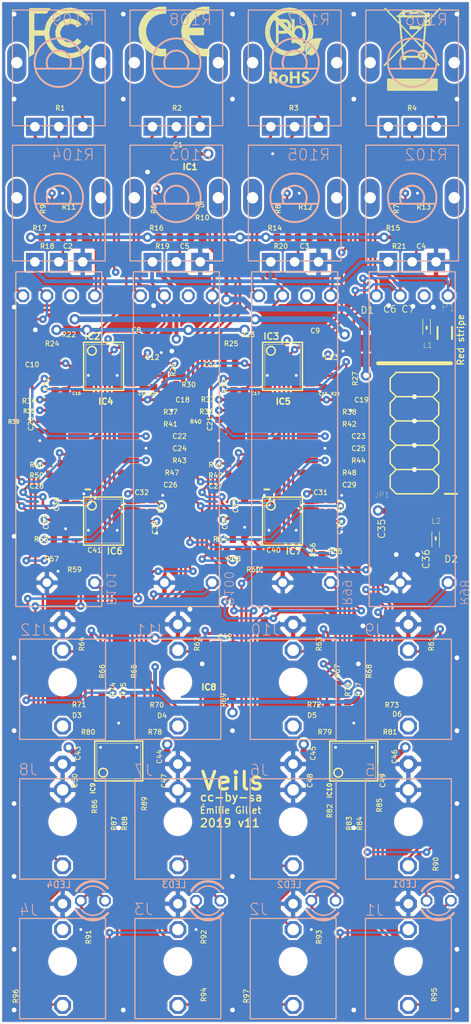
<source format=kicad_pcb>
(kicad_pcb (version 20240108) (generator "pcbnew") (generator_version "8.0")
  (layers (0 "F.Cu" signal) (1 "In1.Cu" signal) (2 "In2.Cu" signal) (31 "B.Cu" signal) (34 "B.Paste" user) (35 "F.Paste" user) (36 "B.SilkS" user "B.Silkscreen") (37 "F.SilkS" user "F.Silkscreen") (38 "B.Mask" user) (39 "F.Mask" user) (44 "Edge.Cuts" user))
  (net 0 "")
  (net 1 "GND")
  (net 2 "VCC")
  (net 3 "AREF_-2.5")
  (net 4 "VEE")
  (net 5 "N$7")
  (net 6 "AREF_+10")
  (net 7 "N$11")
  (net 8 "N$12")
  (net 9 "N$16")
  (net 10 "N$47")
  (net 11 "N$75")
  (net 12 "OUT1")
  (net 13 "N$10")
  (net 14 "CV_IN_1")
  (net 15 "N$18")
  (net 16 "N$19")
  (net 17 "N$22")
  (net 18 "1_TO_2")
  (net 19 "N$25")
  (net 20 "N$20")
  (net 21 "N$65")
  (net 22 "FOO")
  (net 23 "N$6")
  (net 24 "N$17")
  (net 25 "N$24")
  (net 26 "OUT2")
  (net 27 "N$27")
  (net 28 "N$35")
  (net 29 "N$36")
  (net 30 "N$37")
  (net 31 "N$38")
  (net 32 "N$41")
  (net 33 "N$42")
  (net 34 "FOO1")
  (net 35 "2_TO_3")
  (net 36 "N$13")
  (net 37 "N$23")
  (net 38 "N$45")
  (net 39 "N$46")
  (net 40 "OUT3")
  (net 41 "N$49")
  (net 42 "N$58")
  (net 43 "N$59")
  (net 44 "N$60")
  (net 45 "N$61")
  (net 46 "N$63")
  (net 47 "N$67")
  (net 48 "FOO2")
  (net 49 "N$71")
  (net 50 "N$72")
  (net 51 "N$73")
  (net 52 "OUT4")
  (net 53 "N$76")
  (net 54 "N$84")
  (net 55 "N$85")
  (net 56 "N$88")
  (net 57 "N$90")
  (net 58 "N$91")
  (net 59 "FOO3")
  (net 60 "3_TO_4")
  (net 61 "N$66")
  (net 62 "N$96")
  (net 63 "N$100")
  (net 64 "N$3")
  (net 65 "N$39")
  (net 66 "N$52")
  (net 67 "N$103")
  (net 68 "N$69")
  (net 69 "N$2")
  (net 70 "N$1")
  (net 71 "N$4")
  (net 72 "N$5")
  (net 73 "N$8")
  (net 74 "N$9")
  (net 75 "N$32")
  (net 76 "N$26")
  (net 77 "N$34")
  (net 78 "N$29")
  (net 79 "N$51")
  (net 80 "N$43")
  (net 81 "N$15")
  (net 82 "N$53")
  (net 83 "N$56")
  (net 84 "N$62")
  (net 85 "N$31")
  (net 86 "N$54")
  (net 87 "N$57")
  (net 88 "N$77")
  (net 89 "N$68")
  (net 90 "N$78")
  (net 91 "N$80")
  (net 92 "N$28")
  (net 93 "N$82")
  (net 94 "N$83")
  (net 95 "N$87")
  (net 96 "N$92")
  (net 97 "N$93")
  (net 98 "N$95")
  (net 99 "N$81")
  (net 100 "N$30")
  (net 101 "N$14")
  (net 102 "N$21")
  (net 103 "N$33")
  (net 104 "N$40")
  (net 105 "N$48")
  (net 106 "N$64")
  (net 107 "N$70")
  (net 108 "N$89")
  (net 109 "N$44")
  (net 110 "N$55")
  (net 111 "N$101")
  (net 112 "N$102")
  (net 113 "N$104")
  (net 114 "PROT1")
  (net 115 "PROT2")
  (net 116 "PROT3")
  (net 117 "PROT4")
  (net 118 "N$50")
  (net 119 "N$74")
  (net 120 "N$79")
  (net 121 "N$86")
  (footprint "veils_v110:R0402" (layer "F.Cu") (at 160.4074 135.6423 90)
    (property "Reference" "R83")
    (property "Value" "1.0M")
  )
  (footprint "veils_v110:R0402" (layer "F.Cu") (at 148.3423 101.0348)
    (property "Reference" "R49")
    (property "Value" "510")
  )
  (footprint "veils_v110:C0402" (layer "F.Cu") (at 143.2624 76.2699)
    (property "Reference" "C5")
    (property "Value" "100n")
  )
  (footprint "veils_v110:C0402" (layer "F.Cu") (at 148.3422 102.146)
    (property "Reference" "C27")
    (property "Value" "560p")
  )
  (footprint "veils_v110:R0402" (layer "F.Cu") (at 129.6098 95.4785)
    (property "Reference" "R39")
    (property "Value" "510")
  )
  (footprint "veils_v110:R0402" (layer "F.Cu") (at 150.4059 110.0835 180)
    (property "Reference" "R60")
    (property "Value" "5.1k")
  )
  (footprint "veils_v110:C1206" (layer "F.Cu") (at 167.551 106.2735 -90)
    (property "Reference" "C36")
    (property "Value" "22u")
  )
  (footprint "veils_v110:C0402" (layer "F.Cu") (at 158.5023 106.591 90)
    (property "Reference" "C39")
    (property "Value" "100n")
  )
  (footprint "veils_v110:R0402" (layer "F.Cu") (at 138.9762 127.0698)
    (property "Reference" "R78")
    (property "Value" "24.9k")
  )
  (footprint "veils_v110:R0402" (layer "F.Cu") (at 139.7698 94.526)
    (property "Reference" "R37")
    (property "Value" "49.9k")
  )
  (footprint "veils_v110:C0402" (layer "F.Cu") (at 130.7213 91.6684 -90)
    (property "Reference" "C16")
    (property "Value" "100p")
  )
  (footprint "veils_v110:C0402" (layer "F.Cu") (at 164.6936 133.1022 90)
    (property "Reference" "C49")
    (property "Value" "100n")
  )
  (footprint "veils_v110:R0402" (layer "F.Cu") (at 153.8985 73.4123 90)
    (property "Reference" "R8")
    (property "Value" "100k")
  )
  (footprint "veils_v110:R0402" (layer "F.Cu") (at 157.5496 108.8133 90)
    (property "Reference" "R56")
    (property "Value" "5.6k")
  )
  (footprint "veils_v110:R0402" (layer "F.Cu") (at 141.6747 91.6684)
    (property "Reference" "R30")
    (property "Value" "5.1k")
  )
  (footprint "veils_v110:R0402" (layer "F.Cu") (at 148.3423 94.3673 180)
    (property "Reference" "R36")
    (property "Value" "49.9k")
  )
  (footprint "veils_v110:SOIC16N" (layer "F.Cu") (at 153.4223 97.7011 -90)
    (property "Reference" "IC5")
    (property "Value" "V2164SZ")
  )
  (footprint "veils_v110:R0402" (layer "F.Cu") (at 142.1511 75.1586)
    (property "Reference" "R16")
    (property "Value" "120k")
  )
  (footprint "veils_v110:R0402" (layer "F.Cu") (at 169.9324 118.9735 90)
    (property "Reference" "R61")
    (property "Value" "24.9k")
  )
  (footprint "veils_v110:C0402" (layer "F.Cu") (at 168.0273 76.2698)
    (property "Reference" "C4")
    (property "Value" "100n")
  )
  (footprint "veils_v110:R0603" (layer "F.Cu") (at 170.4086 155.6448 90)
    (property "Reference" "R95")
    (property "Value" "510")
  )
  (footprint "veils_v110:R0402" (layer "F.Cu") (at 134.0549 125.1648 180)
    (property "Reference" "R71")
    (property "Value" "1.0M")
  )
  (footprint "veils_v110:R0402" (layer "F.Cu") (at 159.1374 108.1787)
    (property "Reference" "R55")
    (property "Value" "5.1k")
  )
  (footprint "veils_v110:R0402" (layer "F.Cu") (at 170.4087 141.8335 90)
    (property "Reference" "R90")
    (property "Value" "1.2k")
  )
  (footprint "veils_v110:C0402" (layer "F.Cu") (at 158.5023 89.7635 180)
    (property "Reference" "C13")
    (property "Value" "100n")
  )
  (footprint "veils_v110:C1206" (layer "F.Cu") (at 165.3285 106.2735 -90)
    (property "Reference" "C35")
    (property "Value" "22u")
  )
  (footprint "veils_v110:R0402" (layer "F.Cu") (at 148.1835 108.9723 180)
    (property "Reference" "R58")
    (property "Value" "5.1k")
  )
  (footprint "veils_v110:R0402" (layer "F.Cu") (at 140.8811 73.0948 90)
    (property "Reference" "R6")
    (property "Value" "100k")
  )
  (footprint "veils_v110:R0402" (layer "F.Cu") (at 134.2136 149.4536 -90)
    (property "Reference" "R91")
    (property "Value" "1.2k")
  )
  (footprint "veils_v110:R0402" (layer "F.Cu") (at 145.4054 118.9736 90)
    (property "Reference" "R62")
    (property "Value" "24.9k")
  )
  (footprint "veils_v110:R0402" (layer "F.Cu") (at 146.2786 149.4536 -90)
    (property "Reference" "R92")
    (property "Value" "1.2k")
  )
  (footprint "veils_v110:TRASHCAN_LOGO" (layer "F.Cu") (at 164.2173 61.1885)
    (property "Reference" "U$4" (hide yes))
    (property "Value" "" (hide yes))
  )
  (footprint "veils_v110:R0402" (layer "F.Cu") (at 139.7698 100.876)
    (property "Reference" "R47")
    (property "Value" "49.9k")
  )
  (footprint "veils_v110:PTC-1206" (layer "F.Cu") (at 170.4085 86.271 -90)
    (property "Reference" "P1")
    (property "Value" "PTCSMD" (hide yes))
  )
  (footprint "veils_v110:SOD523" (layer "F.Cu") (at 163.5822 126.1174 180)
    (property "Reference" "D6")
    (property "Value" "1N4148")
  )
  (footprint "veils_v110:R0402" (layer "F.Cu") (at 134.5313 123.5774 -90)
    (property "Reference" "R66")
    (property "Value" "1.0M")
  )
  (footprint "veils_v110:C0402" (layer "F.Cu") (at 155.6449 76.2698)
    (property "Reference" "C3")
    (property "Value" "100n")
  )
  (footprint "veils_v110:R0402" (layer "F.Cu") (at 128.8161 76.2698 180)
    (property "Reference" "R18")
    (property "Value" "20M")
  )
  (footprint "veils_v110:C0402" (layer "F.Cu") (at 150.4061 108.9721)
    (property "Reference" "C40")
    (property "Value" "100p")
  )
  (footprint "veils_v110:C0603" (layer "F.Cu") (at 164.2174 130.4036 -90)
    (property "Reference" "C46")
    (property "Value" "2.2u")
  )
  (footprint "veils_v110:C0402" (layer "F.Cu") (at 140.0875 133.1022 90)
    (property "Reference" "C47")
    (property "Value" "100n")
  )
  (footprint "veils_v110:SOD523" (layer "F.Cu") (at 133.5786 126.1172)
    (property "Reference" "D3")
    (property "Value" "1N4148")
  )
  (footprint "veils_v110:R0402" (layer "F.Cu") (at 159.1374 123.5774 -90)
    (property "Reference" "R67")
    (property "Value" "1.0M")
  )
  (footprint "veils_v110:R0402" (layer "F.Cu") (at 154.5336 75.1585)
    (property "Reference" "R14")
    (property "Value" "120k")
  )
  (footprint "veils_v110:C0402" (layer "F.Cu") (at 130.7211 104.3684 90)
    (property "Reference" "C30")
    (property "Value" "100p")
  )
  (footprint "veils_v110:R0402" (layer "F.Cu") (at 130.721 87.8585 -90)
    (property "Reference" "R22")
    (property "Value" "5.6k")
  )
  (footprint "veils_v110:C0402" (layer "F.Cu") (at 149.4535 104.3685 90)
    (property "Reference" "C33")
    (property "Value" "100p")
  )
  (footprint "veils_v110:C0402" (layer "F.Cu") (at 129.1334 89.4459 180)
    (property "Reference" "C10")
    (property "Value" "100n")
  )
  (footprint "veils_v110:C0402" (layer "F.Cu") (at 147.8661 89.4461 180)
    (property "Reference" "C11")
    (property "Value" "100n")
  )
  (footprint "veils_v110:R0402" (layer "F.Cu") (at 158.6611 125.1649 180)
    (property "Reference" "R72")
    (property "Value" "1.0M")
  )
  (footprint "veils_v110:R0402" (layer "F.Cu") (at 158.1849 127.0698 180)
    (property "Reference" "R79")
    (property "Value" "24.9k")
  )
  (footprint "veils_v110:C0402" (layer "F.Cu") (at 129.6099 102.1461)
    (property "Reference" "C28")
    (property "Value" "560p")
  )
  (footprint "veils_v110:R0402" (layer "F.Cu") (at 165.8048 76.2698 180)
    (property "Reference" "R21")
    (property "Value" "20M")
  )
  (footprint "veils_v110:R0402" (layer "F.Cu") (at 141.0399 76.2698 180)
    (property "Reference" "R19")
    (property "Value" "20M")
  )
  (footprint "veils_v110:R0402" (layer "F.Cu") (at 129.451 108.9723 180)
    (property "Reference" "R57")
    (property "Value" "5.1k")
  )
  (footprint "veils_v110:R0402" (layer "F.Cu") (at 158.3436 149.4536 -90)
    (property "Reference" "R93")
    (property "Value" "1.2k")
  )
  (footprint "veils_v110:R0402" (layer "F.Cu") (at 137.8649 123.5773 -90)
    (property "Reference" "R65")
    (property "Value" "1.0M")
  )
  (footprint "veils_v110:C0402" (layer "F.Cu") (at 138.6586 104.3685 90)
    (property "Reference" "C32")
    (property "Value" "100p")
  )
  (footprint "veils_v110:C0402" (layer "F.Cu") (at 141.0399 93.256)
    (property "Reference" "C18")
    (property "Value" "100n")
  )
  (footprint "veils_v110:C0402" (layer "F.Cu") (at 131.0386 76.2698)
    (property "Reference" "C2")
    (property "Value" "100n")
  )
  (footprint "veils_v110:R0402" (layer "F.Cu") (at 148.3423 95.4786)
    (property "Reference" "R40")
    (property "Value" "510")
  )
  (footprint "veils_v110:R0402" (layer "F.Cu") (at 158.5024 95.796 180)
    (property "Reference" "R42")
    (property "Value" "510")
  )
  (footprint "veils_v110:R0402" (layer "F.Cu") (at 130.086 107.8609 180)
    (property "Reference" "R53")
    (property "Value" "5.1k")
  )
  (footprint "veils_v110:C0402" (layer "F.Cu") (at 157.7085 91.351 -90)
    (property "Reference" "C15")
    (property "Value" "100p")
  )
  (footprint "veils_v110:2X5-SMD" (layer "F.Cu") (at 167.2335 96.7485 180)
    (property "Reference" "JP1")
    (property "Value" "M05X2SMD" (hide yes))
  )
  (footprint "veils_v110:C0402" (layer "F.Cu") (at 128.0222 95.9548 -90)
    (property "Reference" "C20")
    (property "Value" "560p")
  )
  (footprint "veils_v110:SOD123" (layer "F.Cu") (at 171.0436 106.591 90)
    (property "Reference" "D2")
    (property "Value" "1N5819HW")
  )
  (footprint "veils_v110:TSSOP14_065" (layer "F.Cu") (at 134.6898 89.7635 -90)
    (property "Reference" "IC2")
    (property "Value" "OPA1679")
  )
  (footprint "veils_v110:R0402" (layer "F.Cu") (at 166.9161 75.1585)
    (property "Reference" "R15")
    (property "Value" "120k")
  )
  (footprint "veils_v110:R0402" (layer "F.Cu") (at 138.3412 125.1647)
    (property "Reference" "R70")
    (property "Value" "1.0M")
  )
  (footprint "veils_v110:C1206" (layer "F.Cu") (at 166.5985 86.5885 -90)
    (property "Reference" "C7")
    (property "Value" "22u")
  )
  (footprint "veils_v110:TSSOP14_065" (layer "F.Cu") (at 134.6898 105.956 -90)
    (property "Reference" "IC6")
    (property "Value" "OPA1679")
  )
  (footprint "veils_v110:R0402" (layer "F.Cu") (at 134.6899 135.6424 90)
    (property "Reference" "R86")
    (property "Value" "1.0M")
  )
  (footprint "veils_v110:C0402" (layer "F.Cu") (at 131.6736 108.9722)
    (property "Reference" "C41")
    (property "Value" "100p")
  )
  (footprint "veils_v110:R0402" (layer "F.Cu") (at 167.0749 61.8236)
    (property "Reference" "R4")
    (property "Value" "2.0k")
  )
  (footprint "veils_v110:R0402" (layer "F.Cu") (at 130.0861 61.8236)
    (property "Reference" "R1")
    (property "Value" "2.0k")
  )
  (footprint "veils_v110:C0603" (layer "F.Cu") (at 142.3893 67.5385 180)
    (property "Reference" "C1")
    (property "Value" "2.2u")
  )
  (footprint "veils_v110:R0402" (layer "F.Cu") (at 139.7698 104.3685 -90)
    (property "Reference" "R51")
    (property "Value" "49.9k")
  )
  (footprint "veils_v110:R0402" (layer "F.Cu") (at 136.7536 125.4823 -90)
    (property "Reference" "R75")
    (property "Value" "1.0M")
  )
  (footprint "veils_v110:C0603" (layer "F.Cu") (at 157.5498 130.4036 90)
    (property "Reference" "C45")
    (property "Value" "2.2u")
  )
  (footprint "veils_v110:R0402" (layer "F.Cu") (at 160.2484 125.4824 -90)
    (property "Reference" "R76")
    (property "Value" "1.0M")
  )
  (footprint "veils_v110:C0402" (layer "F.Cu") (at 159.4548 98.336 180)
    (property "Reference" "C25")
    (property "Value" "560p")
  )
  (footprint "veils_v110:C0402" (layer "F.Cu") (at 157.3911 104.3684 90)
    (property "Reference" "C31")
    (property "Value" "100p")
  )
  (footprint "veils_v110:C0402" (layer "F.Cu") (at 140.7223 97.0659 180)
    (property "Reference" "C22")
    (property "Value" "560p")
  )
  (footprint "veils_v110:R0402" (layer "F.Cu") (at 139.7698 95.796 180)
    (property "Reference" "R41")
    (property "Value" "510")
  )
  (footprint "veils_v110:TSSOP14_065" (layer "F.Cu") (at 153.4223 89.7636 -90)
    (property "Reference" "IC3")
    (property "Value" "OPA1679")
  )
  (footprint "veils_v110:R0402" (layer "F.Cu") (at 148.3424 99.9235 180)
    (property "Reference" "R45")
    (property "Value" "49.9k")
  )
  (footprint "veils_v110:R0402" (layer "F.Cu") (at 143.1034 72.8567 180)
    (property "Reference" "R5")
    (property "Value" "24.9k")
  )
  (footprint "veils_v110:R0402" (layer "F.Cu") (at 158.5023 100.8761)
    (property "Reference" "R48")
    (property "Value" "49.9k")
  )
  (footprint "veils_v110:R0402" (layer "F.Cu") (at 147.8661 88.3348 180)
    (property "Reference" "R25")
    (property "Value" "5.1k")
  )
  (footprint "veils_v110:R0402" (layer "F.Cu") (at 148.3423 93.2559)
    (property "Reference" "R33")
    (property "Value" "680k")
  )
  (footprint "veils_v110:C0402" (layer "F.Cu") (at 146.7548 95.9548 -90)
    (property "Reference" "C21")
    (property "Value" "560p")
  )
  (footprint "veils_v110:R0402" (layer "F.Cu") (at 162.6299 135.6423 90)
    (property "Reference" "R85")
    (property "Value" "1.0M")
  )
  (footprint "veils_v110:R0402" (layer "F.Cu") (at 142.3099 61.8236)
    (property "Reference" "R2")
    (property "Value" "2.0k")
  )
  (footprint "veils_v110:R0402" (layer "F.Cu") (at 131.6735 110.0835 180)
    (property "Reference" "R59")
    (property "Value" "5.1k")
  )
  (footprint "veils_v110:R0402" (layer "F.Cu") (at 158.8199 91.351 90)
    (property "Reference" "R29")
    (property "Value" "5.1k")
  )
  (footprint "veils_v110:R0402" (layer "F.Cu") (at 140.7223 99.606 180)
    (property "Reference" "R43")
    (property "Value" "510")
  )
  (footprint "veils_v110:C0603" (layer "F.Cu") (at 132.9436 130.4036 90)
    (property "Reference" "C43")
    (property "Value" "2.2u")
  )
  (footprint "veils_v110:0603" (layer "F.Cu") (at 169.456 107.861 -90)
    (property "Reference" "L2")
    (property "Value" "742792664" (hide yes))
  )
  (footprint "veils_v110:SOD523" (layer "F.Cu") (at 158.1848 126.1173)
    (property "Reference" "D5")
    (property "Value" "1N4148")
  )
  (footprint "veils_v110:R0402" (layer "F.Cu") (at 143.1036 73.8885 180)
    (property "Reference" "R10")
    (property "Value" "24.9k")
  )
  (footprint "veils_v110:ROHS_LOGO" (layer "F.Cu") (at 151.9935 60.2361)
    (property "Reference" "U$3" (hide yes))
    (property "Value" "" (hide yes))
  )
  (footprint "veils_v110:R0402" (layer "F.Cu") (at 161.3598 125.4824 -90)
    (property "Reference" "R77")
    (property "Value" "1.0M")
  )
  (footprint "veils_v110:C0402" (layer "F.Cu") (at 159.4549 97.066 180)
    (property "Reference" "C23")
    (property "Value" "560p")
  )
  (footprint "veils_v110:C1206" (layer "F.Cu") (at 164.376 86.5885 -90)
    (property "Reference" "C6")
    (property "Value" "22u")
  )
  (footprint "veils_v110:SOD123" (layer "F.Cu") (at 162.1535 87.2235 -90)
    (property "Reference" "D1")
    (property "Value" "1N5819HW")
  )
  (footprint "veils_v110:SOD523" (layer "F.Cu") (at 138.976 126.1173 180)
    (property "Reference" "D4")
    (property "Value" "1N4148")
  )
  (footprint "veils_v110:0603" (layer "F.Cu") (at 168.5035 85.636 90)
    (property "Reference" "L1")
    (property "Value" "742792664" (hide yes))
  )
  (footprint "veils_v110:R0402" (layer "F.Cu") (at 133.3405 118.9737 90)
    (property "Reference" "R64")
    (property "Value" "24.9k")
  )
  (footprint "veils_v110:R0603" (layer "F.Cu") (at 126.5936 155.6449 90)
    (property "Reference" "R96")
    (property "Value" "510")
  )
  (footprint "veils_v110:R0402" (layer "F.Cu") (at 135.8011 135.6424 90)
    (property "Reference" "R87")
    (property "Value" "1.0M")
  )
  (footprint "veils_v110:C0402" (layer "F.Cu") (at 156.7561 86.9854 180)
    (property "Reference" "C9")
    (property "Value" "100p")
  )
  (footprint "veils_v110:R0402" (layer "F.Cu") (at 139.9286 91.351 90)
    (property "Reference" "R28")
    (property "Value" "5.1k")
  )
  (footprint "veils_v110:R0402" (layer "F.Cu") (at 161.5186 135.6423 90)
    (property "Reference" "R84")
    (property "Value" "1.0M")
  )
  (footprint "veils_v110:C0402" (layer "F.Cu") (at 148.3423 106.2735 -90)
    (property "Reference" "C34")
    (property "Value" "100n")
  )
  (footprint "veils_v110:C0402" (layer "F.Cu") (at 159.7723 93.2561)
    (property "Reference" "C19")
    (property "Value" "100n")
  )
  (footprint "veils_v110:R0402" (layer "F.Cu") (at 136.9124 135.6424 90)
    (property "Reference" "R88")
    (property "Value" "1.0M")
  )
  (footprint "veils_v110:R0402" (layer "F.Cu") (at 129.6098 93.2561)
    (property "Reference" "R34")
    (property "Value" "680k")
  )
  (footprint "veils_v110:C0603" (layer "F.Cu") (at 139.6112 130.4036 -90)
    (property "Reference" "C44")
    (property "Value" "2.2u")
  )
  (footprint "veils_v110:C0402" (layer "F.Cu") (at 140.7224 98.336 180)
    (property "Reference" "C24")
    (property "Value" "560p")
  )
  (footprint "veils_v110:R0402" (layer "F.Cu") (at 158.1848 118.9736 90)
    (property "Reference" "R63")
    (property "Value" "24.9k")
  )
  (footprint "veils_v110:R0402" (layer "F.Cu") (at 159.2961 135.6423 90)
    (property "Reference" "R82")
    (property "Value" "1.0M")
  )
  (footprint "veils_v110:R0402" (layer "F.Cu") (at 135.6424 125.4823 -90)
    (property "Reference" "R74")
    (property "Value" "1.0M")
  )
  (footprint "veils_v110:R0402" (layer "F.Cu") (at 129.6098 94.3672 180)
    (property "Reference" "R35")
    (property "Value" "49.9k")
  )
  (footprint "veils_v110:FCC_MEDIUM" (layer "F.Cu") (at 126.9111 57.5375)
    (property "Reference" "U$2" (hide yes))
    (property "Value" "" (hide yes))
  )
  (footprint "veils_v110:R0603" (layer "F.Cu") (at 146.2786 155.6448 90)
    (property "Reference" "R94")
    (property "Value" "510")
  )
  (footprint "veils_v110:R0402" (layer "F.Cu") (at 166.281 73.4121 90)
    (property "Reference" "R7")
    (property "Value" "100k")
  )
  (footprint "veils_v110:R0402" (layer "F.Cu") (at 168.0274 74.0473 180)
    (property "Reference" "R13")
    (property "Value" "24.9k")
  )
  (footprint "veils_v110:R0402" (layer "F.Cu") (at 162.9473 125.1649)
    (property "Reference" "R73")
    (property "Value" "1.0M")
  )
  (footprint "veils_v110:R0402" (layer "F.Cu") (at 160.0899 91.0335 90)
    (property "Reference" "R27")
    (property "Value" "5.1k")
  )
  (footprint "veils_v110:R0402" (layer "F.Cu") (at 129.9275 75.1587)
    (property "Reference" "R17")
    (property "Value" "120k")
  )
  (footprint "veils_v110:C0402" (layer "F.Cu") (at 139.1347 106.591 90)
    (property "Reference" "C38")
    (property "Value" "100n")
  )
  (footprint "veils_v110:TSSOP14_065" (layer "F.Cu") (at 153.4223 105.956 -90)
    (property "Reference" "IC7")
    (property "Value" "OPA1679")
  )
  (footprint "veils_v110:C0402" (layer "F.Cu") (at 132.6261 133.1023 -90)
    (property "Reference" "C50")
    (property "Value" "100n")
  )
  (footprint "veils_v110:C0402" (layer "F.Cu") (at 138.8173 91.351 -90)
    (property "Reference" "C14")
    (property "Value" "100p")
  )
  (footprint "veils_v110:CE_MEDIUM" (layer "F.Cu") (at 138.3412 57.3787)
    (property "Reference" "U$1" (hide yes))
    (property "Value" "" (hide yes))
  )
  (footprint "veils_v110:C0402" (layer "F.Cu") (at 149.4537 91.6685 -90)
    (property "Reference" "C17")
    (property "Value" "100p")
  )
  (footprint "veils_v110:C0402" (layer "F.Cu") (at 129.6099 106.2736 -90)
    (property "Reference" "C37")
    (property "Value" "100n")
  )
  (footprint "veils_v110:R0402" (layer "F.Cu") (at 148.8186 107.861 180)
    (property "Reference" "R54")
    (property "Value" "5.1k")
  )
  (footprint "veils_v110:TSSOP14_065" (layer "F.Cu") (at 160.8836 131.0386)
    (property "Reference" "IC10")
    (property "Value" "LM324PW")
  )
  (footprint "veils_v110:C0603" (layer "F.Cu") (at 147.39 118.9735 180)
    (property "Reference" "C42")
    (property "Value" "2.2u")
  )
  (footprint "veils_v110:C0402" (layer "F.Cu") (at 139.7699 102.146 180)
    (property "Reference" "C26")
    (property "Value" "100n")
  )
  (footprint "veils_v110:R0402" (layer "F.Cu") (at 148.3424 91.6686 90)
    (property "Reference" "R32")
    (property "Value" "49.9k")
  )
  (footprint "veils_v110:R0402" (layer "F.Cu") (at 138.0237 135.6424 90)
    (property "Reference" "R89")
    (property "Value" "1.0M")
  )
  (footprint "veils_v110:R0402" (layer "F.Cu") (at 141.0397 90.081 90)
    (property "Reference" "R26")
    (property "Value" "5.1k")
  )
  (footprint "veils_v110:R0402" (layer "F.Cu") (at 129.6099 91.6685 90)
    (property "Reference" "R31")
    (property "Value" "49.9k")
  )
  (footprint "veils_v110:C0402" (layer "F.Cu") (at 158.5023 102.1461 180)
    (property "Reference" "C29")
    (property "Value" "100n")
  )
  (footprint "veils_v110:C0402" (layer "F.Cu") (at 138.0236 86.906 180)
    (property "Reference" "C8")
    (property "Value" "100p")
  )
  (footprint "veils_v110:DBZ_R-PDSO-G3" (layer "F.Cu") (at 147.2311 121.9898 180)
    (property "Reference" "IC8")
    (property "Value" "LM4040B10")
  )
  (footprint "veils_v110:R0402" (layer "F.Cu") (at 149.4536 87.8585 -90)
    (property "Reference" "R23")
    (property "Value" "5.6k")
  )
  (footprint "veils_v110:R0402" (layer "F.Cu") (at 158.5023 104.3686 -90)
    (property "Reference" "R52")
    (property "Value" "49.9k")
  )
  (footprint "veils_v110:R0402" (layer "F.Cu") (at 163.5824 127.0699)
    (property "Reference" "R81")
    (property "Value" "24.9k")
  )
  (footprint "veils_v110:R0402" (layer "F.Cu") (at 153.4224 76.2698 180)
    (property "Reference" "R20")
    (property "Value" "20M")
  )
  (footprint "veils_v110:R0603" (layer "F.Cu") (at 150.7236 155.6449 90)
    (property "Reference" "R97")
    (property "Value" "510")
  )
  (footprint "veils_v110:TSSOP14_065" (layer "F.Cu") (at 136.2771 131.0386)
    (property "Reference" "IC9")
    (property "Value" "LM324PW")
  )
  (footprint "veils_v110:R0402" (layer "F.Cu") (at 154.6924 61.8236)
    (property "Reference" "R3")
    (property "Value" "2.0k")
  )
  (footprint "veils_v110:C0402" (layer "F.Cu") (at 139.4525 89.7634 180)
    (property "Reference" "C12")
    (property "Value" "100n")
  )
  (footprint "veils_v110:R0402" (layer "F.Cu") (at 162.4708 123.5774 -90)
    (property "Reference" "R68")
    (property "Value" "1.0M")
  )
  (footprint "veils_v110:R0402" (layer "F.Cu") (at 129.6097 99.9236 180)
    (property "Reference" "R46")
    (property "Value" "49.9k")
  )
  (footprint "veils_v110:R0402" (layer "F.Cu") (at 129.1337 88.3346 180)
    (property "Reference" "R24")
    (property "Value" "5.1k")
  )
  (footprint "veils_v110:R0402" (layer "F.Cu") (at 131.0386 74.0473 180)
    (property "Reference" "R11")
    (property "Value" "24.9k")
  )
  (footprint "veils_v110:R0402" (layer "F.Cu") (at 158.5023 94.5261)
    (property "Reference" "R38")
    (property "Value" "49.9k")
  )
  (footprint "veils_v110:C0402" (layer "F.Cu") (at 157.2323 133.1022 -90)
    (property "Reference" "C48")
    (property "Value" "100n")
  )
  (footprint "veils_v110:R0402" (layer "F.Cu") (at 129.6099 101.0349)
    (property "Reference" "R50")
    (property "Value" "510")
  )
  (footprint "veils_v110:SOIC16N" (layer "F.Cu") (at 134.6898 97.701 -90)
    (property "Reference" "IC4")
    (property "Value" "V2164SZ")
  )
  (footprint "veils_v110:R0402" (layer "F.Cu") (at 148.1836 124.0536 90)
    (property "Reference" "R69")
    (property "Value" "510")
  )
  (footprint "veils_v110:DBZ_R-PDSO-G3" (layer "F.Cu") (at 142.3893 70.0785)
    (property "Reference" "IC1")
    (property "Value" "LM4040B25")
  )
  (footprint "veils_v110:R0402" (layer "F.Cu") (at 133.5786 127.0699 180)
    (property "Reference" "R80")
    (property "Value" "24.9k")
  )
  (footprint "veils_v110:R0402" (layer "F.Cu") (at 155.6448 74.0473 180)
    (property "Reference" "R12")
    (property "Value" "24.9k")
  )
  (footprint "veils_v110:R0402" (layer "F.Cu") (at 129.2925 73.4124 90)
    (property "Reference" "R9")
    (property "Value" "100k")
  )
  (footprint "veils_v110:R0402" (layer "F.Cu") (at 159.4547 99.606 180)
    (property "Reference" "R44")
    (property "Value" "510")
  )
  (footprint "veils_v110:WQP_PJ_301M_TME" (layer "B.Cu") (at 142.4686 151.9936)
    (property "Reference" "J3")
    (property "Value" "PJ301_THONKICONNTME" (hide yes))
  )
  (footprint "veils_v110:WQP_PJ_301M_TME" (layer "B.Cu") (at 142.4686 137.3886)
    (property "Reference" "J7")
    (property "Value" "PJ301_THONKICONNTME" (hide yes))
  )
  (footprint "veils_v110:WQP_PJ_301M_TME" (layer "B.Cu") (at 142.4686 122.7836)
    (property "Reference" "J11")
    (property "Value" "PJ301_THONKICONNTME" (hide yes))
  )
  (footprint "veils_v110:WQP_PJ_301M_TME" (layer "B.Cu") (at 154.5336 151.9936)
    (property "Reference" "J2")
    (property "Value" "PJ301_THONKICONNTME" (hide yes))
  )
  (footprint "veils_v110:ALPS_POT_NARROW" (layer "B.Cu") (at 154.6923 72.1423)
    (property "Reference" "R105")
    (property "Value" "50kB")
  )
  (footprint "veils_v110:BOURNS_SLIDER" (layer "B.Cu") (at 142.3098 97.3835 -90)
    (property "Reference" "R100")
    (property "Value" "20kB" (hide yes))
  )
  (footprint "veils_v110:ALPS_POT_NARROW" (layer "B.Cu") (at 130.0068 58.0136)
    (property "Reference" "R109")
    (property "Value" "10kB")
  )
  (footprint "veils_v110:WQP_PJ_301M_TME" (layer "B.Cu") (at 154.5336 122.7836)
    (property "Reference" "J10")
    (property "Value" "PJ301_THONKICONNTME" (hide yes))
  )
  (footprint "veils_v110:LED3MM" (layer "B.Cu") (at 169.7736 145.6436)
    (property "Reference" "LED1")
    (property "Value" "3BC-F")
  )
  (footprint "veils_v110:WQP_PJ_301M_TME" (layer "B.Cu") (at 130.4036 122.7836)
    (property "Reference" "J12")
    (property "Value" "PJ301_THONKICONNTME" (hide yes))
  )
  (footprint "veils_v110:WQP_PJ_301M_TME" (layer "B.Cu") (at 130.4036 151.9936)
    (property "Reference" "J4")
    (property "Value" "PJ301_THONKICONNTME" (hide yes))
  )
  (footprint "veils_v110:WQP_PJ_301M_TME" (layer "B.Cu") (at 166.5986 137.3886)
    (property "Reference" "J5")
    (property "Value" "PJ301_THONKICONNTME" (hide yes))
  )
  (footprint "veils_v110:ALPS_POT_NARROW" (layer "B.Cu") (at 130.0067 72.1424)
    (property "Reference" "R104")
    (property "Value" "50kB")
  )
  (footprint "veils_v110:ALPS_POT_NARROW" (layer "B.Cu") (at 166.9955 58.0136)
    (property "Reference" "R106")
    (property "Value" "10kB")
  )
  (footprint "veils_v110:LED3MM" (layer "B.Cu") (at 157.7086 145.6436)
    (property "Reference" "LED2")
    (property "Value" "3BC-F")
  )
  (footprint "veils_v110:WQP_PJ_301M_TME" (layer "B.Cu") (at 130.4036 137.3886)
    (property "Reference" "J8")
    (property "Value" "PJ301_THONKICONNTME" (hide yes))
  )
  (footprint "veils_v110:WQP_PJ_301M_TME" (layer "B.Cu") (at 166.5986 151.9936)
    (property "Reference" "J1")
    (property "Value" "PJ301_THONKICONNTME" (hide yes))
  )
  (footprint "veils_v110:LED3MM" (layer "B.Cu") (at 133.5786 145.6436)
    (property "Reference" "LED4")
    (property "Value" "3BC-F")
  )
  (footprint "veils_v110:WQP_PJ_301M_TME" (layer "B.Cu") (at 154.5336 137.3886)
    (property "Reference" "J6")
    (property "Value" "PJ301_THONKICONNTME" (hide yes))
  )
  (footprint "veils_v110:ALPS_POT_NARROW" (layer "B.Cu") (at 142.3098 72.1424)
    (property "Reference" "R103")
    (property "Value" "50kB")
  )
  (footprint "veils_v110:BOURNS_SLIDER" (layer "B.Cu") (at 166.9954 97.3835 -90)
    (property "Reference" "R98")
    (property "Value" "20kB" (hide yes))
  )
  (footprint "veils_v110:ALPS_POT_NARROW" (layer "B.Cu") (at 154.6923 58.0136)
    (property "Reference" "R107")
    (property "Value" "10kB")
  )
  (footprint "veils_v110:BOURNS_SLIDER" (layer "B.Cu") (at 130.0067 97.3835 -90)
    (property "Reference" "R101")
    (property "Value" "20kB" (hide yes))
  )
  (footprint "veils_v110:ALPS_POT_NARROW" (layer "B.Cu") (at 166.9954 72.1424)
    (property "Reference" "R102")
    (property "Value" "50kB")
  )
  (footprint "veils_v110:LED3MM" (layer "B.Cu") (at 145.6436 145.6436)
    (property "Reference" "LED3")
    (property "Value" "3BC-F")
  )
  (footprint "veils_v110:BOURNS_SLIDER" (layer "B.Cu") (at 154.6924 97.3835 -90)
    (property "Reference" "R99")
    (property "Value" "20kB" (hide yes))
  )
  (footprint "veils_v110:ALPS_POT_NARROW" (layer "B.Cu") (at 142.3099 58.0136)
    (property "Reference" "R108")
    (property "Value" "10kB")
  )
  (footprint "veils_v110:WQP_PJ_301M_TME" (layer "B.Cu") (at 166.5986 122.7836)
    (property "Reference" "J9")
    (property "Value" "PJ301_THONKICONNTME" (hide yes))
  )
  (gr_line (start 163.4235 89.446) (end 171.0435 89.446) (stroke (width 0.4064)) (layer "F.SilkS"))
  (gr_line (start 172.9486 158.3436) (end 124.0536 158.3436) (stroke (width 0.05)) (layer "Edge.Cuts"))
  (gr_line (start 124.0536 51.6636) (end 172.9486 51.6636) (stroke (width 0.05)) (layer "Edge.Cuts"))
  (gr_line (start 124.0536 158.3436) (end 124.0536 51.6636) (stroke (width 0.05)) (layer "Edge.Cuts"))
  (gr_line (start 172.9486 51.6636) (end 172.9486 158.3436) (stroke (width 0.05)) (layer "Edge.Cuts"))
  (gr_text "Red stripe" (at 172.4723 89.7635 90) (layer "F.SilkS") (effects (font (size 0.69088 0.69088) (thickness 0.12192)) (justify left bottom)))
  (gr_text "Veils" (at 144.691 134.2135 0) (layer "F.SilkS") (effects (font (size 1.85674 1.85674) (thickness 0.32766)) (justify left bottom)))
  (gr_text "Émilie Gillet" (at 144.6911 136.595 0) (layer "F.SilkS") (effects (font (size 0.69088 0.69088) (thickness 0.12192)) (justify left bottom)))
  (gr_text "2019 v11" (at 144.6911 138.0237 0) (layer "F.SilkS") (effects (font (size 0.8636 0.8636) (thickness 0.1524)) (justify left bottom)))
  (gr_text "cc-by-sa" (at 144.6912 135.3249 0) (layer "F.SilkS") (effects (font (size 0.8636 0.8636) (thickness 0.1524)) (justify left bottom)))
  (segment (start 147.2661 89.4461) (end 147.231 89.4812) (width 0.254) (layer "F.Cu") (net 1))
  (segment (start 158.8548 97.066) (end 158.8549 97.066) (width 0.4064) (layer "F.Cu") (net 1))
  (segment (start 131.1974 90.3986) (end 132.7848 90.3986) (width 0.254) (layer "F.Cu") (net 1))
  (segment (start 131.0386 90.2398) (end 131.1974 90.3986) (width 0.254) (layer "F.Cu") (net 1))
  (segment (start 147.2311 89.4811) (end 147.2661 89.4461) (width 0.254) (layer "F.Cu") (net 1))
  (segment (start 147.5486 90.2398) (end 147.2311 89.9223) (width 0.254) (layer "F.Cu") (net 1))
  (segment (start 128.5334 89.4459) (end 129.3273 90.2398) (width 0.254) (layer "F.Cu") (net 1))
  (segment (start 140.1224 98.336) (end 140.1224 97.0659) (width 0.4064) (layer "F.Cu") (net 1))
  (segment (start 149.9449 90.4136) (end 150.5775 90.4136) (width 0.254) (layer "F.Cu") (net 1))
  (segment (start 149.7711 90.2398) (end 149.9449 90.4136) (width 0.254) (layer "F.Cu") (net 1))
  (segment (start 129.3273 90.2398) (end 131.0386 90.2398) (width 0.254) (layer "F.Cu") (net 1))
  (segment (start 140.1224 97.0659) (end 140.1223 97.0659) (width 0.4064) (layer "F.Cu") (net 1))
  (segment (start 158.8548 98.336) (end 158.8548 97.066) (width 0.4064) (layer "F.Cu") (net 1))
  (segment (start 147.2311 89.9223) (end 147.2311 89.4811) (width 0.254) (layer "F.Cu") (net 1))
  (segment (start 132.7848 90.3986) (end 133.1022 90.716) (width 0.254) (layer "F.Cu") (net 1))
  (segment (start 147.5486 90.2398) (end 149.7711 90.2398) (width 0.254) (layer "F.Cu") (net 1))
  (via (at 157.8673 98.336) (size 0.808) (drill 0.3) (layers "F.Cu" "B.Cu") (net 1))
  (via (at 154.8511 90.716) (size 0.808) (drill 0.3) (layers "F.Cu" "B.Cu") (net 1))
  (via (at 125.3236 107.5436) (size 1.008) (drill 0.5) (layers "F.Cu" "B.Cu") (net 1))
  (via (at 160.8836 157.0736) (size 1.008) (drill 0.5) (layers "F.Cu" "B.Cu") (net 1))
  (via (at 159.6135 103.2572) (size 0.808) (drill 0.3) (layers "F.Cu" "B.Cu") (net 1))
  (via (at 151.9936 106.9085) (size 0.808) (drill 0.3) (layers "F.Cu" "B.Cu") (net 1))
  (via (at 141.8335 88.176) (size 1.008) (drill 0.5) (layers "F.Cu" "B.Cu") (net 1))
  (via (at 125.3236 143.1036) (size 1.008) (drill 0.5) (layers "F.Cu" "B.Cu") (net 1))
  (via (at 148.1836 143.1036) (size 1.008) (drill 0.5) (layers "F.Cu" "B.Cu") (net 1))
  (via (at 140.8811 103.2573) (size 0.808) (drill 0.3) (layers "F.Cu" "B.Cu") (net 1))
  (via (at 160.8836 127.0698) (size 0.808) (drill 0.3) (layers "F.Cu" "B.Cu") (net 1))
  (via (at 171.6786 61.8236) (size 1.008) (drill 0.5) (layers "F.Cu" "B.Cu") (net 1))
  (via (at 125.3236 61.8236) (size 1.008) (drill 0.5) (layers "F.Cu" "B.Cu") (net 1))
  (via (at 159.6136 107.0672) (size 0.808) (drill 0.3) (layers "F.Cu" "B.Cu") (net 1))
  (via (at 164.5348 83.4135) (size 1.008) (drill 0.5) (layers "F.Cu" "B.Cu") (net 1))
  (via (at 125.3236 52.9336) (size 1.008) (drill 0.5) (layers "F.Cu" "B.Cu") (net 1))
  (via (at 158.9786 129.6098) (size 0.808) (drill 0.3) (layers "F.Cu" "B.Cu") (net 1))
  (via (at 149.4537 106.5912) (size 0.808) (drill 0.3) (layers "F.Cu" "B.Cu") (net 1))
  (via (at 143.7386 115.1636) (size 1.008) (drill 0.5) (layers "F.Cu" "B.Cu") (net 1))
  (via (at 129.9273 111.1946) (size 0.808) (drill 0.3) (layers "F.Cu" "B.Cu") (net 1))
  (via (at 171.6786 157.0736) (size 1.008) (drill 0.5) (layers "F.Cu" "B.Cu") (net 1))
  (via (at 133.1023 106.9085) (size 0.808) (drill 0.3) (layers "F.Cu" "B.Cu") (net 1))
  (via (at 167.2335 100.5584) (size 1.008) (drill 0.5) (layers "F.Cu" "B.Cu") (net 1))
  (via (at 161.836 116.9097) (size 1.008) (drill 0.5) (layers "F.Cu" "B.Cu") (net 1))
  (via (at 140.2461 107.226) (size 0.808) (drill 0.3) (layers "F.Cu" "B.Cu") (net 1))
  (via (at 167.2335 92.9384) (size 1.008) (drill 0.5) (layers "F.Cu" "B.Cu") (net 1))
  (via (at 125.3235 83.5722) (size 1.008) (drill 0.5) (layers "F.Cu" "B.Cu") (net 1))
  (via (at 136.7536 61.8236) (size 1.008) (drill 0.5) (layers "F.Cu" "B.Cu") (net 1))
  (via (at 151.5173 103.2572) (size 0.808) (drill 0.3) (layers "F.Cu" "B.Cu") (net 1))
  (via (at 125.3236 127.8636) (size 1.008) (drill 0.5) (layers "F.Cu" "B.Cu") (net 1))
  (via (at 160.8836 61.8236) (size 1.008) (drill 0.5) (layers "F.Cu" "B.Cu") (net 1))
  (via (at 128.0222 97.5422) (size 0.808) (drill 0.3) (layers "F.Cu" "B.Cu") (net 1))
  (via (at 125.3236 157.0736) (size 1.008) (drill 0.5) (layers "F.Cu" "B.Cu") (net 1))
  (via (at 136.1186 106.9085) (size 0.808) (drill 0.3) (layers "F.Cu" "B.Cu") (net 1))
  (via (at 167.2335 95.4785) (size 1.008) (drill 0.5) (layers "F.Cu" "B.Cu") (net 1))
  (via (at 136.2774 127.0698) (size 0.808) (drill 0.3) (layers "F.Cu" "B.Cu") (net 1))
  (via (at 160.566 94.3672) (size 0.808) (drill 0.3) (layers "F.Cu" "B.Cu") (net 1))
  (via (at 140.7224 88.3348) (size 0.808) (drill 0.3) (layers "F.Cu" "B.Cu") (net 1))
  (via (at 136.2773 138.0236) (size 1.008) (drill 0.5) (layers "F.Cu" "B.Cu") (net 1))
  (via (at 148.1836 157.0736) (size 1.008) (drill 0.5) (layers "F.Cu" "B.Cu") (net 1))
  (via (at 148.1836 61.8236) (size 1.008) (drill 0.5) (layers "F.Cu" "B.Cu") (net 1))
  (via (at 152.3905 67.5385) (size 0.808) (drill 0.3) (layers "F.Cu" "B.Cu") (net 1))
  (via (at 136.7536 52.9336) (size 1.008) (drill 0.5) (layers "F.Cu" "B.Cu") (net 1))
  (via (at 171.6786 52.9336) (size 1.008) (drill 0.5) (layers "F.Cu" "B.Cu") (net 1))
  (via (at 139.1348 98.336) (size 0.808) (drill 0.3) (layers "F.Cu" "B.Cu") (net 1))
  (via (at 161.3597 120.8785) (size 1.008) (drill 0.5) (layers "F.Cu" "B.Cu") (net 1))
  (via (at 141.8335 94.3671) (size 0.808) (drill 0.3) (layers "F.Cu" "B.Cu") (net 1))
  (via (at 171.6786 150.7236) (size 1.008) (drill 0.5) (layers "F.Cu" "B.Cu") (net 1))
  (via (at 130.7211 106.7499) (size 0.808) (drill 0.3) (layers "F.Cu" "B.Cu") (net 1))
  (via (at 171.6786 127.8636) (size 1.008) (drill 0.5) (layers "F.Cu" "B.Cu") (net 1))
  (via (at 167.0748 83.4929) (size 1.008) (drill 0.5) (layers "F.Cu" "B.Cu") (net 1))
  (via (at 144.3737 148.6599) (size 0.808) (drill 0.3) (layers "F.Cu" "B.Cu") (net 1))
  (via (at 159.7724 88.176) (size 0.808) (drill 0.3) (layers "F.Cu" "B.Cu") (net 1))
  (via (at 169.2179 83.5723) (size 1.008) (drill 0.5) (layers "F.Cu" "B.Cu") (net 1))
  (via (at 136.7536 157.0736) (size 1.008) (drill 0.5) (layers "F.Cu" "B.Cu") (net 1))
  (via (at 165.3285 109.4485) (size 1.008) (drill 0.5) (layers "F.Cu" "B.Cu") (net 1))
  (via (at 171.6786 120.2436) (size 1.008) (drill 0.5) (layers "F.Cu" "B.Cu") (net 1))
  (via (at 145.0086 120.8786) (size 1.008) (drill 0.5) (layers "F.Cu" "B.Cu") (net 1))
  (via (at 125.3236 120.2436) (size 1.008) (drill 0.5) (layers "F.Cu" "B.Cu") (net 1))
  (via (at 160.8837 138.0236) (size 1.008) (drill 0.5) (layers "F.Cu" "B.Cu") (net 1))
  (via (at 125.3236 150.7236) (size 1.008) (drill 0.5) (layers "F.Cu" "B.Cu") (net 1))
  (via (at 155.1684 71.6661) (size 0.808) (drill 0.3) (layers "F.Cu" "B.Cu") (net 1))
  (via (at 160.8836 52.9336) (size 1.008) (drill 0.5) (layers "F.Cu" "B.Cu") (net 1))
  (via (at 167.5509 71.6659) (size 0.808) (drill 0.3) (layers "F.Cu" "B.Cu") (net 1))
  (via (at 132.3085 148.6598) (size 0.808) (drill 0.3) (layers "F.Cu" "B.Cu") (net 1))
  (via (at 146.7547 97.5422) (size 0.808) (drill 0.3) (layers "F.Cu" "B.Cu") (net 1))
  (via (at 134.3724 129.6098) (size 0.808) (drill 0.3) (layers "F.Cu" "B.Cu") (net 1))
  (via (at 133.1022 90.716) (size 0.808) (drill 0.3) (layers "F.Cu" "B.Cu") (net 1))
  (via (at 139.9285 83.4135) (size 1.008) (drill 0.5) (layers "F.Cu" "B.Cu") (net 1))
  (via (at 127.546 85.9535) (size 1.008) (drill 0.5) (layers "F.Cu" "B.Cu") (net 1))
  (via (at 171.6786 135.4836) (size 1.008) (drill 0.5) (layers "F.Cu" "B.Cu") (net 1))
  (via (at 132.626 103.0985) (size 0.808) (drill 0.3) (layers "F.Cu" "B.Cu") (net 1))
  (via (at 167.2335 98.0184) (size 1.008) (drill 0.5) (layers "F.Cu" "B.Cu") (net 1))
  (via (at 148.1836 127.8636) (size 1.008) (drill 0.5) (layers "F.Cu" "B.Cu") (net 1))
  (via (at 151.8347 90.716) (size 0.808) (drill 0.3) (layers "F.Cu" "B.Cu") (net 1))
  (via (at 125.3236 135.4836) (size 1.008) (drill 0.5) (layers "F.Cu" "B.Cu") (net 1))
  (via (at 162.7886 129.6098) (size 0.808) (drill 0.3) (layers "F.Cu" "B.Cu") (net 1))
  (via (at 171.6786 143.1036) (size 1.008) (drill 0.5) (layers "F.Cu" "B.Cu") (net 1))
  (via (at 167.551 109.4485) (size 1.008) (drill 0.5) (layers "F.Cu" "B.Cu") (net 1))
  (via (at 139.2936 69.4436) (size 1.008) (drill 0.5) (layers "F.Cu" "B.Cu") (net 1))
  (via (at 130.4034 71.666) (size 0.808) (drill 0.3) (layers "F.Cu" "B.Cu") (net 1))
  (via (at 154.8511 106.9085) (size 0.808) (drill 0.3) (layers "F.Cu" "B.Cu") (net 1))
  (via (at 138.1824 129.6098) (size 0.808) (drill 0.3) (layers "F.Cu" "B.Cu") (net 1))
  (via (at 136.1185 90.716) (size 0.808) (drill 0.3) (layers "F.Cu" "B.Cu") (net 1))
  (via (at 156.4386 148.6599) (size 0.808) (drill 0.3) (layers "F.Cu" "B.Cu") (net 1))
  (via (at 148.1836 52.9336) (size 1.008) (drill 0.5) (layers "F.Cu" "B.Cu") (net 1))
  (segment (start 132.9436 131.2536) (end 132.6823 131.2536) (width 0.6096) (layer "F.Cu") (net 2))
  (segment (start 160.8836 132.1498) (end 160.8836 133.8834) (width 0.254) (layer "F.Cu") (net 2))
  (segment (start 158.0261 93.2561) (end 156.0223 93.2561) (width 0.3048) (layer "F.Cu") (net 2))
  (segment (start 149.9297 105.956) (end 150.5775 105.956) (width 0.3048) (layer "F.Cu") (net 2))
  (segment (start 148.3772 105.6386) (end 148.5359 105.7973) (width 0.3048) (layer "F.Cu") (net 2))
  (segment (start 157.3347 131.3561) (end 157.4935 131.1973) (width 0.6096) (layer "F.Cu") (net 2))
  (segment (start 132.9436 132.1848) (end 132.6261 132.5023) (width 0.6096) (layer "F.Cu") (net 2))
  (segment (start 165.3285 104.8735) (end 167.551 104.8735) (width 0.6096) (layer "F.Cu") (net 2))
  (segment (start 147.7421 93.2561) (end 147.7423 93.2559) (width 0.3048) (layer "F.Cu") (net 2))
  (segment (start 129.4162 105.7973) (end 129.5749 105.6386) (width 0.3048) (layer "F.Cu") (net 2))
  (segment (start 140.4398 93.2561) (end 140.4399 93.256) (width 0.3048) (layer "F.Cu") (net 2))
  (segment (start 137.2899 93.2561) (end 137.2898 93.256) (width 0.3048) (layer "F.Cu") (net 2))
  (segment (start 149.9299 89.6048) (end 150.0887 89.7636) (width 0.254) (layer "F.Cu") (net 2))
  (segment (start 168.821 105.0035) (end 169.456 105.6385) (width 0.6096) (layer "F.Cu") (net 2))
  (segment (start 131.1973 89.7635) (end 131.845 89.7635) (width 0.3048) (layer "F.Cu") (net 2))
  (segment (start 139.2936 93.2561) (end 140.4398 93.2561) (width 0.3048) (layer "F.Cu") (net 2))
  (segment (start 157.5498 131.2536) (end 157.5498 132.1848) (width 0.6096) (layer "F.Cu") (net 2))
  (segment (start 149.4536 89.4461) (end 149.6123 89.6048) (width 0.254) (layer "F.Cu") (net 2))
  (segment (start 139.2936 93.2561) (end 137.2899 93.2561) (width 0.3048) (layer "F.Cu") (net 2))
  (segment (start 159.9874 131.2536) (end 160.8836 132.1498) (width 0.254) (layer "F.Cu") (net 2))
  (segment (start 128.0224 93.2561) (end 129.0098 93.2561) (width 0.3048) (layer "F.Cu") (net 2))
  (segment (start 149.4536 89.4461) (end 148.4661 89.4461) (width 0.3048) (layer "F.Cu") (net 2))
  (segment (start 132.9436 131.2536) (end 135.2224 131.2536) (width 0.254) (layer "F.Cu") (net 2))
  (segment (start 130.8799 89.4461) (end 131.1973 89.7635) (width 0.3048) (layer "F.Cu") (net 2))
  (segment (start 132.9436 131.2536) (end 132.9436 132.1848) (width 0.6096) (layer "F.Cu") (net 2))
  (segment (start 158.0261 93.2561) (end 159.1723 93.2561) (width 0.3048) (layer "F.Cu") (net 2))
  (segment (start 129.6099 105.6736) (end 130.5974 105.6736) (width 0.3048) (layer "F.Cu") (net 2))
  (segment (start 148.3423 105.6735) (end 148.3772 105.6386) (width 0.3048) (layer "F.Cu") (net 2))
  (segment (start 156.7561 131.3561) (end 157.3347 131.3561) (width 0.6096) (layer "F.Cu") (net 2))
  (segment (start 130.8798 105.956) (end 131.845 105.956) (width 0.3048) (layer "F.Cu") (net 2))
  (segment (start 167.551 104.8735) (end 167.681 105.0035) (width 0.6096) (layer "F.Cu") (net 2))
  (segment (start 147.2311 105.7973) (end 147.3549 105.6735) (width 0.3048) (layer "F.Cu") (net 2))
  (segment (start 157.4935 131.1973) (end 157.5498 131.2536) (width 0.6096) (layer "F.Cu") (net 2))
  (segment (start 132.6823 131.2536) (end 131.0386 129.6099) (width 0.6096) (layer "F.Cu") (net 2))
  (segment (start 135.2224 131.2536) (end 136.2771 132.3083) (width 0.254) (layer "F.Cu") (net 2))
  (segment (start 155.6449 129.2922) (end 155.6449 130.2448) (width 0.6096) (layer "F.Cu") (net 2))
  (segment (start 148.4661 89.4461) (end 148.4662 89.446) (width 0.254) (layer "F.Cu") (net 2))
  (segment (start 163.4236 104.8448) (end 163.4523 104.8735) (width 0.6096) (layer "F.Cu") (net 2))
  (segment (start 155.6449 130.2448) (end 156.7561 131.3561) (width 0.6096) (layer "F.Cu") (net 2))
  (segment (start 149.6123 89.6048) (end 149.9299 89.6048) (width 0.254) (layer "F.Cu") (net 2))
  (segment (start 130.5974 105.6736) (end 130.8798 105.956) (width 0.3048) (layer "F.Cu") (net 2))
  (segment (start 147.3549 105.6735) (end 148.3423 105.6735) (width 0.3048) (layer "F.Cu") (net 2))
  (segment (start 163.4523 104.8735) (end 165.3285 104.8735) (width 0.6096) (layer "F.Cu") (net 2))
  (segment (start 167.681 105.0035) (end 168.821 105.0035) (width 0.6096) (layer "F.Cu") (net 2))
  (segment (start 169.456 105.6385) (end 169.456 106.961) (width 0.6096) (layer "F.Cu") (net 2))
  (segment (start 130.7209 89.4459) (end 129.7334 89.4459) (width 0.3048) (layer "F.Cu") (net 2))
  (segment (start 136.2771 132.3083) (end 136.2771 133.8834) (width 0.254) (layer "F.Cu") (net 2))
  (segment (start 149.771 105.7973) (end 149.9297 105.956) (width 0.3048) (layer "F.Cu") (net 2))
  (segment (start 157.5498 131.2536) (end 159.9874 131.2536) (width 0.254) (layer "F.Cu") (net 2))
  (segment (start 148.3423 105.6735) (end 148.3074 105.6386) (width 0.3048) (layer "F.Cu") (net 2))
  (segment (start 157.5498 132.1848) (end 157.2323 132.5022) (width 0.6096) (layer "F.Cu") (net 2))
  (segment (start 129.5749 105.6386) (end 129.6099 105.6736) (width 0.3048) (layer "F.Cu") (net 2))
  (segment (start 148.1836 125.9586) (end 148.1836 124.6536) (width 0.3048) (layer "F.Cu") (net 2))
  (segment (start 128.4986 105.7973) (end 129.4162 105.7973) (width 0.3048) (layer "F.Cu") (net 2))
  (segment (start 146.7549 93.2561) (end 147.7421 93.2561) (width 0.3048) (layer "F.Cu") (net 2))
  (segment (start 130.7211 89.4461) (end 130.7209 89.4459) (width 0.3048) (layer "F.Cu") (net 2))
  (segment (start 150.0887 89.7636) (end 150.5775 89.7636) (width 0.254) (layer "F.Cu") (net 2))
  (segment (start 148.5359 105.7973) (end 149.771 105.7973) (width 0.3048) (layer "F.Cu") (net 2))
  (segment (start 130.7211 89.4461) (end 130.8799 89.4461) (width 0.3048) (layer "F.Cu") (net 2))
  (via (at 163.4236 104.8448) (size 1.108) (drill 0.6) (layers "F.Cu" "B.Cu") (net 2))
  (via (at 139.2936 93.2561) (size 0.808) (drill 0.3) (layers "F.Cu" "B.Cu") (net 2))
  (via (at 159.9312 86.4299) (size 1.108) (drill 0.6) (layers "F.Cu" "B.Cu") (net 2))
  (via (at 155.6449 129.2922) (size 1.108) (drill 0.6) (layers "F.Cu" "B.Cu") (net 2))
  (via (at 128.0224 93.2561) (size 0.808) (drill 0.3) (layers "F.Cu" "B.Cu") (net 2))
  (via (at 148.1836 125.9586) (size 1.108) (drill 0.6) (layers "F.Cu" "B.Cu") (net 2))
  (via (at 158.0261 93.2561) (size 0.808) (drill 0.3) (layers "F.Cu" "B.Cu") (net 2))
  (via (at 131.0386 129.6099) (size 1.108) (drill 0.6) (layers "F.Cu" "B.Cu") (net 2))
  (via (at 130.7211 89.4461) (size 0.808) (drill 0.3) (layers "F.Cu" "B.Cu") (net 2))
  (via (at 146.7549 93.2561) (size 0.808) (drill 0.3) (layers "F.Cu" "B.Cu") (net 2))
  (via (at 147.2311 105.7973) (size 0.808) (drill 0.3) (layers "F.Cu" "B.Cu") (net 2))
  (via (at 128.4986 105.7973) (size 0.808) (drill 0.3) (layers "F.Cu" "B.Cu") (net 2))
  (via (at 131.6736 84.8423) (size 1.108) (drill 0.6) (layers "F.Cu" "B.Cu") (net 2))
  (via (at 150.5649 84.8423) (size 1.108) (drill 0.6) (layers "F.Cu" "B.Cu") (net 2))
  (via (at 149.4536 89.4461) (size 0.808) (drill 0.3) (layers "F.Cu" "B.Cu") (net 2))
  (segment (start 131.6736 84.8423) (end 150.5649 84.8423) (width 0.6096) (layer "B.Cu") (net 2))
  (segment (start 143.1036 91.0336) (end 141.5161 91.0336) (width 0.3048) (layer "B.Cu") (net 2))
  (segment (start 150.5649 84.8423) (end 158.3436 84.8423) (width 0.6096) (layer "B.Cu") (net 2))
  (segment (start 141.5161 91.0336) (end 139.2936 93.2561) (width 0.3048) (layer "B.Cu") (net 2))
  (segment (start 158.3436 84.8423) (end 159.9312 86.4299) (width 0.6096) (layer "B.Cu") (net 2))
  (segment (start 144.6911 89.4461) (end 143.1036 91.0336) (width 0.3048) (layer "B.Cu") (net 2))
  (segment (start 149.4536 89.4461) (end 144.6911 89.4461) (width 0.3048) (layer "B.Cu") (net 2))
  (segment (start 128.0224 94.3673) (end 129.0097 94.3673) (width 0.3048) (layer "F.Cu") (net 3))
  (segment (start 161.3598 124.8824) (end 161.3599 124.8823) (width 0.4064) (layer "F.Cu") (net 3))
  (segment (start 136.7536 124.8823) (end 136.7536 123.8948) (width 0.4064) (layer "F.Cu") (net 3))
  (segment (start 146.7549 94.3673) (end 147.7423 94.3673) (width 0.3048) (layer "F.Cu") (net 3))
  (segment (start 128.0224 99.9236) (end 129.0097 99.9236) (width 0.3048) (layer "F.Cu") (net 3))
  (segment (start 145.6436 67.5385) (end 143.2393 67.5385) (width 0.4064) (layer "F.Cu") (net 3))
  (segment (start 139.2936 76.2698) (end 140.4399 76.2698) (width 0.4064) (layer "F.Cu") (net 3))
  (segment (start 161.3598 123.8949) (end 161.3598 124.8824) (width 0.4064) (layer "F.Cu") (net 3))
  (segment (start 142.4686 72.8219) (end 142.5034 72.8567) (width 0.4064) (layer "F.Cu") (net 3))
  (segment (start 143.2393 71.0785) (end 143.3393 71.1785) (width 0.4064) (layer "F.Cu") (net 3))
  (segment (start 135.6424 124.8823) (end 136.7536 124.8823) (width 0.4064) (layer "F.Cu") (net 3))
  (segment (start 147.7423 99.9236) (end 147.7424 99.9235) (width 0.254) (layer "F.Cu") (net 3))
  (segment (start 161.3599 123.8948) (end 161.3598 123.8949) (width 0.4064) (layer "F.Cu") (net 3))
  (segment (start 145.6437 67.5386) (end 145.6436 67.5385) (width 0.4064) (layer "F.Cu") (net 3))
  (segment (start 129.0097 94.3673) (end 129.0098 94.3672) (width 0.3048) (layer "F.Cu") (net 3))
  (segment (start 146.7548 99.9236) (end 147.7423 99.9236) (width 0.254) (layer "F.Cu") (net 3))
  (segment (start 143.2393 67.5385) (end 143.2393 71.0785) (width 0.4064) (layer "F.Cu") (net 3))
  (segment (start 161.3598 124.8824) (end 160.2484 124.8824) (width 0.4064) (layer "F.Cu") (net 3))
  (segment (start 143.3393 71.1785) (end 143.3393 71.5891) (width 0.4064) (layer "F.Cu") (net 3))
  (segment (start 151.6762 76.2698) (end 152.8224 76.2698) (width 0.4064) (layer "F.Cu") (net 3))
  (segment (start 127.0699 76.2698) (end 128.2161 76.2698) (width 0.4064) (layer "F.Cu") (net 3))
  (segment (start 143.3393 71.5891) (end 142.4686 72.4598) (width 0.4064) (layer "F.Cu") (net 3))
  (segment (start 164.0586 76.2698) (end 165.2048 76.2698) (width 0.4064) (layer "F.Cu") (net 3))
  (segment (start 142.4686 72.4598) (end 142.4686 72.8219) (width 0.4064) (layer "F.Cu") (net 3))
  (via (at 151.6762 76.2698) (size 1.008) (drill 0.5) (layers "F.Cu" "B.Cu") (net 3))
  (via (at 148.9774 76.2698) (size 1.008) (drill 0.5) (layers "F.Cu" "B.Cu") (net 3))
  (via (at 136.7536 123.8948) (size 0.808) (drill 0.3) (layers "F.Cu" "B.Cu") (net 3))
  (via (at 145.6437 67.5386) (size 1.108) (drill 0.6) (layers "F.Cu" "B.Cu") (net 3))
  (via (at 139.2936 76.2698) (size 1.008) (drill 0.5) (layers "F.Cu" "B.Cu") (net 3))
  (via (at 149.4535 85.9534) (size 1.108) (drill 0.6) (layers "F.Cu" "B.Cu") (net 3))
  (via (at 129.7687 85.9534) (size 1.108) (drill 0.6) (layers "F.Cu" "B.Cu") (net 3))
  (via (at 146.7548 99.9236) (size 0.808) (drill 0.3) (layers "F.Cu" "B.Cu") (net 3))
  (via (at 128.0224 99.9236) (size 0.808) (drill 0.3) (layers "F.Cu" "B.Cu") (net 3))
  (via (at 132.9436 85.9536) (size 1.108) (drill 0.6) (layers "F.Cu" "B.Cu") (net 3))
  (via (at 164.0586 76.2698) (size 1.008) (drill 0.5) (layers "F.Cu" "B.Cu") (net 3))
  (via (at 143.5798 85.9535) (size 1.108) (drill 0.6) (layers "F.Cu" "B.Cu") (net 3))
  (via (at 146.7549 94.3673) (size 0.808) (drill 0.3) (layers "F.Cu" "B.Cu") (net 3))
  (via (at 140.0874 121.1961) (size 0.808) (drill 0.3) (layers "F.Cu" "B.Cu") (net 3))
  (via (at 128.0224 94.3673) (size 0.808) (drill 0.3) (layers "F.Cu" "B.Cu") (net 3))
  (via (at 127.0699 76.2698) (size 1.008) (drill 0.5) (layers "F.Cu" "B.Cu") (net 3))
  (via (at 161.3599 123.8948) (size 0.808) (drill 0.3) (layers "F.Cu" "B.Cu") (net 3))
  (segment (start 132.9437 85.9535) (end 132.9436 85.9536) (width 0.4064) (layer "B.Cu") (net 3))
  (segment (start 140.7224 123.8948) (end 141.6749 124.8473) (width 0.4064) (layer "B.Cu") (net 3))
  (segment (start 161.3599 124.0536) (end 161.3599 123.8948) (width 0.4064) (layer "B.Cu") (net 3))
  (segment (start 148.9774 76.2698) (end 139.2936 76.2698) (width 0.4064) (layer "B.Cu") (net 3))
  (segment (start 148.9774 76.2698) (end 151.6762 76.2698) (width 0.4064) (layer "B.Cu") (net 3))
  (segment (start 129.7685 85.9536) (end 129.7685 85.9535) (width 0.4064) (layer "B.Cu") (net 3))
  (segment (start 143.5798 85.9535) (end 143.5799 85.9534) (width 0.4064) (layer "B.Cu") (net 3))
  (segment (start 132.9436 85.9536) (end 129.7685 85.9536) (width 0.4064) (layer "B.Cu") (net 3))
  (segment (start 139.2936 76.2698) (end 127.0699 76.2698) (width 0.4064) (layer "B.Cu") (net 3))
  (segment (start 151.6762 76.2698) (end 164.0586 76.2698) (width 0.4064) (layer "B.Cu") (net 3))
  (segment (start 136.7536 123.8948) (end 140.0874 123.8948) (width 0.4064) (layer "B.Cu") (net 3))
  (segment (start 140.0874 123.8948) (end 140.0874 121.1961) (width 0.4064) (layer "B.Cu") (net 3))
  (segment (start 129.7685 85.9536) (end 129.7687 85.9534) (width 0.4064) (layer "B.Cu") (net 3))
  (segment (start 143.5798 85.9535) (end 132.9437 85.9535) (width 0.4064) (layer "B.Cu") (net 3))
  (segment (start 140.0874 123.8948) (end 140.7224 123.8948) (width 0.4064) (layer "B.Cu") (net 3))
  (segment (start 160.5662 124.8473) (end 161.3599 124.0536) (width 0.4064) (layer "B.Cu") (net 3))
  (segment (start 141.6749 124.8473) (end 160.5662 124.8473) (width 0.4064) (layer "B.Cu") (net 3))
  (segment (start 143.5799 85.9534) (end 149.4535 85.9534) (width 0.4064) (layer "B.Cu") (net 3))
  (segment (start 157.9022 89.7636) (end 156.2671 89.7636) (width 0.254) (layer "F.Cu") (net 4))
  (segment (start 157.8673 102.4635) (end 157.8673 102.1811) (width 0.4064) (layer "F.Cu") (net 4))
  (segment (start 138.8173 102.9397) (end 139.1348 102.6222) (width 0.4064) (layer "F.Cu") (net 4))
  (segment (start 168.5035 87.2235) (end 168.5035 86.536) (width 0.6096) (layer "F.Cu") (net 4))
  (segment (start 159.6136 105.956) (end 158.5373 105.956) (width 0.254) (layer "F.Cu") (net 4))
  (segment (start 156.1211 102.9397) (end 157.3911 102.9397) (width 0.4064) (layer "F.Cu") (net 4))
  (segment (start 157.8673 88.8109) (end 157.8673 89.7285) (width 0.254) (layer "F.Cu") (net 4))
  (segment (start 162.1536 90.716) (end 162.1535 90.7159) (width 0.6096) (layer "F.Cu") (net 4))
  (segment (start 146.4374 77.0636) (end 146.4374 74.9999) (width 0.4064) (layer "F.Cu") (net 4))
  (segment (start 158.4673 105.956) (end 156.2671 105.956) (width 0.254) (layer "F.Cu") (net 4))
  (segment (start 158.5023 105.991) (end 158.4673 105.956) (width 0.254) (layer "F.Cu") (net 4))
  (segment (start 157.3911 102.9397) (end 157.8673 102.4635) (width 0.4064) (layer "F.Cu") (net 4))
  (segment (start 158.5373 105.956) (end 158.5023 105.991) (width 0.254) (layer "F.Cu") (net 4))
  (segment (start 158.1848 88.4935) (end 158.1848 88.4934) (width 0.254) (layer "F.Cu") (net 4))
  (segment (start 162.2099 131.2536) (end 160.8836 129.9273) (width 0.254) (layer "F.Cu") (net 4))
  (segment (start 157.8673 102.1811) (end 157.9023 102.1461) (width 0.4064) (layer "F.Cu") (net 4))
  (segment (start 139.1699 102.146) (end 137.2898 102.146) (width 0.4064) (layer "F.Cu") (net 4))
  (segment (start 139.1348 102.6222) (end 139.1348 102.1811) (width 0.4064) (layer "F.Cu") (net 4))
  (segment (start 139.6112 132.0259) (end 140.0875 132.5022) (width 0.6096) (layer "F.Cu") (net 4))
  (segment (start 147.5485 78.1747) (end 146.4374 77.0636) (width 0.4064) (layer "F.Cu") (net 4))
  (segment (start 139.2936 88.3347) (end 138.8525 88.7759) (width 0.254) (layer "F.Cu") (net 4))
  (segment (start 166.5985 87.9885) (end 166.7285 87.8585) (width 0.6096) (layer "F.Cu") (net 4))
  (segment (start 162.1535 90.7159) (end 162.1535 89.1235) (width 0.6096) (layer "F.Cu") (net 4))
  (segment (start 141.3574 129.9274) (end 141.3574 129.2923) (width 0.6096) (layer "F.Cu") (net 4))
  (segment (start 139.1697 105.956) (end 139.1347 105.991) (width 0.254) (layer "F.Cu") (net 4))
  (segment (start 164.376 88.4935) (end 164.376 87.9885) (width 0.6096) (layer "F.Cu") (net 4))
  (segment (start 164.376 87.9885) (end 166.5985 87.9885) (width 0.6096) (layer "F.Cu") (net 4))
  (segment (start 162.1535 89.1235) (end 162.476 89.446) (width 0.6096) (layer "F.Cu") (net 4))
  (segment (start 162.476 89.446) (end 163.4235 89.446) (width 0.6096) (layer "F.Cu") (net 4))
  (segment (start 147.5485 82.7784) (end 147.5485 78.1747) (width 0.4064) (layer "F.Cu") (net 4))
  (segment (start 164.2174 131.2536) (end 164.2174 131.1973) (width 0.6096) (layer "F.Cu") (net 4))
  (segment (start 138.8525 88.7759) (end 138.8525 89.7634) (width 0.254) (layer "F.Cu") (net 4))
  (segment (start 137.7624 131.2536) (end 139.6112 131.2536) (width 0.254) (layer "F.Cu") (net 4))
  (segment (start 140.0874 131.1973) (end 141.3573 129.9274) (width 0.6096) (layer "F.Cu") (net 4))
  (segment (start 139.0997 105.956) (end 137.5346 105.956) (width 0.254) (layer "F.Cu") (net 4))
  (segment (start 155.9623 103.0985) (end 156.1211 102.9397) (width 0.4064) (layer "F.Cu") (net 4))
  (segment (start 146.4374 74.9999) (end 144.2942 72.8567) (width 0.4064) (layer "F.Cu") (net 4))
  (segment (start 137.2298 103.0985) (end 137.3885 102.9397) (width 0.4064) (layer "F.Cu") (net 4))
  (segment (start 139.2937 88.3347) (end 139.2936 88.3347) (width 0.254) (layer "F.Cu") (net 4))
  (segment (start 164.2174 131.2536) (end 164.2174 132.026) (width 0.6096) (layer "F.Cu") (net 4))
  (segment (start 164.2174 132.026) (end 164.6936 132.5022) (width 0.6096) (layer "F.Cu") (net 4))
  (segment (start 139.1347 105.991) (end 139.0997 105.956) (width 0.254) (layer "F.Cu") (net 4))
  (segment (start 158.1848 88.4934) (end 157.8673 88.8109) (width 0.254) (layer "F.Cu") (net 4))
  (segment (start 137.3885 102.9397) (end 138.8173 102.9397) (width 0.4064) (layer "F.Cu") (net 4))
  (segment (start 139.1348 102.1811) (end 139.1699 102.146) (width 0.4064) (layer "F.Cu") (net 4))
  (segment (start 139.6112 131.2536) (end 139.6112 132.0259) (width 0.6096) (layer "F.Cu") (net 4))
  (segment (start 138.8525 89.7634) (end 138.8524 89.7635) (width 0.254) (layer "F.Cu") (net 4))
  (segment (start 136.2771 128.1938) (end 136.2771 129.7683) (width 0.254) (layer "F.Cu") (net 4))
  (segment (start 157.8673 89.7285) (end 157.9023 89.7635) (width 0.254) (layer "F.Cu") (net 4))
  (segment (start 139.6675 131.1973) (end 140.0874 131.1973) (width 0.6096) (layer "F.Cu") (net 4))
  (segment (start 163.4235 89.446) (end 164.376 88.4935) (width 0.6096) (layer "F.Cu") (net 4))
  (segment (start 157.9023 89.7635) (end 157.9022 89.7636) (width 0.254) (layer "F.Cu") (net 4))
  (segment (start 136.2771 129.7683) (end 137.7624 131.2536) (width 0.254) (layer "F.Cu") (net 4))
  (segment (start 144.2942 72.8567) (end 143.7034 72.8567) (width 0.4064) (layer "F.Cu") (net 4))
  (segment (start 160.8836 129.9273) (end 160.8836 128.1938) (width 0.254) (layer "F.Cu") (net 4))
  (segment (start 141.3573 129.9274) (end 141.3574 129.9274) (width 0.6096) (layer "F.Cu") (net 4))
  (segment (start 166.7285 87.8585) (end 167.8685 87.8585) (width 0.6096) (layer "F.Cu") (net 4))
  (segment (start 164.6374 131.2536) (end 164.2174 131.2536) (width 0.6096) (layer "F.Cu") (net 4))
  (segment (start 166.2812 129.6098) (end 164.6374 131.2536) (width 0.6096) (layer "F.Cu") (net 4))
  (segment (start 164.2174 131.2536) (end 162.2099 131.2536) (width 0.254) (layer "F.Cu") (net 4))
  (segment (start 167.8685 87.8585) (end 168.5035 87.2235) (width 0.6096) (layer "F.Cu") (net 4))
  (segment (start 157.9023 102.1461) (end 156.0223 102.1461) (width 0.4064) (layer "F.Cu") (net 4))
  (segment (start 139.6112 131.2536) (end 139.6675 131.1973) (width 0.6096) (layer "F.Cu") (net 4))
  (segment (start 138.8524 89.7635) (end 137.5346 89.7635) (width 0.254) (layer "F.Cu") (net 4))
  (segment (start 140.2459 105.956) (end 139.1697 105.956) (width 0.254) (layer "F.Cu") (net 4))
  (via (at 137.2298 103.0985) (size 0.808) (drill 0.3) (layers "F.Cu" "B.Cu") (net 4))
  (via (at 162.1536 90.716) (size 1.108) (drill 0.6) (layers "F.Cu" "B.Cu") (net 4))
  (via (at 166.2812 129.6098) (size 1.108) (drill 0.6) (layers "F.Cu" "B.Cu") (net 4))
  (via (at 155.9623 103.0985) (size 0.808) (drill 0.3) (layers "F.Cu" "B.Cu") (net 4))
  (via (at 159.6136 105.956) (size 0.808) (drill 0.3) (layers "F.Cu" "B.Cu") (net 4))
  (via (at 139.2937 88.3347) (size 0.808) (drill 0.3) (layers "F.Cu" "B.Cu") (net 4))
  (via (at 141.3574 129.2923) (size 1.108) (drill 0.6) (layers "F.Cu" "B.Cu") (net 4))
  (via (at 147.5485 82.7784) (size 1.108) (drill 0.6) (layers "F.Cu" "B.Cu") (net 4))
  (via (at 158.1848 88.4935) (size 0.808) (drill 0.3) (layers "F.Cu" "B.Cu") (net 4))
  (via (at 140.2459 105.956) (size 0.808) (drill 0.3) (layers "F.Cu" "B.Cu") (net 4))
  (segment (start 150.2472 83.731) (end 160.0898 83.731) (width 0.6096) (layer "B.Cu") (net 4))
  (segment (start 162.1536 85.7948) (end 162.1536 90.716) (width 0.6096) (layer "B.Cu") (net 4))
  (segment (start 149.2946 82.7784) (end 150.2472 83.731) (width 0.6096) (layer "B.Cu") (net 4))
  (segment (start 160.0898 83.731) (end 162.1536 85.7948) (width 0.6096) (layer "B.Cu") (net 4))
  (segment (start 147.5485 82.7784) (end 149.2946 82.7784) (width 0.6096) (layer "B.Cu") (net 4))
  (segment (start 166.5986 156.5974) (end 166.7012 156.4948) (width 0.254) (layer "F.Cu") (net 5))
  (segment (start 166.7012 156.4948) (end 170.4086 156.4948) (width 0.254) (layer "F.Cu") (net 5))
  (segment (start 148.24 120.7661) (end 148.1487 120.8574) (width 0.3048) (layer "F.Cu") (net 6))
  (segment (start 148.24 118.9735) (end 148.24 120.7661) (width 0.3048) (layer "F.Cu") (net 6))
  (segment (start 145.6436 117.7036) (end 147.8661 117.7036) (width 0.3048) (layer "F.Cu") (net 6))
  (segment (start 142.3099 86.9061) (end 142.3099 81.8187) (width 0.4064) (layer "F.Cu") (net 6))
  (segment (start 145.3261 117.3861) (end 145.3261 118.2943) (width 0.3048) (layer "F.Cu") (net 6))
  (segment (start 139.8098 79.3186) (end 139.8098 78.8424) (width 0.4064) (layer "F.Cu") (net 6))
  (segment (start 133.4199 118.2943) (end 133.4199 117.3861) (width 0.4064) (layer "F.Cu") (net 6))
  (segment (start 148.1811 123.4511) (end 148.1836 123.4536) (width 0.3048) (layer "F.Cu") (net 6))
  (segment (start 145.3261 117.3861) (end 145.6436 117.7036) (width 0.3048) (layer "F.Cu") (net 6))
  (segment (start 147.8661 117.7036) (end 148.24 118.0775) (width 0.3048) (layer "F.Cu") (net 6))
  (segment (start 158.1849 118.3735) (end 158.1848 118.3736) (width 0.3048) (layer "F.Cu") (net 6))
  (segment (start 169.9324 117.2273) (end 169.9324 118.3735) (width 0.3048) (layer "F.Cu") (net 6))
  (segment (start 142.3099 81.8187) (end 139.8098 79.3186) (width 0.4064) (layer "F.Cu") (net 6))
  (segment (start 148.24 118.0775) (end 148.24 118.9735) (width 0.3048) (layer "F.Cu") (net 6))
  (segment (start 133.3405 118.3737) (end 133.4199 118.2943) (width 0.4064) (layer "F.Cu") (net 6))
  (segment (start 158.1849 117.7036) (end 158.1849 118.3735) (width 0.3048) (layer "F.Cu") (net 6))
  (segment (start 148.1811 120.8898) (end 148.1811 123.4511) (width 0.3048) (layer "F.Cu") (net 6))
  (segment (start 157.7086 117.2273) (end 158.1849 117.7036) (width 0.3048) (layer "F.Cu") (net 6))
  (segment (start 145.3261 118.2943) (end 145.4054 118.3736) (width 0.3048) (layer "F.Cu") (net 6))
  (segment (start 148.1487 120.8574) (end 148.1811 120.8898) (width 0.3048) (layer "F.Cu") (net 6))
  (via (at 133.4199 117.3861) (size 0.808) (drill 0.3) (layers "F.Cu" "B.Cu") (net 6))
  (via (at 145.3261 117.3861) (size 0.808) (drill 0.3) (layers "F.Cu" "B.Cu") (net 6))
  (via (at 157.7086 117.2273) (size 0.808) (drill 0.3) (layers "F.Cu" "B.Cu") (net 6))
  (via (at 140.0874 118.1798) (size 1.008) (drill 0.5) (layers "F.Cu" "B.Cu") (net 6))
  (via (at 142.3099 86.9061) (size 1.008) (drill 0.5) (layers "F.Cu" "B.Cu") (net 6))
  (via (at 169.9324 117.2273) (size 0.808) (drill 0.3) (layers "F.Cu" "B.Cu") (net 6))
  (segment (start 145.3261 118.1798) (end 157.3911 118.1798) (width 0.3048) (layer "B.Cu") (net 6))
  (segment (start 139.7699 80.8736) (end 128.6574 80.8736) (width 0.4064) (layer "B.Cu") (net 6))
  (segment (start 152.1524 80.8736) (end 152.1524 78.8822) (width 0.4064) (layer "B.Cu") (net 6))
  (segment (start 161.6448 78.8424) (end 164.4954 78.8424) (width 0.4064) (layer "B.Cu") (net 6))
  (segment (start 140.0874 118.1798) (end 145.3261 118.1798) (width 0.3048) (layer "B.Cu") (net 6))
  (segment (start 168.9799 118.1798) (end 169.9324 117.2273) (width 0.254) (layer "B.Cu") (net 6))
  (segment (start 128.6574 80.8736) (end 127.5461 79.7623) (width 0.4064) (layer "B.Cu") (net 6))
  (segment (start 157.7086 118.1798) (end 157.7086 117.2273) (width 0.3048) (layer "B.Cu") (net 6))
  (segment (start 139.7699 80.8736) (end 152.1524 80.8736) (width 0.4064) (layer "B.Cu") (net 6))
  (segment (start 133.4199 117.3861) (end 134.2136 118.1798) (width 0.3048) (layer "B.Cu") (net 6))
  (segment (start 152.1524 78.8822) (end 152.1923 78.8423) (width 0.4064) (layer "B.Cu") (net 6))
  (segment (start 139.7699 78.8823) (end 139.7699 80.8736) (width 0.4064) (layer "B.Cu") (net 6))
  (segment (start 127.5461 79.7623) (end 127.5461 78.8818) (width 0.4064) (layer "B.Cu") (net 6))
  (segment (start 159.6136 80.8736) (end 161.6448 78.8424) (width 0.4064) (layer "B.Cu") (net 6))
  (segment (start 157.3911 118.1798) (end 157.7086 118.1798) (width 0.3048) (layer "B.Cu") (net 6))
  (segment (start 139.8098 78.8424) (end 139.7699 78.8823) (width 0.4064) (layer "B.Cu") (net 6))
  (segment (start 152.1524 80.8736) (end 159.6136 80.8736) (width 0.4064) (layer "B.Cu") (net 6))
  (segment (start 127.5461 78.8818) (end 127.5067 78.8424) (width 0.4064) (layer "B.Cu") (net 6))
  (segment (start 134.2136 118.1798) (end 140.0874 118.1798) (width 0.3048) (layer "B.Cu") (net 6))
  (segment (start 157.3911 118.1798) (end 168.9799 118.1798) (width 0.254) (layer "B.Cu") (net 6))
  (segment (start 145.3261 118.1798) (end 145.3261 117.3861) (width 0.3048) (layer "B.Cu") (net 6))
  (segment (start 164.6935 101.8285) (end 169.7735 101.8285) (width 0.6096) (layer "F.Cu") (net 7))
  (segment (start 169.7735 101.8285) (end 171.0435 101.8285) (width 0.6096) (layer "F.Cu") (net 7))
  (segment (start 171.0435 101.8285) (end 171.0435 104.6909) (width 0.6096) (layer "F.Cu") (net 7))
  (segment (start 171.0435 104.6909) (end 171.0436 104.691) (width 0.6096) (layer "F.Cu") (net 7))
  (segment (start 164.6935 91.6685) (end 169.7735 91.6685) (width 0.6096) (layer "F.Cu") (net 8))
  (segment (start 169.7735 91.6685) (end 170.4085 91.6685) (width 0.6096) (layer "F.Cu") (net 8))
  (segment (start 170.4085 91.6685) (end 170.4085 87.671) (width 0.6096) (layer "F.Cu") (net 8))
  (segment (start 169.456 108.561) (end 170.9736 108.561) (width 0.6096) (layer "F.Cu") (net 9))
  (segment (start 170.9736 108.561) (end 171.0436 108.491) (width 0.6096) (layer "F.Cu") (net 9))
  (segment (start 160.0549 96.7485) (end 160.0549 97.066) (width 0.254) (layer "F.Cu") (net 10))
  (segment (start 159.1024 95.796) (end 160.0549 96.7485) (width 0.254) (layer "F.Cu") (net 10))
  (segment (start 156.0223 94.5261) (end 157.9023 94.5261) (width 0.254) (layer "F.Cu") (net 11))
  (segment (start 157.9023 95.7959) (end 157.9024 95.796) (width 0.254) (layer "F.Cu") (net 11))
  (segment (start 157.9023 94.5261) (end 157.9023 95.7959) (width 0.254) (layer "F.Cu") (net 11))
  (segment (start 162.6299 136.7536) (end 162.6299 136.2423) (width 0.254) (layer "F.Cu") (net 12))
  (segment (start 164.6936 114.6874) (end 163.4238 113.4176) (width 0.254) (layer "F.Cu") (net 12))
  (segment (start 157.4711 91.7136) (end 156.2671 91.7136) (width 0.254) (layer "F.Cu") (net 12))
  (segment (start 162.9473 137.0711) (end 162.6299 136.7536) (width 0.254) (layer "F.Cu") (net 12))
  (segment (start 168.5036 140.5637) (end 168.9799 140.0874) (width 0.254) (layer "F.Cu") (net 12))
  (segment (start 161.3599 106.1148) (end 161.3599 92.9385) (width 0.254) (layer "F.Cu") (net 12))
  (segment (start 164.6936 149.6123) (end 162.9474 147.8661) (width 0.254) (layer "F.Cu") (net 12))
  (segment (start 169.7736 154.0573) (end 170.4086 154.6923) (width 0.254) (layer "F.Cu") (net 12))
  (segment (start 160.8836 92.4622) (end 159.4549 92.4622) (width 0.254) (layer "F.Cu") (net 12))
  (segment (start 168.9799 140.0874) (end 168.9799 122.3074) (width 0.254) (layer "F.Cu") (net 12))
  (segment (start 159.4549 92.4622) (end 158.9437 91.951) (width 0.254) (layer "F.Cu") (net 12))
  (segment (start 162.9473 140.5636) (end 162.3123 140.5636) (width 0.254) (layer "F.Cu") (net 12))
  (segment (start 163.4238 108.1787) (end 161.3599 106.1148) (width 0.254) (layer "F.Cu") (net 12))
  (segment (start 162.9473 140.5636) (end 162.9473 137.0711) (width 0.254) (layer "F.Cu") (net 12))
  (segment (start 164.6936 153.2636) (end 164.6936 149.6123) (width 0.254) (layer "F.Cu") (net 12))
  (segment (start 162.9474 147.8661) (end 162.9474 140.5637) (width 0.254) (layer "F.Cu") (net 12))
  (segment (start 167.5512 120.8786) (end 165.6461 120.8786) (width 0.254) (layer "F.Cu") (net 12))
  (segment (start 165.6461 120.8786) (end 164.6936 119.9261) (width 0.254) (layer "F.Cu") (net 12))
  (segment (start 165.4873 154.0573) (end 169.7736 154.0573) (width 0.254) (layer "F.Cu") (net 12))
  (segment (start 170.4086 154.6923) (end 170.4086 154.7948) (width 0.254) (layer "F.Cu") (net 12))
  (segment (start 158.9437 91.951) (end 158.8199 91.951) (width 0.254) (layer "F.Cu") (net 12))
  (segment (start 162.9474 140.5637) (end 162.9473 140.5636) (width 0.254) (layer "F.Cu") (net 12))
  (segment (start 168.9799 122.3074) (end 167.5512 120.8786) (width 0.254) (layer "F.Cu") (net 12))
  (segment (start 164.6936 119.9261) (end 164.6936 114.6874) (width 0.254) (layer "F.Cu") (net 12))
  (segment (start 165.4873 154.0573) (end 164.6936 153.2636) (width 0.254) (layer "F.Cu") (net 12))
  (segment (start 158.8199 91.951) (end 157.7085 91.951) (width 0.254) (layer "F.Cu") (net 12))
  (segment (start 163.4238 113.4176) (end 163.4238 108.1787) (width 0.254) (layer "F.Cu") (net 12))
  (segment (start 157.7085 91.951) (end 157.4711 91.7136) (width 0.254) (layer "F.Cu") (net 12))
  (segment (start 168.5036 140.5636) (end 168.5036 140.5637) (width 0.254) (layer "F.Cu") (net 12))
  (segment (start 161.3599 92.9385) (end 160.8836 92.4622) (width 0.254) (layer "F.Cu") (net 12))
  (via (at 168.5036 140.5636) (size 0.808) (drill 0.3) (layers "F.Cu" "B.Cu") (net 12))
  (via (at 162.3123 140.5636) (size 0.808) (drill 0.3) (layers "F.Cu" "B.Cu") (net 12))
  (segment (start 162.3123 140.5636) (end 168.5036 140.5636) (width 0.254) (layer "B.Cu") (net 12))
  (segment (start 157.7085 90.751) (end 158.8199 90.751) (width 0.254) (layer "F.Cu") (net 13))
  (segment (start 159.2074 90.751) (end 160.0899 91.6335) (width 0.254) (layer "F.Cu") (net 13))
  (segment (start 156.2671 91.0636) (end 157.3959 91.0636) (width 0.254) (layer "F.Cu") (net 13))
  (segment (start 157.3959 91.0636) (end 157.7085 90.751) (width 0.254) (layer "F.Cu") (net 13))
  (segment (start 158.8199 90.751) (end 159.2074 90.751) (width 0.254) (layer "F.Cu") (net 13))
  (segment (start 166.2811 71.6661) (end 166.2811 72.812) (width 0.254) (layer "F.Cu") (net 14))
  (segment (start 166.2811 72.812) (end 166.281 72.8121) (width 0.254) (layer "F.Cu") (net 14))
  (via (at 166.2811 71.6661) (size 0.808) (drill 0.3) (layers "F.Cu" "B.Cu") (net 14))
  (segment (start 165.1699 147.3898) (end 169.2973 147.3898) (width 0.254) (layer "F.Cu") (net 15))
  (segment (start 163.4236 145.6436) (end 163.4236 134.2136) (width 0.254) (layer "F.Cu") (net 15))
  (segment (start 169.2973 147.3898) (end 171.0436 145.6436) (width 0.254) (layer "F.Cu") (net 15))
  (segment (start 163.4236 134.2136) (end 163.0934 133.8834) (width 0.254) (layer "F.Cu") (net 15))
  (segment (start 163.0934 133.8834) (end 162.8336 133.8834) (width 0.254) (layer "F.Cu") (net 15))
  (segment (start 165.1699 147.3898) (end 163.4236 145.6436) (width 0.254) (layer "F.Cu") (net 15))
  (segment (start 168.4686 145.6086) (end 168.5036 145.6436) (width 0.254) (layer "F.Cu") (net 16))
  (segment (start 165.6461 144.3736) (end 163.8999 142.6274) (width 0.254) (layer "F.Cu") (net 16))
  (segment (start 168.4686 144.3736) (end 168.4686 145.6086) (width 0.254) (layer "F.Cu") (net 16))
  (segment (start 163.8999 133.4199) (end 163.2649 132.7849) (width 0.254) (layer "F.Cu") (net 16))
  (segment (start 162.1836 133.0724) (end 162.1836 133.8834) (width 0.254) (layer "F.Cu") (net 16))
  (segment (start 162.4711 132.7849) (end 162.1836 133.0724) (width 0.254) (layer "F.Cu") (net 16))
  (segment (start 163.2649 132.7849) (end 162.4711 132.7849) (width 0.254) (layer "F.Cu") (net 16))
  (segment (start 165.6461 144.3736) (end 168.4686 144.3736) (width 0.254) (layer "F.Cu") (net 16))
  (segment (start 168.4686 144.3736) (end 170.4087 142.4335) (width 0.254) (layer "F.Cu") (net 16))
  (segment (start 163.8999 142.6274) (end 163.8999 133.4199) (width 0.254) (layer "F.Cu") (net 16))
  (segment (start 149.4536 88.4585) (end 149.4587 88.4636) (width 0.254) (layer "F.Cu") (net 17))
  (segment (start 148.5898 88.4585) (end 149.4536 88.4585) (width 0.254) (layer "F.Cu") (net 17))
  (segment (start 148.4661 88.3348) (end 148.5898 88.4585) (width 0.254) (layer "F.Cu") (net 17))
  (segment (start 149.4587 88.4636) (end 150.5775 88.4636) (width 0.254) (layer "F.Cu") (net 17))
  (segment (start 150.0087 87.8136) (end 150.5775 87.8136) (width 0.254) (layer "F.Cu") (net 18))
  (segment (start 146.7548 87.2235) (end 149.4186 87.2235) (width 0.254) (layer "F.Cu") (net 18))
  (segment (start 148.1835 110.0835) (end 147.5835 109.4836) (width 0.254) (layer "F.Cu") (net 18))
  (segment (start 149.4186 87.2235) (end 149.4536 87.2585) (width 0.254) (layer "F.Cu") (net 18))
  (segment (start 149.4536 87.2585) (end 150.0087 87.8136) (width 0.254) (layer "F.Cu") (net 18))
  (segment (start 145.8023 102.781) (end 146.1198 102.4635) (width 0.254) (layer "F.Cu") (net 18))
  (segment (start 147.5835 109.4836) (end 147.5835 108.9723) (width 0.254) (layer "F.Cu") (net 18))
  (segment (start 145.4848 109.4485) (end 145.4848 104.8448) (width 0.254) (layer "F.Cu") (net 18))
  (segment (start 145.4848 104.8448) (end 145.8023 104.5273) (width 0.254) (layer "F.Cu") (net 18))
  (segment (start 146.1198 101.1935) (end 145.4848 100.5585) (width 0.254) (layer "F.Cu") (net 18))
  (segment (start 145.4848 88.4935) (end 146.7548 87.2235) (width 0.254) (layer "F.Cu") (net 18))
  (segment (start 146.1198 102.4635) (end 146.1198 101.1935) (width 0.254) (layer "F.Cu") (net 18))
  (segment (start 145.8023 104.5273) (end 145.8023 102.781) (width 0.254) (layer "F.Cu") (net 18))
  (segment (start 145.0086 109.9247) (end 145.4848 109.4485) (width 0.254) (layer "F.Cu") (net 18))
  (segment (start 145.4848 100.5585) (end 145.4848 88.4935) (width 0.254) (layer "F.Cu") (net 18))
  (via (at 145.0086 109.9247) (size 0.808) (drill 0.3) (layers "F.Cu" "B.Cu") (net 18))
  (via (at 148.1835 110.0835) (size 0.808) (drill 0.3) (layers "F.Cu" "B.Cu") (net 18))
  (segment (start 145.0086 109.9247) (end 145.1674 110.0835) (width 0.254) (layer "B.Cu") (net 18))
  (segment (start 145.1674 110.0835) (end 148.1835 110.0835) (width 0.254) (layer "B.Cu") (net 18))
  (segment (start 145.9611 105.1622) (end 146.2786 104.8447) (width 0.254) (layer "F.Cu") (net 19))
  (segment (start 146.5961 100.8759) (end 145.9611 100.2409) (width 0.254) (layer "F.Cu") (net 19))
  (segment (start 155.4861 143.8973) (end 156.2799 143.1035) (width 0.254) (layer "F.Cu") (net 19))
  (segment (start 155.4861 150.0885) (end 156.9149 151.5173) (width 0.254) (layer "F.Cu") (net 19))
  (segment (start 156.2799 140.881) (end 155.4862 140.0873) (width 0.254) (layer "F.Cu") (net 19))
  (segment (start 159.4549 150.7236) (end 159.4549 148.9773) (width 0.254) (layer "F.Cu") (net 19))
  (segment (start 155.4862 140.0873) (end 153.1049 140.0873) (width 0.254) (layer "F.Cu") (net 19))
  (segment (start 158.6612 151.5173) (end 159.4549 150.7236) (width 0.254) (layer "F.Cu") (net 19))
  (segment (start 153.8986 150.0885) (end 155.4861 150.0885) (width 0.254) (layer "F.Cu") (net 19))
  (segment (start 147.266 88.3347) (end 147.2661 88.3348) (width 0.254) (layer "F.Cu") (net 19))
  (segment (start 150.0886 115.6398) (end 150.4061 115.3223) (width 0.254) (layer "F.Cu") (net 19))
  (segment (start 146.2786 104.8447) (end 146.2786 103.0984) (width 0.254) (layer "F.Cu") (net 19))
  (segment (start 152.6286 145.3261) (end 154.0574 143.8973) (width 0.254) (layer "F.Cu") (net 19))
  (segment (start 153.1049 140.0873) (end 150.0886 137.071) (width 0.254) (layer "F.Cu") (net 19))
  (segment (start 156.2799 143.1035) (end 156.2799 140.881) (width 0.254) (layer "F.Cu") (net 19))
  (segment (start 146.4373 88.3347) (end 147.266 88.3347) (width 0.254) (layer "F.Cu") (net 19))
  (segment (start 145.9611 100.2409) (end 145.9611 88.8109) (width 0.254) (layer "F.Cu") (net 19))
  (segment (start 156.9149 151.5173) (end 158.6612 151.5173) (width 0.254) (layer "F.Cu") (net 19))
  (segment (start 145.9611 109.766) (end 145.9611 105.1622) (width 0.254) (layer "F.Cu") (net 19))
  (segment (start 153.8986 150.0885) (end 152.6286 148.8185) (width 0.254) (layer "F.Cu") (net 19))
  (segment (start 152.6286 148.8185) (end 152.6286 145.3261) (width 0.254) (layer "F.Cu") (net 19))
  (segment (start 148.3424 112.1474) (end 148.0247 111.8297) (width 0.254) (layer "F.Cu") (net 19))
  (segment (start 148.3424 115.3222) (end 148.3424 112.1474) (width 0.254) (layer "F.Cu") (net 19))
  (segment (start 148.3423 115.3223) (end 148.3424 115.3222) (width 0.254) (layer "F.Cu") (net 19))
  (segment (start 145.9611 88.8109) (end 146.4373 88.3347) (width 0.254) (layer "F.Cu") (net 19))
  (segment (start 154.0574 143.8973) (end 155.4861 143.8973) (width 0.254) (layer "F.Cu") (net 19))
  (segment (start 146.5961 102.781) (end 146.5961 100.8759) (width 0.254) (layer "F.Cu") (net 19))
  (segment (start 150.0886 137.071) (end 150.0886 115.6398) (width 0.254) (layer "F.Cu") (net 19))
  (segment (start 146.2786 103.0984) (end 146.5961 102.781) (width 0.254) (layer "F.Cu") (net 19))
  (segment (start 148.0247 111.8297) (end 145.9611 109.766) (width 0.254) (layer "F.Cu") (net 19))
  (via (at 148.3423 115.3223) (size 0.808) (drill 0.3) (layers "F.Cu" "B.Cu") (net 19))
  (via (at 159.4549 148.9773) (size 0.808) (drill 0.3) (layers "F.Cu" "B.Cu") (net 19))
  (via (at 150.4061 115.3223) (size 0.808) (drill 0.3) (layers "F.Cu" "B.Cu") (net 19))
  (segment (start 159.4549 148.9773) (end 166.2811 148.9773) (width 0.254) (layer "B.Cu") (net 19))
  (segment (start 166.2811 148.9773) (end 166.5986 148.6598) (width 0.254) (layer "B.Cu") (net 19))
  (segment (start 150.4061 115.3223) (end 148.3423 115.3223) (width 0.254) (layer "B.Cu") (net 19))
  (segment (start 146.7548 95.3548) (end 147.6185 95.3548) (width 0.254) (layer "F.Cu") (net 20))
  (segment (start 147.6185 95.3548) (end 147.7423 95.4786) (width 0.254) (layer "F.Cu") (net 20))
  (segment (start 157.3561 87.8934) (end 156.756 88.4935) (width 0.254) (layer "F.Cu") (net 21))
  (segment (start 166.3161 76.1811) (end 166.4048 76.2698) (width 0.254) (layer "F.Cu") (net 21))
  (segment (start 152.1524 97.0661) (end 153.1049 96.1136) (width 0.254) (layer "F.Cu") (net 21))
  (segment (start 157.391 86.271) (end 158.3435 86.271) (width 0.254) (layer "F.Cu") (net 21))
  (segment (start 163.4236 80.2386) (end 163.1061 79.9211) (width 0.254) (layer "F.Cu") (net 21))
  (segment (start 153.1049 96.1136) (end 153.1049 86.7473) (width 0.254) (layer "F.Cu") (net 21))
  (segment (start 163.1061 75.9523) (end 163.8999 75.1585) (width 0.254) (layer "F.Cu") (net 21))
  (segment (start 165.7454 81.4491) (end 164.5349 80.2386) (width 0.254) (layer "F.Cu") (net 21))
  (segment (start 164.5349 80.2386) (end 163.4236 80.2386) (width 0.254) (layer "F.Cu") (net 21))
  (segment (start 156.756 88.4935) (end 156.297 88.4935) (width 0.254) (layer "F.Cu") (net 21))
  (segment (start 157.391 86.271) (end 157.391 86.9505) (width 0.254) (layer "F.Cu") (net 21))
  (segment (start 166.3161 75.1585) (end 166.3161 76.1811) (width 0.254) (layer "F.Cu") (net 21))
  (segment (start 161.0424 83.5721) (end 161.0424 81.8261) (width 0.254) (layer "F.Cu") (net 21))
  (segment (start 157.391 86.9505) (end 157.3561 86.9854) (width 0.254) (layer "F.Cu") (net 21))
  (segment (start 156.297 88.4935) (end 156.2671 88.4636) (width 0.254) (layer "F.Cu") (net 21))
  (segment (start 153.1048 86.7472) (end 153.581 86.271) (width 0.254) (layer "F.Cu") (net 21))
  (segment (start 165.7454 82.3835) (end 165.7454 81.4491) (width 0.254) (layer "F.Cu") (net 21))
  (segment (start 157.3561 86.9854) (end 157.3561 87.8934) (width 0.254) (layer "F.Cu") (net 21))
  (segment (start 150.8823 97.0661) (end 150.8824 97.066) (width 0.254) (layer "F.Cu") (net 21))
  (segment (start 158.3435 86.271) (end 161.0424 83.5721) (width 0.254) (layer "F.Cu") (net 21))
  (segment (start 150.8223 97.0661) (end 152.1524 97.0661) (width 0.254) (layer "F.Cu") (net 21))
  (segment (start 150.8223 97.0661) (end 150.8823 97.0661) (width 0.4064) (layer "F.Cu") (net 21))
  (segment (start 153.1049 86.7473) (end 153.1048 86.7472) (width 0.254) (layer "F.Cu") (net 21))
  (segment (start 163.8999 75.1585) (end 166.3161 75.1585) (width 0.254) (layer "F.Cu") (net 21))
  (segment (start 163.1061 79.9211) (end 163.1061 75.9523) (width 0.254) (layer "F.Cu") (net 21))
  (segment (start 153.581 86.271) (end 157.391 86.271) (width 0.254) (layer "F.Cu") (net 21))
  (via (at 161.0424 81.8261) (size 0.808) (drill 0.3) (layers "F.Cu" "B.Cu") (net 21))
  (segment (start 164.6936 81.1911) (end 165.7454 82.2429) (width 0.254) (layer "B.Cu") (net 21))
  (segment (start 165.7454 82.2429) (end 165.7454 82.3835) (width 0.254) (layer "B.Cu") (net 21))
  (segment (start 162.9474 81.1911) (end 164.6936 81.1911) (width 0.254) (layer "B.Cu") (net 21))
  (segment (start 162.3124 81.8261) (end 162.9474 81.1911) (width 0.254) (layer "B.Cu") (net 21))
  (segment (start 161.0424 81.8261) (end 162.3124 81.8261) (width 0.254) (layer "B.Cu") (net 21))
  (segment (start 148.9423 95.4786) (end 148.9423 94.3673) (width 0.254) (layer "F.Cu") (net 22))
  (segment (start 148.9423 94.3673) (end 149.1011 94.5261) (width 0.254) (layer "F.Cu") (net 22))
  (segment (start 149.1011 94.5261) (end 150.8223 94.5261) (width 0.254) (layer "F.Cu") (net 22))
  (segment (start 150.7236 156.4949) (end 154.4311 156.4949) (width 0.254) (layer "F.Cu") (net 23))
  (segment (start 154.4311 156.4949) (end 154.5336 156.5974) (width 0.254) (layer "F.Cu") (net 23))
  (segment (start 160.0547 99.606) (end 160.0548 99.6059) (width 0.254) (layer "F.Cu") (net 24))
  (segment (start 160.0548 99.6059) (end 160.0548 98.336) (width 0.254) (layer "F.Cu") (net 24))
  (segment (start 157.9023 100.8761) (end 157.9023 100.6822) (width 0.254) (layer "F.Cu") (net 25))
  (segment (start 157.9023 100.6822) (end 158.8198 99.7647) (width 0.254) (layer "F.Cu") (net 25))
  (segment (start 156.0223 100.8761) (end 157.9023 100.8761) (width 0.254) (layer "F.Cu") (net 25))
  (segment (start 158.8198 99.6409) (end 158.8547 99.606) (width 0.254) (layer "F.Cu") (net 25))
  (segment (start 158.8198 99.7647) (end 158.8198 99.6409) (width 0.254) (layer "F.Cu") (net 25))
  (segment (start 155.1686 140.5636) (end 152.7874 140.5636) (width 0.254) (layer "F.Cu") (net 26))
  (segment (start 160.2486 150.8823) (end 160.2486 145.3261) (width 0.254) (layer "F.Cu") (net 26))
  (segment (start 155.8036 142.7861) (end 155.8036 141.1986) (width 0.254) (layer "F.Cu") (net 26))
  (segment (start 150.7236 154.7949) (end 152.1524 153.3661) (width 0.254) (layer "F.Cu") (net 26))
  (segment (start 151.0059 111.9533) (end 151.0059 110.0835) (width 0.254) (layer "F.Cu") (net 26))
  (segment (start 152.1524 153.3661) (end 152.1524 153.2636) (width 0.254) (layer "F.Cu") (net 26))
  (segment (start 160.2486 145.3261) (end 159.2961 144.3736) (width 0.254) (layer "F.Cu") (net 26))
  (segment (start 157.2323 153.8986) (end 160.2486 150.8823) (width 0.254) (layer "F.Cu") (net 26))
  (segment (start 149.6124 137.3886) (end 149.6124 113.3468) (width 0.254) (layer "F.Cu") (net 26))
  (segment (start 152.7874 140.5636) (end 149.6124 137.3886) (width 0.254) (layer "F.Cu") (net 26))
  (segment (start 150.5648 107.9187) (end 150.5775 107.906) (width 0.254) (layer "F.Cu") (net 26))
  (segment (start 149.6124 113.3468) (end 151.0059 111.9533) (width 0.254) (layer "F.Cu") (net 26))
  (segment (start 152.1524 153.2636) (end 152.1524 144.8498) (width 0.254) (layer "F.Cu") (net 26))
  (segment (start 151.0061 110.0833) (end 151.0061 108.9721) (width 0.254) (layer "F.Cu") (net 26))
  (segment (start 159.2961 144.3736) (end 159.2961 136.2423) (width 0.254) (layer "F.Cu") (net 26))
  (segment (start 155.1686 143.4211) (end 155.8036 142.7861) (width 0.254) (layer "F.Cu") (net 26))
  (segment (start 152.1524 144.8498) (end 153.5811 143.4211) (width 0.254) (layer "F.Cu") (net 26))
  (segment (start 151.0061 108.6198) (end 150.5648 108.1785) (width 0.254) (layer "F.Cu") (net 26))
  (segment (start 152.7874 153.8986) (end 157.2323 153.8986) (width 0.254) (layer "F.Cu") (net 26))
  (segment (start 151.0061 108.9721) (end 151.0061 108.6198) (width 0.254) (layer "F.Cu") (net 26))
  (segment (start 150.5648 108.1785) (end 150.5648 107.9187) (width 0.254) (layer "F.Cu") (net 26))
  (segment (start 153.5811 143.4211) (end 155.1686 143.4211) (width 0.254) (layer "F.Cu") (net 26))
  (segment (start 155.8036 141.1986) (end 155.1686 140.5636) (width 0.254) (layer "F.Cu") (net 26))
  (segment (start 151.0059 110.0835) (end 151.0061 110.0833) (width 0.254) (layer "F.Cu") (net 26))
  (segment (start 152.1524 153.2636) (end 152.7874 153.8986) (width 0.254) (layer "F.Cu") (net 26))
  (segment (start 149.8061 108.9721) (end 149.8061 110.0833) (width 0.254) (layer "F.Cu") (net 27))
  (segment (start 149.8061 108.9721) (end 149.771 108.937) (width 0.254) (layer "F.Cu") (net 27))
  (segment (start 149.771 108.937) (end 149.771 108.6547) (width 0.254) (layer "F.Cu") (net 27))
  (segment (start 149.8059 108.9723) (end 149.8061 108.9721) (width 0.254) (layer "F.Cu") (net 27))
  (segment (start 149.771 108.6547) (end 149.4186 108.3023) (width 0.254) (layer "F.Cu") (net 27))
  (segment (start 149.4186 108.3023) (end 149.4186 107.861) (width 0.254) (layer "F.Cu") (net 27))
  (segment (start 148.7835 108.9723) (end 149.8059 108.9723) (width 0.254) (layer "F.Cu") (net 27))
  (segment (start 149.4535 107.861) (end 150.0885 107.226) (width 0.254) (layer "F.Cu") (net 27))
  (segment (start 150.0885 107.226) (end 150.5475 107.226) (width 0.254) (layer "F.Cu") (net 27))
  (segment (start 149.8061 110.0833) (end 149.8059 110.0835) (width 0.254) (layer "F.Cu") (net 27))
  (segment (start 149.4186 107.861) (end 149.4535 107.861) (width 0.254) (layer "F.Cu") (net 27))
  (segment (start 150.5475 107.226) (end 150.5775 107.256) (width 0.254) (layer "F.Cu") (net 27))
  (segment (start 158.6738 133.8834) (end 158.9336 133.8834) (width 0.254) (layer "F.Cu") (net 28))
  (segment (start 158.5023 134.2327) (end 158.5024 134.2326) (width 0.254) (layer "F.Cu") (net 28))
  (segment (start 158.9786 144.8498) (end 158.5023 144.3735) (width 0.254) (layer "F.Cu") (net 28))
  (segment (start 158.9786 145.6436) (end 158.9786 144.8498) (width 0.254) (layer "F.Cu") (net 28))
  (segment (start 158.5024 134.2326) (end 158.5024 134.0548) (width 0.254) (layer "F.Cu") (net 28))
  (segment (start 158.5024 134.0548) (end 158.6738 133.8834) (width 0.254) (layer "F.Cu") (net 28))
  (segment (start 158.5023 144.3735) (end 158.5023 134.2327) (width 0.254) (layer "F.Cu") (net 28))
  (segment (start 158.0261 144.0561) (end 158.0261 133.1024) (width 0.254) (layer "F.Cu") (net 29))
  (segment (start 158.5024 132.6261) (end 159.2961 132.6261) (width 0.254) (layer "F.Cu") (net 29))
  (segment (start 158.3436 148.1836) (end 156.4386 146.2786) (width 0.254) (layer "F.Cu") (net 29))
  (segment (start 159.5836 132.9136) (end 159.5836 133.8834) (width 0.254) (layer "F.Cu") (net 29))
  (segment (start 158.0261 133.1024) (end 158.5024 132.6261) (width 0.254) (layer "F.Cu") (net 29))
  (segment (start 158.3436 148.8536) (end 158.3436 148.1836) (width 0.254) (layer "F.Cu") (net 29))
  (segment (start 156.4386 145.6436) (end 158.0261 144.0561) (width 0.254) (layer "F.Cu") (net 29))
  (segment (start 159.2961 132.6261) (end 159.5836 132.9136) (width 0.254) (layer "F.Cu") (net 29))
  (segment (start 156.4386 146.2786) (end 156.4386 145.6436) (width 0.254) (layer "F.Cu") (net 29))
  (segment (start 158.5374 108.1787) (end 158.5028 108.2133) (width 0.254) (layer "F.Cu") (net 30))
  (segment (start 157.1036 107.256) (end 156.2671 107.256) (width 0.254) (layer "F.Cu") (net 30))
  (segment (start 158.5028 108.2133) (end 157.5496 108.2133) (width 0.254) (layer "F.Cu") (net 30))
  (segment (start 157.5498 108.2131) (end 157.5498 107.7022) (width 0.254) (layer "F.Cu") (net 30))
  (segment (start 157.5498 107.7022) (end 157.1036 107.256) (width 0.254) (layer "F.Cu") (net 30))
  (segment (start 157.5496 108.2133) (end 157.5498 108.2131) (width 0.254) (layer "F.Cu") (net 30))
  (segment (start 153.4223 139.6111) (end 150.5649 136.7537) (width 0.254) (layer "F.Cu") (net 31))
  (segment (start 156.7561 143.4212) (end 156.7561 140.5636) (width 0.254) (layer "F.Cu") (net 31))
  (segment (start 153.1049 147.2311) (end 153.1049 145.6436) (width 0.254) (layer "F.Cu") (net 31))
  (segment (start 155.8036 139.6111) (end 153.4223 139.6111) (width 0.254) (layer "F.Cu") (net 31))
  (segment (start 160.8836 111.6711) (end 159.7374 110.5249) (width 0.254) (layer "F.Cu") (net 31))
  (segment (start 160.8836 114.5285) (end 160.8836 111.6711) (width 0.254) (layer "F.Cu") (net 31))
  (segment (start 153.1049 145.6436) (end 154.3749 144.3736) (width 0.254) (layer "F.Cu") (net 31))
  (segment (start 150.5649 136.7537) (end 150.5649 116.4336) (width 0.254) (layer "F.Cu") (net 31))
  (segment (start 159.7374 110.5249) (end 159.7374 108.1787) (width 0.254) (layer "F.Cu") (net 31))
  (segment (start 154.3749 144.3736) (end 155.8037 144.3736) (width 0.254) (layer "F.Cu") (net 31))
  (segment (start 151.6761 115.3224) (end 151.6761 115.3223) (width 0.254) (layer "F.Cu") (net 31))
  (segment (start 156.7561 140.5636) (end 155.8036 139.6111) (width 0.254) (layer "F.Cu") (net 31))
  (segment (start 155.8037 144.3736) (end 156.7561 143.4212) (width 0.254) (layer "F.Cu") (net 31))
  (segment (start 161.6774 115.3223) (end 160.8836 114.5285) (width 0.254) (layer "F.Cu") (net 31))
  (segment (start 150.5649 116.4336) (end 151.6761 115.3224) (width 0.254) (layer "F.Cu") (net 31))
  (segment (start 154.5336 148.6598) (end 153.1049 147.2311) (width 0.254) (layer "F.Cu") (net 31))
  (via (at 161.6774 115.3223) (size 0.808) (drill 0.3) (layers "F.Cu" "B.Cu") (net 31))
  (via (at 151.6761 115.3223) (size 0.808) (drill 0.3) (layers "F.Cu" "B.Cu") (net 31))
  (segment (start 151.6761 115.3223) (end 161.6774 115.3223) (width 0.254) (layer "B.Cu") (net 31))
  (segment (start 147.7423 101.0348) (end 147.7423 102.1459) (width 0.254) (layer "F.Cu") (net 32))
  (segment (start 147.7423 102.1459) (end 147.7422 102.146) (width 0.254) (layer "F.Cu") (net 32))
  (segment (start 152.3111 98.6535) (end 151.9936 98.336) (width 0.254) (layer "F.Cu") (net 33))
  (segment (start 153.4424 82.3835) (end 153.4424 81.6874) (width 0.254) (layer "F.Cu") (net 33))
  (segment (start 152.3111 104.3685) (end 152.3111 98.6535) (width 0.254) (layer "F.Cu") (net 33))
  (segment (start 147.0723 103.416) (end 147.0723 104.051) (width 0.254) (layer "F.Cu") (net 33))
  (segment (start 145.0086 102.7811) (end 145.6436 102.1461) (width 0.254) (layer "F.Cu") (net 33))
  (segment (start 147.0723 104.051) (end 147.8661 104.8448) (width 0.254) (layer "F.Cu") (net 33))
  (segment (start 145.6436 102.1461) (end 145.6436 101.511) (width 0.254) (layer "F.Cu") (net 33))
  (segment (start 147.8661 104.8448) (end 149.3296 104.8448) (width 0.254) (layer "F.Cu") (net 33))
  (segment (start 145.0086 88.1759) (end 149.6122 83.5723) (width 0.254) (layer "F.Cu") (net 33))
  (segment (start 149.3296 104.8448) (end 149.3297 104.8447) (width 0.254) (layer "F.Cu") (net 33))
  (segment (start 151.5174 75.1585) (end 153.9336 75.1585) (width 0.254) (layer "F.Cu") (net 33))
  (segment (start 152.0236 104.656) (end 152.3111 104.3685) (width 0.254) (layer "F.Cu") (net 33))
  (segment (start 150.7236 79.9211) (end 150.7236 75.9524) (width 0.254) (layer "F.Cu") (net 33))
  (segment (start 145.0086 102.9397) (end 145.0086 102.7811) (width 0.254) (layer "F.Cu") (net 33))
  (segment (start 145.0086 100.876) (end 145.0086 88.1759) (width 0.254) (layer "F.Cu") (net 33))
  (segment (start 153.4424 81.6874) (end 152.6286 80.8736) (width 0.254) (layer "F.Cu") (net 33))
  (segment (start 152.6286 80.8736) (end 151.6762 80.8736) (width 0.254) (layer "F.Cu") (net 33))
  (segment (start 149.4535 104.9685) (end 149.766 104.656) (width 0.254) (layer "F.Cu") (net 33))
  (segment (start 145.6436 101.511) (end 145.0086 100.876) (width 0.254) (layer "F.Cu") (net 33))
  (segment (start 149.766 104.656) (end 150.5775 104.656) (width 0.254) (layer "F.Cu") (net 33))
  (segment (start 153.9336 75.1585) (end 153.9336 76.181) (width 0.254) (layer "F.Cu") (net 33))
  (segment (start 150.5775 104.656) (end 152.0236 104.656) (width 0.254) (layer "F.Cu") (net 33))
  (segment (start 153.9336 76.181) (end 154.0224 76.2698) (width 0.254) (layer "F.Cu") (net 33))
  (segment (start 151.9936 98.336) (end 150.8224 98.336) (width 0.254) (layer "F.Cu") (net 33))
  (segment (start 150.7236 75.9524) (end 151.5174 75.1585) (width 0.254) (layer "F.Cu") (net 33))
  (segment (start 153.4424 82.441) (end 153.4424 82.3835) (width 0.254) (layer "F.Cu") (net 33))
  (segment (start 152.3111 83.5723) (end 153.4424 82.441) (width 0.254) (layer "F.Cu") (net 33))
  (segment (start 150.8224 98.336) (end 150.8223 98.3361) (width 0.254) (layer "F.Cu") (net 33))
  (segment (start 151.6762 80.8736) (end 150.7236 79.9211) (width 0.254) (layer "F.Cu") (net 33))
  (segment (start 149.6122 83.5723) (end 152.3111 83.5723) (width 0.254) (layer "F.Cu") (net 33))
  (segment (start 149.3297 104.8447) (end 149.4535 104.9685) (width 0.254) (layer "F.Cu") (net 33))
  (via (at 145.0086 102.9397) (size 0.808) (drill 0.3) (layers "F.Cu" "B.Cu") (net 33))
  (via (at 147.0723 103.416) (size 0.808) (drill 0.3) (layers "F.Cu" "B.Cu") (net 33))
  (segment (start 145.4849 103.416) (end 147.0723 103.416) (width 0.254) (layer "B.Cu") (net 33))
  (segment (start 145.0086 102.9397) (end 145.4849 103.416) (width 0.254) (layer "B.Cu") (net 33))
  (segment (start 148.9424 101.0347) (end 148.9424 99.9235) (width 0.254) (layer "F.Cu") (net 34))
  (segment (start 149.101 100.8761) (end 150.8223 100.8761) (width 0.254) (layer "F.Cu") (net 34))
  (segment (start 148.9423 101.0348) (end 148.9424 101.0347) (width 0.254) (layer "F.Cu") (net 34))
  (segment (start 148.9423 101.0348) (end 149.101 100.8761) (width 0.254) (layer "F.Cu") (net 34))
  (segment (start 158.661 109.2897) (end 158.5374 109.4133) (width 0.254) (layer "F.Cu") (net 35))
  (segment (start 143.1035 104.5273) (end 143.1035 92.4623) (width 0.254) (layer "F.Cu") (net 35))
  (segment (start 143.7385 108.1785) (end 143.7385 105.1623) (width 0.254) (layer "F.Cu") (net 35))
  (segment (start 156.2798 108.6547) (end 156.2798 107.9187) (width 0.254) (layer "F.Cu") (net 35))
  (segment (start 142.3097 91.6684) (end 142.2747 91.6684) (width 0.254) (layer "F.Cu") (net 35))
  (segment (start 158.5374 109.4133) (end 157.5496 109.4133) (width 0.254) (layer "F.Cu") (net 35))
  (segment (start 143.7385 105.1623) (end 143.1035 104.5273) (width 0.254) (layer "F.Cu") (net 35))
  (segment (start 143.1035 92.4623) (end 142.3097 91.6684) (width 0.254) (layer "F.Cu") (net 35))
  (segment (start 156.2798 107.9187) (end 156.2671 107.906) (width 0.254) (layer "F.Cu") (net 35))
  (segment (start 157.5496 109.4133) (end 157.426 109.2897) (width 0.254) (layer "F.Cu") (net 35))
  (segment (start 156.9148 109.2897) (end 156.2798 108.6547) (width 0.254) (layer "F.Cu") (net 35))
  (segment (start 157.426 109.2897) (end 156.9148 109.2897) (width 0.254) (layer "F.Cu") (net 35))
  (via (at 143.7385 108.1785) (size 0.808) (drill 0.3) (layers "F.Cu" "B.Cu") (net 35))
  (via (at 158.661 109.2897) (size 0.808) (drill 0.3) (layers "F.Cu" "B.Cu") (net 35))
  (segment (start 145.9611 108.6547) (end 155.4861 108.6547) (width 0.254) (layer "B.Cu") (net 35))
  (segment (start 156.121 109.2897) (end 158.661 109.2897) (width 0.254) (layer "B.Cu") (net 35))
  (segment (start 143.7385 108.1785) (end 145.4848 108.1785) (width 0.254) (layer "B.Cu") (net 35))
  (segment (start 155.4861 108.6547) (end 156.121 109.2897) (width 0.254) (layer "B.Cu") (net 35))
  (segment (start 145.4848 108.1785) (end 145.9611 108.6547) (width 0.254) (layer "B.Cu") (net 35))
  (segment (start 170.3435 84.936) (end 170.4085 84.871) (width 0.6096) (layer "F.Cu") (net 36))
  (segment (start 168.5035 84.936) (end 170.3435 84.936) (width 0.6096) (layer "F.Cu") (net 36))
  (segment (start 142.4686 156.5974) (end 142.5712 156.4948) (width 0.254) (layer "F.Cu") (net 37))
  (segment (start 142.5712 156.4948) (end 146.2786 156.4948) (width 0.254) (layer "F.Cu") (net 37))
  (segment (start 140.3698 95.796) (end 141.3223 96.7485) (width 0.254) (layer "F.Cu") (net 38))
  (segment (start 141.3223 96.7485) (end 141.3223 97.0659) (width 0.254) (layer "F.Cu") (net 38))
  (segment (start 139.1698 95.796) (end 139.1698 94.526) (width 0.254) (layer "F.Cu") (net 39))
  (segment (start 139.1698 94.526) (end 137.2898 94.526) (width 0.254) (layer "F.Cu") (net 39))
  (segment (start 144.0562 150.0886) (end 141.8336 150.0886) (width 0.254) (layer "F.Cu") (net 40))
  (segment (start 148.5011 145.0086) (end 144.8499 141.3574) (width 0.254) (layer "F.Cu") (net 40))
  (segment (start 143.2624 109.4484) (end 142.6274 108.8134) (width 0.254) (layer "F.Cu") (net 40))
  (segment (start 138.5798 91.7135) (end 137.5346 91.7135) (width 0.254) (layer "F.Cu") (net 40))
  (segment (start 140.0524 91.951) (end 139.9286 91.951) (width 0.254) (layer "F.Cu") (net 40))
  (segment (start 145.485 151.5173) (end 144.0562 150.0886) (width 0.254) (layer "F.Cu") (net 40))
  (segment (start 140.8811 120.8786) (end 139.1349 119.1323) (width 0.254) (layer "F.Cu") (net 40))
  (segment (start 143.5798 120.8786) (end 140.8811 120.8786) (width 0.254) (layer "F.Cu") (net 40))
  (segment (start 141.8336 150.0886) (end 140.5636 148.8186) (width 0.254) (layer "F.Cu") (net 40))
  (segment (start 139.1349 119.1323) (end 139.1349 116.9098) (width 0.254) (layer "F.Cu") (net 40))
  (segment (start 146.2786 154.7948) (end 146.6524 154.7948) (width 0.254) (layer "F.Cu") (net 40))
  (segment (start 138.0236 136.2425) (end 138.0237 136.2424) (width 0.254) (layer "F.Cu") (net 40))
  (segment (start 146.2786 154.7948) (end 146.6874 154.7948) (width 0.254) (layer "F.Cu") (net 40))
  (segment (start 138.0236 137.0712) (end 138.0236 136.2425) (width 0.254) (layer "F.Cu") (net 40))
  (segment (start 143.2624 112.7823) (end 143.2624 109.4484) (width 0.254) (layer "F.Cu") (net 40))
  (segment (start 148.5011 152.9461) (end 148.5011 151.5173) (width 0.254) (layer "F.Cu") (net 40))
  (segment (start 140.5636 92.4622) (end 140.0524 91.951) (width 0.254) (layer "F.Cu") (net 40))
  (segment (start 139.1349 116.9098) (end 143.2624 112.7823) (width 0.254) (layer "F.Cu") (net 40))
  (segment (start 144.8499 122.1486) (end 143.5798 120.8786) (width 0.254) (layer "F.Cu") (net 40))
  (segment (start 139.9286 91.951) (end 138.8173 91.951) (width 0.254) (layer "F.Cu") (net 40))
  (segment (start 144.8499 141.3574) (end 144.8499 122.1486) (width 0.254) (layer "F.Cu") (net 40))
  (segment (start 140.5636 148.8186) (end 140.5636 145.0086) (width 0.254) (layer "F.Cu") (net 40))
  (segment (start 142.3098 92.4622) (end 140.5636 92.4622) (width 0.254) (layer "F.Cu") (net 40))
  (segment (start 148.5011 151.5173) (end 145.485 151.5173) (width 0.254) (layer "F.Cu") (net 40))
  (segment (start 138.8173 91.951) (end 138.5798 91.7135) (width 0.254) (layer "F.Cu") (net 40))
  (segment (start 142.6274 92.7797) (end 142.3098 92.4622) (width 0.254) (layer "F.Cu") (net 40))
  (segment (start 138.3411 142.7861) (end 138.3411 137.3887) (width 0.254) (layer "F.Cu") (net 40))
  (segment (start 148.5011 151.5173) (end 148.5011 145.0086) (width 0.254) (layer "F.Cu") (net 40))
  (segment (start 146.6524 154.7948) (end 148.5011 152.9461) (width 0.254) (layer "F.Cu") (net 40))
  (segment (start 140.5636 145.0086) (end 138.3411 142.7861) (width 0.254) (layer "F.Cu") (net 40))
  (segment (start 142.6274 108.8134) (end 142.6274 92.7797) (width 0.254) (layer "F.Cu") (net 40))
  (segment (start 138.3411 137.3887) (end 138.0236 137.0712) (width 0.254) (layer "F.Cu") (net 40))
  (segment (start 141.0397 90.681) (end 141.1096 90.7509) (width 0.254) (layer "F.Cu") (net 41))
  (segment (start 138.5048 91.0635) (end 137.5346 91.0635) (width 0.254) (layer "F.Cu") (net 41))
  (segment (start 141.0397 91.6334) (end 141.0747 91.6684) (width 0.254) (layer "F.Cu") (net 41))
  (segment (start 141.1096 90.7509) (end 141.1445 90.716) (width 0.254) (layer "F.Cu") (net 41))
  (segment (start 138.8173 90.751) (end 139.9286 90.751) (width 0.254) (layer "F.Cu") (net 41))
  (segment (start 140.9697 90.751) (end 141.0397 90.681) (width 0.254) (layer "F.Cu") (net 41))
  (segment (start 138.8173 90.751) (end 138.5048 91.0635) (width 0.254) (layer "F.Cu") (net 41))
  (segment (start 139.9286 90.751) (end 140.9697 90.751) (width 0.254) (layer "F.Cu") (net 41))
  (segment (start 141.0397 90.681) (end 141.0397 91.6334) (width 0.254) (layer "F.Cu") (net 41))
  (segment (start 138.8174 134.2136) (end 138.4872 133.8834) (width 0.254) (layer "F.Cu") (net 42))
  (segment (start 138.4872 133.8834) (end 138.2271 133.8834) (width 0.254) (layer "F.Cu") (net 42))
  (segment (start 146.9136 145.6435) (end 146.9136 145.6436) (width 0.254) (layer "F.Cu") (net 42))
  (segment (start 138.8174 142.4686) (end 138.8174 134.3917) (width 0.254) (layer "F.Cu") (net 42))
  (segment (start 138.8174 134.3917) (end 138.8174 134.2136) (width 0.254) (layer "F.Cu") (net 42))
  (segment (start 140.8811 144.5323) (end 138.8174 142.4686) (width 0.254) (layer "F.Cu") (net 42))
  (segment (start 140.8811 144.5323) (end 145.8024 144.5323) (width 0.254) (layer "F.Cu") (net 42))
  (segment (start 145.8024 144.5323) (end 146.9136 145.6435) (width 0.254) (layer "F.Cu") (net 42))
  (segment (start 146.2786 146.9136) (end 147.2311 146.9136) (width 0.254) (layer "F.Cu") (net 43))
  (segment (start 148.0249 145.3261) (end 146.7549 144.0561) (width 0.254) (layer "F.Cu") (net 43))
  (segment (start 139.2936 133.5786) (end 138.4998 132.7848) (width 0.254) (layer "F.Cu") (net 43))
  (segment (start 146.2786 148.8536) (end 146.2786 146.9136) (width 0.254) (layer "F.Cu") (net 43))
  (segment (start 146.7549 144.0561) (end 141.1986 144.0561) (width 0.254) (layer "F.Cu") (net 43))
  (segment (start 146.2786 146.9136) (end 145.0086 146.9136) (width 0.254) (layer "F.Cu") (net 43))
  (segment (start 147.2311 146.9136) (end 148.0249 146.1198) (width 0.254) (layer "F.Cu") (net 43))
  (segment (start 137.5771 133.0726) (end 137.5771 133.8834) (width 0.254) (layer "F.Cu") (net 43))
  (segment (start 139.2936 142.1511) (end 139.2936 133.5786) (width 0.254) (layer "F.Cu") (net 43))
  (segment (start 148.0249 146.1198) (end 148.0249 145.3261) (width 0.254) (layer "F.Cu") (net 43))
  (segment (start 141.1986 144.0561) (end 139.2936 142.1511) (width 0.254) (layer "F.Cu") (net 43))
  (segment (start 145.0086 146.9136) (end 144.3736 146.2786) (width 0.254) (layer "F.Cu") (net 43))
  (segment (start 137.8649 132.7848) (end 137.5771 133.0726) (width 0.254) (layer "F.Cu") (net 43))
  (segment (start 138.4998 132.7848) (end 137.8649 132.7848) (width 0.254) (layer "F.Cu") (net 43))
  (segment (start 144.3736 146.2786) (end 144.3736 145.6436) (width 0.254) (layer "F.Cu") (net 43))
  (segment (start 129.7337 88.3346) (end 129.8576 88.4585) (width 0.254) (layer "F.Cu") (net 44))
  (segment (start 130.726 88.4635) (end 131.845 88.4635) (width 0.254) (layer "F.Cu") (net 44))
  (segment (start 130.721 88.4585) (end 130.726 88.4635) (width 0.254) (layer "F.Cu") (net 44))
  (segment (start 129.8576 88.4585) (end 130.721 88.4585) (width 0.254) (layer "F.Cu") (net 44))
  (segment (start 129.7686 150.0886) (end 131.3561 150.0886) (width 0.254) (layer "F.Cu") (net 45))
  (segment (start 132.1499 140.7223) (end 131.5149 140.0873) (width 0.254) (layer "F.Cu") (net 45))
  (segment (start 131.5149 143.8973) (end 132.1499 143.2623) (width 0.254) (layer "F.Cu") (net 45))
  (segment (start 135.3249 150.7236) (end 135.3249 148.9773) (width 0.254) (layer "F.Cu") (net 45))
  (segment (start 128.3399 138.1824) (end 128.3399 113.7348) (width 0.254) (layer "F.Cu") (net 45))
  (segment (start 127.8636 102.7811) (end 127.8636 100.876) (width 0.254) (layer "F.Cu") (net 45))
  (segment (start 127.7051 88.3346) (end 128.5337 88.3346) (width 0.254) (layer "F.Cu") (net 45))
  (segment (start 127.5461 103.0986) (end 127.8636 102.7811) (width 0.254) (layer "F.Cu") (net 45))
  (segment (start 134.5312 151.5173) (end 135.3249 150.7236) (width 0.254) (layer "F.Cu") (net 45))
  (segment (start 128.3399 113.7348) (end 127.5461 112.941) (width 0.254) (layer "F.Cu") (net 45))
  (segment (start 132.7848 151.5173) (end 134.5312 151.5173) (width 0.254) (layer "F.Cu") (net 45))
  (segment (start 132.1499 143.2623) (end 132.1499 140.7223) (width 0.254) (layer "F.Cu") (net 45))
  (segment (start 127.5461 112.941) (end 127.5461 103.0986) (width 0.254) (layer "F.Cu") (net 45))
  (segment (start 127.2286 88.8111) (end 127.7051 88.3346) (width 0.254) (layer "F.Cu") (net 45))
  (segment (start 128.9749 145.6436) (end 130.7212 143.8973) (width 0.254) (layer "F.Cu") (net 45))
  (segment (start 131.5149 140.0873) (end 130.2448 140.0873) (width 0.254) (layer "F.Cu") (net 45))
  (segment (start 130.2448 140.0873) (end 128.3399 138.1824) (width 0.254) (layer "F.Cu") (net 45))
  (segment (start 128.9749 149.2949) (end 128.9749 145.6436) (width 0.254) (layer "F.Cu") (net 45))
  (segment (start 127.8636 100.876) (end 127.2286 100.241) (width 0.254) (layer "F.Cu") (net 45))
  (segment (start 131.3561 150.0886) (end 132.7848 151.5173) (width 0.254) (layer "F.Cu") (net 45))
  (segment (start 130.7212 143.8973) (end 131.5149 143.8973) (width 0.254) (layer "F.Cu") (net 45))
  (segment (start 128.9749 149.2949) (end 129.7686 150.0886) (width 0.254) (layer "F.Cu") (net 45))
  (segment (start 127.2286 100.241) (end 127.2286 88.8111) (width 0.254) (layer "F.Cu") (net 45))
  (via (at 135.3249 148.9773) (size 0.808) (drill 0.3) (layers "F.Cu" "B.Cu") (net 45))
  (segment (start 142.1511 148.9773) (end 142.4686 148.6598) (width 0.254) (layer "B.Cu") (net 45))
  (segment (start 135.3249 148.9773) (end 142.1511 148.9773) (width 0.254) (layer "B.Cu") (net 45))
  (segment (start 129.0098 95.4785) (end 128.8861 95.3548) (width 0.254) (layer "F.Cu") (net 46))
  (segment (start 128.8861 95.3548) (end 128.0222 95.3548) (width 0.254) (layer "F.Cu") (net 46))
  (segment (start 132.0898 97.066) (end 133.42 97.066) (width 0.254) (layer "F.Cu") (net 47))
  (segment (start 138.6236 86.906) (end 138.6236 87.8934) (width 0.254) (layer "F.Cu") (net 47))
  (segment (start 138.8174 80.8736) (end 138.3411 80.3973) (width 0.254) (layer "F.Cu") (net 47))
  (segment (start 138.3411 80.3973) (end 138.3411 75.9523) (width 0.254) (layer "F.Cu") (net 47))
  (segment (start 134.3724 96.1136) (end 134.3724 86.5886) (width 0.254) (layer "F.Cu") (net 47))
  (segment (start 138.6236 87.8934) (end 138.0535 88.4635) (width 0.254) (layer "F.Cu") (net 47))
  (segment (start 138.6236 86.906) (end 139.4523 86.906) (width 0.254) (layer "F.Cu") (net 47))
  (segment (start 141.5511 75.1586) (end 141.5511 76.181) (width 0.254) (layer "F.Cu") (net 47))
  (segment (start 134.3723 86.5885) (end 134.8486 86.1122) (width 0.254) (layer "F.Cu") (net 47))
  (segment (start 133.42 97.066) (end 134.3724 96.1136) (width 0.254) (layer "F.Cu") (net 47))
  (segment (start 139.1348 75.1586) (end 141.5511 75.1586) (width 0.254) (layer "F.Cu") (net 47))
  (segment (start 139.4523 86.906) (end 141.0598 85.2984) (width 0.254) (layer "F.Cu") (net 47))
  (segment (start 134.3724 86.5886) (end 134.3723 86.5885) (width 0.254) (layer "F.Cu") (net 47))
  (segment (start 141.5511 76.181) (end 141.6399 76.2698) (width 0.254) (layer "F.Cu") (net 47))
  (segment (start 138.1823 86.1122) (end 138.6236 86.5536) (width 0.254) (layer "F.Cu") (net 47))
  (segment (start 134.8486 86.1122) (end 138.1823 86.1122) (width 0.254) (layer "F.Cu") (net 47))
  (segment (start 132.0898 97.066) (end 132.0897 97.0661) (width 0.254) (layer "F.Cu") (net 47))
  (segment (start 139.5499 80.8736) (end 138.8174 80.8736) (width 0.254) (layer "F.Cu") (net 47))
  (segment (start 138.3411 75.9523) (end 139.1348 75.1586) (width 0.254) (layer "F.Cu") (net 47))
  (segment (start 138.0535 88.4635) (end 137.5346 88.4635) (width 0.254) (layer "F.Cu") (net 47))
  (segment (start 141.0598 85.2984) (end 141.0598 82.3835) (width 0.254) (layer "F.Cu") (net 47))
  (segment (start 141.0598 82.3835) (end 139.5499 80.8736) (width 0.254) (layer "F.Cu") (net 47))
  (segment (start 138.6236 86.5536) (end 138.6236 86.906) (width 0.254) (layer "F.Cu") (net 47))
  (segment (start 130.2098 94.3672) (end 130.3686 94.526) (width 0.254) (layer "F.Cu") (net 48))
  (segment (start 130.2098 95.4785) (end 130.2098 94.3672) (width 0.254) (layer "F.Cu") (net 48))
  (segment (start 130.3686 94.526) (end 132.0898 94.526) (width 0.254) (layer "F.Cu") (net 48))
  (segment (start 130.3011 156.4949) (end 130.4036 156.5974) (width 0.254) (layer "F.Cu") (net 49))
  (segment (start 126.5936 156.4949) (end 130.3011 156.4949) (width 0.254) (layer "F.Cu") (net 49))
  (segment (start 141.3224 99.6059) (end 141.3224 98.336) (width 0.254) (layer "F.Cu") (net 50))
  (segment (start 141.3223 99.606) (end 141.3224 99.6059) (width 0.254) (layer "F.Cu") (net 50))
  (segment (start 140.0873 99.7647) (end 140.0873 99.641) (width 0.254) (layer "F.Cu") (net 51))
  (segment (start 140.0873 99.641) (end 140.1223 99.606) (width 0.254) (layer "F.Cu") (net 51))
  (segment (start 139.1698 100.6822) (end 140.0873 99.7647) (width 0.254) (layer "F.Cu") (net 51))
  (segment (start 137.2898 100.876) (end 139.1698 100.876) (width 0.254) (layer "F.Cu") (net 51))
  (segment (start 139.1698 100.876) (end 139.1698 100.6822) (width 0.254) (layer "F.Cu") (net 51))
  (segment (start 132.2736 110.0834) (end 132.2736 108.9722) (width 0.254) (layer "F.Cu") (net 52))
  (segment (start 132.3086 114.8461) (end 132.3086 110.1186) (width 0.254) (layer "F.Cu") (net 52))
  (segment (start 129.9274 140.5636) (end 127.8636 138.4998) (width 0.254) (layer "F.Cu") (net 52))
  (segment (start 128.4986 153.2636) (end 128.4986 145.3261) (width 0.254) (layer "F.Cu") (net 52))
  (segment (start 127.8636 115.7986) (end 127.5461 115.4812) (width 0.254) (layer "F.Cu") (net 52))
  (segment (start 133.1024 153.8986) (end 136.1186 150.8824) (width 0.254) (layer "F.Cu") (net 52))
  (segment (start 131.0386 140.5636) (end 129.9274 140.5636) (width 0.254) (layer "F.Cu") (net 52))
  (segment (start 131.6736 141.1986) (end 131.0386 140.5636) (width 0.254) (layer "F.Cu") (net 52))
  (segment (start 131.6736 142.7861) (end 131.6736 141.1986) (width 0.254) (layer "F.Cu") (net 52))
  (segment (start 127.5461 115.4812) (end 127.5461 114.8461) (width 0.254) (layer "F.Cu") (net 52))
  (segment (start 126.9673 154.7949) (end 128.4986 153.2636) (width 0.254) (layer "F.Cu") (net 52))
  (segment (start 128.4986 153.2636) (end 129.1336 153.8986) (width 0.254) (layer "F.Cu") (net 52))
  (segment (start 134.6899 144.0562) (end 134.6899 136.2424) (width 0.254) (layer "F.Cu") (net 52))
  (segment (start 132.2736 108.9722) (end 132.2736 108.7785) (width 0.254) (layer "F.Cu") (net 52))
  (segment (start 129.1336 153.8986) (end 133.1024 153.8986) (width 0.254) (layer "F.Cu") (net 52))
  (segment (start 132.2735 110.0835) (end 132.2736 110.0834) (width 0.254) (layer "F.Cu") (net 52))
  (segment (start 130.4036 143.4211) (end 131.0386 143.4211) (width 0.254) (layer "F.Cu") (net 52))
  (segment (start 134.69 144.0562) (end 134.6899 144.0562) (width 0.254) (layer "F.Cu") (net 52))
  (segment (start 131.8323 108.3372) (end 131.8323 107.9187) (width 0.254) (layer "F.Cu") (net 52))
  (segment (start 131.0386 143.4211) (end 131.6736 142.7861) (width 0.254) (layer "F.Cu") (net 52))
  (segment (start 126.5936 154.7949) (end 126.9673 154.7949) (width 0.254) (layer "F.Cu") (net 52))
  (segment (start 128.4986 145.3261) (end 130.4036 143.4211) (width 0.254) (layer "F.Cu") (net 52))
  (segment (start 127.8636 138.4998) (end 127.8636 115.7986) (width 0.254) (layer "F.Cu") (net 52))
  (segment (start 136.1186 145.4848) (end 134.69 144.0562) (width 0.254) (layer "F.Cu") (net 52))
  (segment (start 132.3086 110.1186) (end 132.2735 110.0835) (width 0.254) (layer "F.Cu") (net 52))
  (segment (start 136.1186 150.8824) (end 136.1186 145.4848) (width 0.254) (layer "F.Cu") (net 52))
  (segment (start 132.2736 108.7785) (end 131.8323 108.3372) (width 0.254) (layer "F.Cu") (net 52))
  (segment (start 131.8323 107.9187) (end 131.845 107.906) (width 0.254) (layer "F.Cu") (net 52))
  (via (at 132.3086 114.8461) (size 0.808) (drill 0.3) (layers "F.Cu" "B.Cu") (net 52))
  (via (at 127.5461 114.8461) (size 0.808) (drill 0.3) (layers "F.Cu" "B.Cu") (net 52))
  (segment (start 127.5461 114.8461) (end 132.3086 114.8461) (width 0.254) (layer "B.Cu") (net 52))
  (segment (start 131.0736 108.9722) (end 131.0736 110.0834) (width 0.254) (layer "F.Cu") (net 53))
  (segment (start 130.051 108.9723) (end 130.0511 108.9722) (width 0.254) (layer "F.Cu") (net 53))
  (segment (start 131.0736 110.0834) (end 131.0735 110.0835) (width 0.254) (layer "F.Cu") (net 53))
  (segment (start 131.845 107.256) (end 131.815 107.226) (width 0.254) (layer "F.Cu") (net 53))
  (segment (start 131.0736 108.9722) (end 131.0385 108.9371) (width 0.254) (layer "F.Cu") (net 53))
  (segment (start 130.686 108.3022) (end 130.686 107.8609) (width 0.254) (layer "F.Cu") (net 53))
  (segment (start 131.0385 108.6547) (end 130.686 108.3022) (width 0.254) (layer "F.Cu") (net 53))
  (segment (start 130.0511 108.9722) (end 131.0736 108.9722) (width 0.254) (layer "F.Cu") (net 53))
  (segment (start 130.686 107.8609) (end 131.2909 107.256) (width 0.254) (layer "F.Cu") (net 53))
  (segment (start 131.2909 107.256) (end 131.845 107.256) (width 0.254) (layer "F.Cu") (net 53))
  (segment (start 131.0385 108.9371) (end 131.0385 108.6547) (width 0.254) (layer "F.Cu") (net 53))
  (segment (start 133.8961 144.5324) (end 133.8961 134.0548) (width 0.254) (layer "F.Cu") (net 54))
  (segment (start 134.0675 133.8834) (end 134.3271 133.8834) (width 0.254) (layer "F.Cu") (net 54))
  (segment (start 133.8961 144.5324) (end 134.8486 145.4849) (width 0.254) (layer "F.Cu") (net 54))
  (segment (start 133.8961 134.0548) (end 134.0675 133.8834) (width 0.254) (layer "F.Cu") (net 54))
  (segment (start 134.8486 145.4849) (end 134.8486 145.6436) (width 0.254) (layer "F.Cu") (net 54))
  (segment (start 133.4199 133.2611) (end 133.8962 132.7848) (width 0.254) (layer "F.Cu") (net 55))
  (segment (start 134.2136 148.8536) (end 134.2136 148.1836) (width 0.254) (layer "F.Cu") (net 55))
  (segment (start 133.8962 132.7848) (end 134.6899 132.7848) (width 0.254) (layer "F.Cu") (net 55))
  (segment (start 132.3086 146.2786) (end 132.3086 145.6436) (width 0.254) (layer "F.Cu") (net 55))
  (segment (start 132.3086 145.6436) (end 133.4199 144.5323) (width 0.254) (layer "F.Cu") (net 55))
  (segment (start 134.2136 148.1836) (end 132.3086 146.2786) (width 0.254) (layer "F.Cu") (net 55))
  (segment (start 133.4199 144.5323) (end 133.4199 133.2611) (width 0.254) (layer "F.Cu") (net 55))
  (segment (start 134.6899 132.7848) (end 134.9771 133.072) (width 0.254) (layer "F.Cu") (net 55))
  (segment (start 134.9771 133.072) (end 134.9771 133.8834) (width 0.254) (layer "F.Cu") (net 55))
  (segment (start 140.1224 103.7685) (end 139.7698 103.7685) (width 0.254) (layer "F.Cu") (net 56))
  (segment (start 139.7698 103.7685) (end 138.6586 103.7685) (width 0.254) (layer "F.Cu") (net 56))
  (segment (start 138.4211 104.006) (end 137.5143 104.006) (width 0.254) (layer "F.Cu") (net 56))
  (segment (start 129.4859 107.861) (end 129.486 107.8609) (width 0.254) (layer "F.Cu") (net 56))
  (segment (start 138.6586 103.7685) (end 138.4211 104.006) (width 0.254) (layer "F.Cu") (net 56))
  (segment (start 140.7223 104.3685) (end 140.1224 103.7685) (width 0.254) (layer "F.Cu") (net 56))
  (segment (start 128.4985 107.861) (end 129.4859 107.861) (width 0.254) (layer "F.Cu") (net 56))
  (via (at 128.4985 107.861) (size 0.808) (drill 0.3) (layers "F.Cu" "B.Cu") (net 56))
  (via (at 140.7223 104.3685) (size 0.808) (drill 0.3) (layers "F.Cu" "B.Cu") (net 56))
  (segment (start 133.4199 107.861) (end 136.9123 104.3685) (width 0.254) (layer "B.Cu") (net 56))
  (segment (start 128.4985 107.861) (end 133.4199 107.861) (width 0.254) (layer "B.Cu") (net 56))
  (segment (start 136.9123 104.3685) (end 140.7223 104.3685) (width 0.254) (layer "B.Cu") (net 56))
  (segment (start 129.0099 101.0349) (end 129.0099 102.1461) (width 0.254) (layer "F.Cu") (net 57))
  (segment (start 126.911 102.146) (end 126.911 101.5109) (width 0.254) (layer "F.Cu") (net 58))
  (segment (start 128.3398 103.416) (end 128.3398 104.2098) (width 0.254) (layer "F.Cu") (net 58))
  (segment (start 126.911 101.5109) (end 126.2761 100.876) (width 0.254) (layer "F.Cu") (net 58))
  (segment (start 133.1323 104.656) (end 133.5786 104.2097) (width 0.254) (layer "F.Cu") (net 58))
  (segment (start 131.0335 104.656) (end 131.845 104.656) (width 0.254) (layer "F.Cu") (net 58))
  (segment (start 126.911 75.1587) (end 129.3275 75.1587) (width 0.254) (layer "F.Cu") (net 58))
  (segment (start 133.5786 104.2097) (end 133.5786 98.6535) (width 0.254) (layer "F.Cu") (net 58))
  (segment (start 130.4385 105.0036) (end 130.5974 104.8447) (width 0.254) (layer "F.Cu") (net 58))
  (segment (start 126.1174 75.9523) (end 126.911 75.1587) (width 0.254) (layer "F.Cu") (net 58))
  (segment (start 130.7211 104.9684) (end 131.0335 104.656) (width 0.254) (layer "F.Cu") (net 58))
  (segment (start 126.2761 102.9398) (end 126.2761 102.7809) (width 0.254) (layer "F.Cu") (net 58))
  (segment (start 130.5974 104.8447) (end 130.7211 104.9684) (width 0.254) (layer "F.Cu") (net 58))
  (segment (start 129.3275 75.1587) (end 129.3275 76.1812) (width 0.254) (layer "F.Cu") (net 58))
  (segment (start 126.2761 85.4772) (end 126.911 84.8422) (width 0.254) (layer "F.Cu") (net 58))
  (segment (start 128.3398 104.2098) (end 129.1336 105.0036) (width 0.254) (layer "F.Cu") (net 58))
  (segment (start 133.5786 98.6535) (end 133.2611 98.336) (width 0.254) (layer "F.Cu") (net 58))
  (segment (start 126.2761 100.876) (end 126.2761 85.4772) (width 0.254) (layer "F.Cu") (net 58))
  (segment (start 128.7567 82.3835) (end 127.2468 80.8736) (width 0.254) (layer "F.Cu") (net 58))
  (segment (start 129.3275 76.1812) (end 129.4161 76.2698) (width 0.254) (layer "F.Cu") (net 58))
  (segment (start 126.911 84.8422) (end 128.3398 84.8422) (width 0.254) (layer "F.Cu") (net 58))
  (segment (start 126.2761 102.7809) (end 126.911 102.146) (width 0.254) (layer "F.Cu") (net 58))
  (segment (start 129.1336 105.0036) (end 130.4385 105.0036) (width 0.254) (layer "F.Cu") (net 58))
  (segment (start 127.2468 80.8736) (end 126.5936 80.8736) (width 0.254) (layer "F.Cu") (net 58))
  (segment (start 126.5936 80.8736) (end 126.1174 80.3974) (width 0.254) (layer "F.Cu") (net 58))
  (segment (start 131.845 104.656) (end 133.1323 104.656) (width 0.254) (layer "F.Cu") (net 58))
  (segment (start 133.2611 98.336) (end 132.0898 98.336) (width 0.254) (layer "F.Cu") (net 58))
  (segment (start 126.1174 80.3974) (end 126.1174 75.9523) (width 0.254) (layer "F.Cu") (net 58))
  (via (at 128.3398 84.8422) (size 0.808) (drill 0.3) (layers "F.Cu" "B.Cu") (net 58))
  (via (at 126.2761 102.9398) (size 0.808) (drill 0.3) (layers "F.Cu" "B.Cu") (net 58))
  (via (at 128.3398 103.416) (size 0.808) (drill 0.3) (layers "F.Cu" "B.Cu") (net 58))
  (segment (start 126.7523 103.416) (end 128.3398 103.416) (width 0.254) (layer "B.Cu") (net 58))
  (segment (start 128.7567 84.4253) (end 128.7567 82.3835) (width 0.254) (layer "B.Cu") (net 58))
  (segment (start 128.3398 84.8422) (end 128.7567 84.4253) (width 0.254) (layer "B.Cu") (net 58))
  (segment (start 126.2761 102.9398) (end 126.7523 103.416) (width 0.254) (layer "B.Cu") (net 58))
  (segment (start 130.2099 101.0349) (end 130.2097 101.0347) (width 0.254) (layer "F.Cu") (net 59))
  (segment (start 130.2099 101.0349) (end 130.3688 100.876) (width 0.254) (layer "F.Cu") (net 59))
  (segment (start 130.2097 101.0347) (end 130.2097 99.9236) (width 0.254) (layer "F.Cu") (net 59))
  (segment (start 130.3688 100.876) (end 132.0898 100.876) (width 0.254) (layer "F.Cu") (net 59))
  (segment (start 128.851 108.9723) (end 128.851 109.731) (width 0.254) (layer "F.Cu") (net 60))
  (segment (start 130.721 87.2585) (end 131.276 87.8135) (width 0.254) (layer "F.Cu") (net 60))
  (segment (start 127.3873 102.4634) (end 127.3873 101.1935) (width 0.254) (layer "F.Cu") (net 60))
  (segment (start 126.7523 88.4935) (end 127.9873 87.2585) (width 0.254) (layer "F.Cu") (net 60))
  (segment (start 131.276 87.8135) (end 131.845 87.8135) (width 0.254) (layer "F.Cu") (net 60))
  (segment (start 127.0698 102.7809) (end 127.3873 102.4634) (width 0.254) (layer "F.Cu") (net 60))
  (segment (start 127.0698 109.6073) (end 127.0698 102.7809) (width 0.254) (layer "F.Cu") (net 60))
  (segment (start 126.7523 100.5585) (end 126.7523 88.4935) (width 0.254) (layer "F.Cu") (net 60))
  (segment (start 127.3873 101.1935) (end 126.7523 100.5585) (width 0.254) (layer "F.Cu") (net 60))
  (segment (start 126.5936 110.0835) (end 127.0698 109.6073) (width 0.254) (layer "F.Cu") (net 60))
  (segment (start 127.9873 87.2585) (end 130.721 87.2585) (width 0.254) (layer "F.Cu") (net 60))
  (segment (start 128.851 109.731) (end 128.4985 110.0835) (width 0.254) (layer "F.Cu") (net 60))
  (via (at 126.5936 110.0835) (size 0.808) (drill 0.3) (layers "F.Cu" "B.Cu") (net 60))
  (via (at 128.4985 110.0835) (size 0.808) (drill 0.3) (layers "F.Cu" "B.Cu") (net 60))
  (segment (start 128.4985 110.0835) (end 126.5936 110.0835) (width 0.254) (layer "B.Cu") (net 60))
  (segment (start 162.9472 108.4959) (end 160.8835 106.4323) (width 0.254) (layer "F.Cu") (net 61))
  (segment (start 168.5036 127.546) (end 164.2174 123.2598) (width 0.254) (layer "F.Cu") (net 61))
  (segment (start 162.9472 113.7346) (end 162.9472 108.4959) (width 0.254) (layer "F.Cu") (net 61))
  (segment (start 164.2174 115.0048) (end 162.9472 113.7346) (width 0.254) (layer "F.Cu") (net 61))
  (segment (start 166.5986 141.9924) (end 166.5986 141.1986) (width 0.254) (layer "F.Cu") (net 61))
  (segment (start 164.2174 123.2598) (end 164.2174 115.0048) (width 0.254) (layer "F.Cu") (net 61))
  (segment (start 168.5036 139.2936) (end 168.5036 127.546) (width 0.254) (layer "F.Cu") (net 61))
  (segment (start 166.5986 141.1986) (end 168.5036 139.2936) (width 0.254) (layer "F.Cu") (net 61))
  (segment (start 160.8835 106.4323) (end 160.8835 95.796) (width 0.254) (layer "F.Cu") (net 61))
  (segment (start 159.6136 94.5261) (end 159.1023 94.5261) (width 0.254) (layer "F.Cu") (net 61))
  (segment (start 160.8835 95.796) (end 159.6136 94.5261) (width 0.254) (layer "F.Cu") (net 61))
  (segment (start 157.8674 97.0661) (end 156.0223 97.0661) (width 0.254) (layer "F.Cu") (net 62))
  (segment (start 149.4586 91.0636) (end 150.5775 91.0636) (width 0.254) (layer "F.Cu") (net 62))
  (segment (start 148.3424 91.0686) (end 148.3425 91.0685) (width 0.254) (layer "F.Cu") (net 62))
  (segment (start 149.4537 91.0685) (end 149.4586 91.0636) (width 0.254) (layer "F.Cu") (net 62))
  (segment (start 148.3425 91.0685) (end 149.4537 91.0685) (width 0.254) (layer "F.Cu") (net 62))
  (segment (start 147.2311 91.0336) (end 148.3074 91.0336) (width 0.254) (layer "F.Cu") (net 62))
  (segment (start 148.3074 91.0336) (end 148.3424 91.0686) (width 0.254) (layer "F.Cu") (net 62))
  (via (at 157.8674 97.0661) (size 0.808) (drill 0.3) (layers "F.Cu" "B.Cu") (net 62))
  (via (at 147.2311 91.0336) (size 0.808) (drill 0.3) (layers "F.Cu" "B.Cu") (net 62))
  (segment (start 148.1836 97.0661) (end 145.9611 94.8436) (width 0.254) (layer "B.Cu") (net 62))
  (segment (start 148.1836 97.0661) (end 157.8674 97.0661) (width 0.254) (layer "B.Cu") (net 62))
  (segment (start 145.9611 92.3036) (end 147.2311 91.0336) (width 0.254) (layer "B.Cu") (net 62))
  (segment (start 145.9611 94.8436) (end 145.9611 92.3036) (width 0.254) (layer "B.Cu") (net 62))
  (segment (start 160.0898 89.2872) (end 160.0898 90.4334) (width 0.254) (layer "F.Cu") (net 63))
  (segment (start 148.3424 92.2686) (end 147.355 92.2686) (width 0.254) (layer "F.Cu") (net 63))
  (segment (start 147.355 92.2686) (end 147.2311 92.1447) (width 0.254) (layer "F.Cu") (net 63))
  (segment (start 150.0086 91.7136) (end 150.5775 91.7136) (width 0.254) (layer "F.Cu") (net 63))
  (segment (start 148.3425 92.2685) (end 149.4537 92.2685) (width 0.254) (layer "F.Cu") (net 63))
  (segment (start 148.3424 92.2686) (end 148.3425 92.2685) (width 0.254) (layer "F.Cu") (net 63))
  (segment (start 160.0898 90.4334) (end 160.0899 90.4335) (width 0.254) (layer "F.Cu") (net 63))
  (segment (start 149.4537 92.2685) (end 150.0086 91.7136) (width 0.254) (layer "F.Cu") (net 63))
  (via (at 147.2311 92.1447) (size 0.808) (drill 0.3) (layers "F.Cu" "B.Cu") (net 63))
  (via (at 160.0898 89.2872) (size 0.808) (drill 0.3) (layers "F.Cu" "B.Cu") (net 63))
  (segment (start 157.2323 92.1447) (end 160.0898 89.2872) (width 0.254) (layer "B.Cu") (net 63))
  (segment (start 147.2311 92.1447) (end 157.2323 92.1447) (width 0.254) (layer "B.Cu") (net 63))
  (segment (start 159.6136 100.876) (end 159.1024 100.876) (width 0.254) (layer "F.Cu") (net 64))
  (segment (start 160.4073 101.6698) (end 159.6136 100.876) (width 0.254) (layer "F.Cu") (net 64))
  (segment (start 149.1361 137.706) (end 149.1361 112.4648) (width 0.254) (layer "F.Cu") (net 64))
  (segment (start 162.4711 108.8136) (end 160.4073 106.7498) (width 0.254) (layer "F.Cu") (net 64))
  (segment (start 153.4225 141.9924) (end 154.5336 141.9924) (width 0.254) (layer "F.Cu") (net 64))
  (segment (start 162.4711 110.7184) (end 162.4711 108.8136) (width 0.254) (layer "F.Cu") (net 64))
  (segment (start 162.1534 111.0361) (end 162.4711 110.7184) (width 0.254) (layer "F.Cu") (net 64))
  (segment (start 153.4225 141.9924) (end 149.1361 137.706) (width 0.254) (layer "F.Cu") (net 64))
  (segment (start 159.1024 100.876) (end 159.1023 100.8761) (width 0.254) (layer "F.Cu") (net 64))
  (segment (start 160.4073 106.7498) (end 160.4073 101.6698) (width 0.254) (layer "F.Cu") (net 64))
  (via (at 162.1534 111.0361) (size 0.808) (drill 0.3) (layers "F.Cu" "B.Cu") (net 64))
  (via (at 149.1361 112.4648) (size 0.808) (drill 0.3) (layers "F.Cu" "B.Cu") (net 64))
  (segment (start 150.5648 111.0361) (end 162.1534 111.0361) (width 0.254) (layer "B.Cu") (net 64))
  (segment (start 149.1361 112.4648) (end 150.5648 111.0361) (width 0.254) (layer "B.Cu") (net 64))
  (segment (start 157.3911 103.7684) (end 157.1535 104.006) (width 0.254) (layer "F.Cu") (net 65))
  (segment (start 158.5023 103.7686) (end 158.5021 103.7684) (width 0.254) (layer "F.Cu") (net 65))
  (segment (start 158.8549 103.7686) (end 158.5023 103.7686) (width 0.254) (layer "F.Cu") (net 65))
  (segment (start 158.5021 103.7684) (end 157.3911 103.7684) (width 0.254) (layer "F.Cu") (net 65))
  (segment (start 159.4548 104.3685) (end 158.8549 103.7686) (width 0.254) (layer "F.Cu") (net 65))
  (segment (start 157.1535 104.006) (end 156.2468 104.006) (width 0.254) (layer "F.Cu") (net 65))
  (segment (start 148.2186 107.861) (end 147.231 107.861) (width 0.254) (layer "F.Cu") (net 65))
  (via (at 147.231 107.861) (size 0.808) (drill 0.3) (layers "F.Cu" "B.Cu") (net 65))
  (via (at 159.4548 104.3685) (size 0.808) (drill 0.3) (layers "F.Cu" "B.Cu") (net 65))
  (segment (start 155.6449 104.3685) (end 159.4548 104.3685) (width 0.254) (layer "B.Cu") (net 65))
  (segment (start 152.1524 107.861) (end 155.6449 104.3685) (width 0.254) (layer "B.Cu") (net 65))
  (segment (start 147.231 107.861) (end 152.1524 107.861) (width 0.254) (layer "B.Cu") (net 65))
  (segment (start 139.6111 122.6248) (end 139.6111 121.8311) (width 0.254) (layer "F.Cu") (net 66))
  (segment (start 142.4686 141.9924) (end 144.3736 140.0874) (width 0.254) (layer "F.Cu") (net 66))
  (segment (start 144.3736 127.3873) (end 139.6111 122.6248) (width 0.254) (layer "F.Cu") (net 66))
  (segment (start 142.151 95.9547) (end 140.7223 94.526) (width 0.254) (layer "F.Cu") (net 66))
  (segment (start 144.3736 139.9286) (end 144.3736 139.6111) (width 0.254) (layer "F.Cu") (net 66))
  (segment (start 138.6586 116.5923) (end 142.7859 112.465) (width 0.254) (layer "F.Cu") (net 66))
  (segment (start 142.7859 109.7659) (end 142.151 109.1309) (width 0.254) (layer "F.Cu") (net 66))
  (segment (start 144.3736 139.6111) (end 144.3736 127.3873) (width 0.254) (layer "F.Cu") (net 66))
  (segment (start 139.6111 121.8311) (end 138.6586 120.8786) (width 0.254) (layer "F.Cu") (net 66))
  (segment (start 142.7859 112.465) (end 142.7859 109.7659) (width 0.254) (layer "F.Cu") (net 66))
  (segment (start 138.6586 120.8786) (end 138.6586 116.5923) (width 0.254) (layer "F.Cu") (net 66))
  (segment (start 140.7223 94.526) (end 140.3698 94.526) (width 0.254) (layer "F.Cu") (net 66))
  (segment (start 142.151 109.1309) (end 142.151 95.9547) (width 0.254) (layer "F.Cu") (net 66))
  (segment (start 144.3736 140.0874) (end 144.3736 139.9286) (width 0.254) (layer "F.Cu") (net 66))
  (segment (start 130.7213 92.2684) (end 131.2762 91.7135) (width 0.254) (layer "F.Cu") (net 67))
  (segment (start 129.6099 92.2685) (end 129.61 92.2684) (width 0.254) (layer "F.Cu") (net 67))
  (segment (start 131.2762 91.7135) (end 131.845 91.7135) (width 0.254) (layer "F.Cu") (net 67))
  (segment (start 141.0747 89.446) (end 141.0397 89.481) (width 0.254) (layer "F.Cu") (net 67))
  (segment (start 128.4985 92.1447) (end 129.4861 92.1447) (width 0.254) (layer "F.Cu") (net 67))
  (segment (start 129.61 92.2684) (end 130.7213 92.2684) (width 0.254) (layer "F.Cu") (net 67))
  (segment (start 142.1511 89.446) (end 141.0747 89.446) (width 0.254) (layer "F.Cu") (net 67))
  (segment (start 129.4861 92.1447) (end 129.6099 92.2685) (width 0.254) (layer "F.Cu") (net 67))
  (via (at 142.1511 89.446) (size 0.808) (drill 0.3) (layers "F.Cu" "B.Cu") (net 67))
  (via (at 128.4985 92.1447) (size 0.808) (drill 0.3) (layers "F.Cu" "B.Cu") (net 67))
  (segment (start 128.4985 92.1447) (end 139.4524 92.1447) (width 0.254) (layer "B.Cu") (net 67))
  (segment (start 139.4524 92.1447) (end 142.1511 89.446) (width 0.254) (layer "B.Cu") (net 67))
  (segment (start 141.6748 101.6697) (end 140.8811 100.876) (width 0.254) (layer "F.Cu") (net 68))
  (segment (start 140.8811 100.876) (end 140.3698 100.876) (width 0.254) (layer "F.Cu") (net 68))
  (segment (start 130.4036 141.9924) (end 127.3874 138.9762) (width 0.254) (layer "F.Cu") (net 68))
  (segment (start 126.7523 115.481) (end 126.7523 114.0523) (width 0.254) (layer "F.Cu") (net 68))
  (segment (start 127.3874 138.9762) (end 127.3874 138.8174) (width 0.254) (layer "F.Cu") (net 68))
  (segment (start 127.3874 138.8174) (end 127.3874 138.1823) (width 0.254) (layer "F.Cu") (net 68))
  (segment (start 127.3874 116.1161) (end 126.7523 115.481) (width 0.254) (layer "F.Cu") (net 68))
  (segment (start 138.341 111.9885) (end 141.6748 108.6547) (width 0.254) (layer "F.Cu") (net 68))
  (segment (start 141.6748 108.6547) (end 141.6749 108.6547) (width 0.254) (layer "F.Cu") (net 68))
  (segment (start 127.3874 138.1823) (end 127.3874 116.1161) (width 0.254) (layer "F.Cu") (net 68))
  (segment (start 138.3411 114.0523) (end 138.341 114.0523) (width 0.254) (layer "F.Cu") (net 68))
  (segment (start 138.341 114.0523) (end 138.341 111.9885) (width 0.254) (layer "F.Cu") (net 68))
  (segment (start 141.6748 108.6547) (end 141.6748 101.6697) (width 0.254) (layer "F.Cu") (net 68))
  (via (at 138.3411 114.0523) (size 0.808) (drill 0.3) (layers "F.Cu" "B.Cu") (net 68))
  (via (at 126.7523 114.0523) (size 0.808) (drill 0.3) (layers "F.Cu" "B.Cu") (net 68))
  (segment (start 126.7523 114.0523) (end 138.3411 114.0523) (width 0.254) (layer "B.Cu") (net 68))
  (segment (start 137.5346 107.906) (end 137.5346 107.256) (width 0.254) (layer "F.Cu") (net 69))
  (segment (start 161.5336 135.0273) (end 161.5186 135.0423) (width 0.254) (layer "F.Cu") (net 70))
  (segment (start 161.5186 135.0423) (end 162.6299 135.0423) (width 0.254) (layer "F.Cu") (net 70))
  (segment (start 161.5336 133.8834) (end 161.5336 135.0273) (width 0.254) (layer "F.Cu") (net 70))
  (segment (start 159.2961 135.0423) (end 160.4074 135.0423) (width 0.254) (layer "F.Cu") (net 71))
  (segment (start 160.2336 134.8685) (end 160.2336 133.8834) (width 0.254) (layer "F.Cu") (net 71))
  (segment (start 160.4074 135.0423) (end 160.2336 134.8685) (width 0.254) (layer "F.Cu") (net 71))
  (segment (start 136.9271 135.0277) (end 136.9124 135.0424) (width 0.254) (layer "F.Cu") (net 72))
  (segment (start 136.9124 135.0424) (end 138.0237 135.0424) (width 0.254) (layer "F.Cu") (net 72))
  (segment (start 136.9271 133.8834) (end 136.9271 135.0277) (width 0.254) (layer "F.Cu") (net 72))
  (segment (start 135.6271 133.8834) (end 135.6271 134.8684) (width 0.254) (layer "F.Cu") (net 73))
  (segment (start 135.8011 135.0424) (end 134.6899 135.0424) (width 0.254) (layer "F.Cu") (net 73))
  (segment (start 135.6271 134.8684) (end 135.8011 135.0424) (width 0.254) (layer "F.Cu") (net 73))
  (segment (start 165.3286 66.1098) (end 166.7573 66.1098) (width 0.254) (layer "F.Cu") (net 74))
  (segment (start 152.6286 95.4785) (end 152.6286 86.4296) (width 0.254) (layer "F.Cu") (net 74))
  (segment (start 150.8223 95.7961) (end 150.8224 95.796) (width 0.254) (layer "F.Cu") (net 74))
  (segment (start 158.026 85.7947) (end 159.6136 84.2071) (width 0.254) (layer "F.Cu") (net 74))
  (segment (start 152.3111 95.796) (end 152.6286 95.4785) (width 0.254) (layer "F.Cu") (net 74))
  (segment (start 150.8224 95.796) (end 152.3111 95.796) (width 0.254) (layer "F.Cu") (net 74))
  (segment (start 166.9955 65.8717) (end 166.9955 64.7136) (width 0.254) (layer "F.Cu") (net 74))
  (segment (start 166.7573 66.1098) (end 166.9955 65.8717) (width 0.254) (layer "F.Cu") (net 74))
  (segment (start 152.6286 86.4296) (end 153.2635 85.7947) (width 0.254) (layer "F.Cu") (net 74))
  (segment (start 159.6136 84.2071) (end 159.6136 79.7623) (width 0.254) (layer "F.Cu") (net 74))
  (segment (start 153.2635 85.7947) (end 158.026 85.7947) (width 0.254) (layer "F.Cu") (net 74))
  (segment (start 161.0424 70.3961) (end 165.3286 66.1098) (width 0.254) (layer "F.Cu") (net 74))
  (segment (start 159.6136 79.7623) (end 161.0424 78.3335) (width 0.254) (layer "F.Cu") (net 74))
  (segment (start 161.0424 78.3335) (end 161.0424 70.3961) (width 0.254) (layer "F.Cu") (net 74))
  (segment (start 157.1923 64.7136) (end 157.1923 63.7235) (width 0.254) (layer "F.Cu") (net 75))
  (segment (start 157.1923 63.7235) (end 155.2924 61.8236) (width 0.254) (layer "F.Cu") (net 75))
  (segment (start 144.8498 101.8285) (end 144.5323 101.511) (width 0.254) (layer "F.Cu") (net 76))
  (segment (start 148.9774 83.4134) (end 148.9774 80.7148) (width 0.254) (layer "F.Cu") (net 76))
  (segment (start 148.6599 70.0785) (end 152.6286 66.1098) (width 0.254) (layer "F.Cu") (net 76))
  (segment (start 154.6923 65.4749) (end 154.6923 64.7136) (width 0.254) (layer "F.Cu") (net 76))
  (segment (start 148.6599 80.3973) (end 148.6599 77.5398) (width 0.254) (layer "F.Cu") (net 76))
  (segment (start 148.8186 98.8123) (end 148.8186 98.8124) (width 0.254) (layer "F.Cu") (net 76))
  (segment (start 147.5486 75.1586) (end 148.6599 74.0473) (width 0.254) (layer "F.Cu") (net 76))
  (segment (start 144.5323 87.8585) (end 148.9774 83.4134) (width 0.254) (layer "F.Cu") (net 76))
  (segment (start 154.0574 66.1098) (end 154.6923 65.4749) (width 0.254) (layer "F.Cu") (net 76))
  (segment (start 148.6599 74.0473) (end 148.6599 70.0785) (width 0.254) (layer "F.Cu") (net 76))
  (segment (start 150.1873 98.9711) (end 150.8223 99.6061) (width 0.254) (layer "F.Cu") (net 76))
  (segment (start 148.9773 98.9711) (end 150.1873 98.9711) (width 0.254) (layer "F.Cu") (net 76))
  (segment (start 148.6599 77.5398) (end 147.5486 76.4286) (width 0.254) (layer "F.Cu") (net 76))
  (segment (start 148.8186 98.8124) (end 148.9773 98.9711) (width 0.254) (layer "F.Cu") (net 76))
  (segment (start 148.9774 80.7148) (end 148.6599 80.3973) (width 0.254) (layer "F.Cu") (net 76))
  (segment (start 150.8223 99.6061) (end 150.8222 99.606) (width 0.254) (layer "F.Cu") (net 76))
  (segment (start 147.5486 76.4286) (end 147.5486 75.1586) (width 0.254) (layer "F.Cu") (net 76))
  (segment (start 144.5323 101.511) (end 144.5323 87.8585) (width 0.254) (layer "F.Cu") (net 76))
  (segment (start 152.6286 66.1098) (end 154.0574 66.1098) (width 0.254) (layer "F.Cu") (net 76))
  (via (at 144.8498 101.8285) (size 0.808) (drill 0.3) (layers "F.Cu" "B.Cu") (net 76))
  (via (at 148.8186 98.8123) (size 0.808) (drill 0.3) (layers "F.Cu" "B.Cu") (net 76))
  (segment (start 148.8186 99.7648) (end 148.8186 98.8123) (width 0.254) (layer "B.Cu") (net 76))
  (segment (start 144.8498 101.8285) (end 146.7549 101.8285) (width 0.254) (layer "B.Cu") (net 76))
  (segment (start 146.7549 101.8285) (end 148.8186 99.7648) (width 0.254) (layer "B.Cu") (net 76))
  (segment (start 144.8099 64.7136) (end 144.8099 63.7236) (width 0.254) (layer "F.Cu") (net 77))
  (segment (start 144.8099 63.7236) (end 142.9099 61.8236) (width 0.254) (layer "F.Cu") (net 77))
  (segment (start 137.0711 79.9211) (end 136.2774 79.1274) (width 0.254) (layer "F.Cu") (net 78))
  (segment (start 136.2774 79.1274) (end 136.2774 70.0786) (width 0.254) (layer "F.Cu") (net 78))
  (segment (start 132.0898 95.796) (end 133.5786 95.796) (width 0.254) (layer "F.Cu") (net 78))
  (segment (start 141.8336 66.1098) (end 142.3099 65.6335) (width 0.254) (layer "F.Cu") (net 78))
  (segment (start 137.0711 83.0959) (end 137.0711 79.9211) (width 0.254) (layer "F.Cu") (net 78))
  (segment (start 133.8961 95.4785) (end 133.8961 86.2709) (width 0.254) (layer "F.Cu") (net 78))
  (segment (start 140.2461 66.1098) (end 141.8336 66.1098) (width 0.254) (layer "F.Cu") (net 78))
  (segment (start 136.2774 70.0786) (end 140.2461 66.1098) (width 0.254) (layer "F.Cu") (net 78))
  (segment (start 142.3099 65.6335) (end 142.3099 64.7136) (width 0.254) (layer "F.Cu") (net 78))
  (segment (start 133.5786 95.796) (end 133.8961 95.4785) (width 0.254) (layer "F.Cu") (net 78))
  (segment (start 133.8961 86.2709) (end 137.0711 83.0959) (width 0.254) (layer "F.Cu") (net 78))
  (segment (start 132.5068 63.6443) (end 130.6861 61.8236) (width 0.254) (layer "F.Cu") (net 79))
  (segment (start 132.5068 64.7136) (end 132.5068 63.6443) (width 0.254) (layer "F.Cu") (net 79))
  (segment (start 125.7998 85.1598) (end 127.0698 83.8897) (width 0.254) (layer "F.Cu") (net 80))
  (segment (start 131.6736 98.9711) (end 132.0898 99.3873) (width 0.254) (layer "F.Cu") (net 80))
  (segment (start 125.7998 101.5109) (end 125.7998 85.1598) (width 0.254) (layer "F.Cu") (net 80))
  (segment (start 126.1174 101.8285) (end 125.7998 101.5109) (width 0.254) (layer "F.Cu") (net 80))
  (segment (start 135.2454 83.3341) (end 135.2454 81.5085) (width 0.254) (layer "F.Cu") (net 80))
  (segment (start 134.8486 75.6348) (end 132.9436 73.7298) (width 0.254) (layer "F.Cu") (net 80))
  (segment (start 134.6897 83.8897) (end 135.2454 83.3341) (width 0.254) (layer "F.Cu") (net 80))
  (segment (start 130.0861 98.8124) (end 130.2448 98.9711) (width 0.254) (layer "F.Cu") (net 80))
  (segment (start 132.0898 99.3873) (end 132.0898 99.606) (width 0.254) (layer "F.Cu") (net 80))
  (segment (start 132.9436 73.7298) (end 132.9436 70.7136) (width 0.254) (layer "F.Cu") (net 80))
  (segment (start 132.9436 70.7136) (end 130.0068 67.7768) (width 0.254) (layer "F.Cu") (net 80))
  (segment (start 134.8486 81.1117) (end 134.8486 75.6348) (width 0.254) (layer "F.Cu") (net 80))
  (segment (start 127.0698 83.8897) (end 134.6897 83.8897) (width 0.254) (layer "F.Cu") (net 80))
  (segment (start 130.0068 67.7768) (end 130.0068 64.7136) (width 0.254) (layer "F.Cu") (net 80))
  (segment (start 130.2448 98.9711) (end 131.6736 98.9711) (width 0.254) (layer "F.Cu") (net 80))
  (segment (start 135.2454 81.5085) (end 134.8486 81.1117) (width 0.254) (layer "F.Cu") (net 80))
  (via (at 126.1174 101.8285) (size 0.808) (drill 0.3) (layers "F.Cu" "B.Cu") (net 80))
  (via (at 130.0861 98.8124) (size 0.808) (drill 0.3) (layers "F.Cu" "B.Cu") (net 80))
  (segment (start 130.0861 99.7647) (end 130.0861 98.8124) (width 0.254) (layer "B.Cu") (net 80))
  (segment (start 128.0223 101.8285) (end 130.0861 99.7647) (width 0.254) (layer "B.Cu") (net 80))
  (segment (start 126.1174 101.8285) (end 128.0223 101.8285) (width 0.254) (layer "B.Cu") (net 80))
  (segment (start 169.4955 63.6442) (end 167.6749 61.8236) (width 0.254) (layer "F.Cu") (net 81))
  (segment (start 169.4955 64.7136) (end 169.4955 63.6442) (width 0.254) (layer "F.Cu") (net 81))
  (segment (start 154.5335 103.7334) (end 154.5335 98.4948) (width 0.254) (layer "F.Cu") (net 82))
  (segment (start 156.2671 104.656) (end 157.0787 104.656) (width 0.254) (layer "F.Cu") (net 82))
  (segment (start 154.5335 98.4948) (end 154.6923 98.336) (width 0.254) (layer "F.Cu") (net 82))
  (segment (start 154.6923 98.336) (end 156.0222 98.336) (width 0.254) (layer "F.Cu") (net 82))
  (segment (start 157.3911 104.9684) (end 158.5021 104.9684) (width 0.254) (layer "F.Cu") (net 82))
  (segment (start 157.0787 104.656) (end 157.3911 104.9684) (width 0.254) (layer "F.Cu") (net 82))
  (segment (start 155.4561 104.656) (end 156.2671 104.656) (width 0.254) (layer "F.Cu") (net 82))
  (segment (start 156.0222 98.336) (end 156.0223 98.3361) (width 0.254) (layer "F.Cu") (net 82))
  (segment (start 158.5021 104.9684) (end 158.5023 104.9686) (width 0.254) (layer "F.Cu") (net 82))
  (segment (start 154.5335 103.7334) (end 155.4561 104.656) (width 0.254) (layer "F.Cu") (net 82))
  (segment (start 130.7562 91.0335) (end 130.7862 91.0635) (width 0.254) (layer "F.Cu") (net 83))
  (segment (start 129.575 91.0336) (end 129.6099 91.0685) (width 0.254) (layer "F.Cu") (net 83))
  (segment (start 128.4986 91.0336) (end 129.575 91.0336) (width 0.254) (layer "F.Cu") (net 83))
  (segment (start 129.6099 91.0685) (end 129.61 91.0684) (width 0.254) (layer "F.Cu") (net 83))
  (segment (start 139.1348 97.066) (end 137.2898 97.066) (width 0.254) (layer "F.Cu") (net 83))
  (segment (start 130.7862 91.0635) (end 131.845 91.0635) (width 0.254) (layer "F.Cu") (net 83))
  (segment (start 139.1348 97.0661) (end 139.1348 97.066) (width 0.254) (layer "F.Cu") (net 83))
  (segment (start 130.7213 91.0684) (end 130.7562 91.0335) (width 0.254) (layer "F.Cu") (net 83))
  (segment (start 129.6099 91.0685) (end 130.7212 91.0685) (width 0.254) (layer "F.Cu") (net 83))
  (segment (start 130.7212 91.0685) (end 130.7213 91.0684) (width 0.254) (layer "F.Cu") (net 83))
  (via (at 128.4986 91.0336) (size 0.808) (drill 0.3) (layers "F.Cu" "B.Cu") (net 83))
  (via (at 139.1348 97.0661) (size 0.808) (drill 0.3) (layers "F.Cu" "B.Cu") (net 83))
  (segment (start 127.2287 95.3198) (end 127.2287 92.3036) (width 0.254) (layer "B.Cu") (net 83))
  (segment (start 128.9749 97.0661) (end 127.2287 95.3198) (width 0.254) (layer "B.Cu") (net 83))
  (segment (start 128.9749 97.0661) (end 139.1348 97.0661) (width 0.254) (layer "B.Cu") (net 83))
  (segment (start 127.2287 92.3036) (end 128.4986 91.0336) (width 0.254) (layer "B.Cu") (net 83))
  (segment (start 138.6586 104.9685) (end 139.7698 104.9685) (width 0.254) (layer "F.Cu") (net 84))
  (segment (start 135.9598 98.336) (end 137.2898 98.336) (width 0.254) (layer "F.Cu") (net 84))
  (segment (start 135.801 103.7335) (end 135.801 103.5749) (width 0.254) (layer "F.Cu") (net 84))
  (segment (start 135.8011 103.5748) (end 135.8011 98.4947) (width 0.254) (layer "F.Cu") (net 84))
  (segment (start 135.8011 98.4947) (end 135.9598 98.336) (width 0.254) (layer "F.Cu") (net 84))
  (segment (start 135.801 103.5749) (end 135.8011 103.5748) (width 0.254) (layer "F.Cu") (net 84))
  (segment (start 136.7235 104.656) (end 135.801 103.7335) (width 0.254) (layer "F.Cu") (net 84))
  (segment (start 138.3461 104.656) (end 138.6586 104.9685) (width 0.254) (layer "F.Cu") (net 84))
  (segment (start 137.5346 104.656) (end 138.3461 104.656) (width 0.254) (layer "F.Cu") (net 84))
  (segment (start 136.7235 104.656) (end 137.5346 104.656) (width 0.254) (layer "F.Cu") (net 84))
  (segment (start 163.2454 80.8541) (end 162.6299 80.2386) (width 0.254) (layer "F.Cu") (net 85))
  (segment (start 164.2526 74.0121) (end 166.281 74.0121) (width 0.254) (layer "F.Cu") (net 85))
  (segment (start 163.2454 82.3835) (end 163.2454 80.8541) (width 0.254) (layer "F.Cu") (net 85))
  (segment (start 162.6299 80.2386) (end 162.6299 75.6349) (width 0.254) (layer "F.Cu") (net 85))
  (segment (start 162.6299 75.6349) (end 164.2526 74.0121) (width 0.254) (layer "F.Cu") (net 85))
  (segment (start 163.5473 125.4523) (end 163.5473 125.1649) (width 0.254) (layer "F.Cu") (net 86))
  (segment (start 161.8361 92.621) (end 160.8836 91.6686) (width 0.254) (layer "F.Cu") (net 86))
  (segment (start 163.2649 116.5924) (end 162.4711 115.7986) (width 0.254) (layer "F.Cu") (net 86))
  (segment (start 161.9949 80.7148) (end 161.8361 80.5561) (width 0.254) (layer "F.Cu") (net 86))
  (segment (start 164.2174 113.0998) (end 163.8997 112.7822) (width 0.254) (layer "F.Cu") (net 86))
  (segment (start 163.8997 112.7822) (end 163.8997 107.861) (width 0.254) (layer "F.Cu") (net 86))
  (segment (start 163.8997 107.861) (end 161.8361 105.7973) (width 0.254) (layer "F.Cu") (net 86))
  (segment (start 161.8361 105.7973) (end 161.8361 92.621) (width 0.254) (layer "F.Cu") (net 86))
  (segment (start 170.7454 82.3835) (end 170.7454 81.4893) (width 0.254) (layer "F.Cu") (net 86))
  (segment (start 160.8836 84.5248) (end 161.9949 83.4135) (width 0.254) (layer "F.Cu") (net 86))
  (segment (start 168.6623 74.0473) (end 168.6274 74.0473) (width 0.254) (layer "F.Cu") (net 86))
  (segment (start 162.4711 115.7986) (end 162.4711 113.4173) (width 0.254) (layer "F.Cu") (net 86))
  (segment (start 163.2649 122.1486) (end 163.2649 116.5924) (width 0.254) (layer "F.Cu") (net 86))
  (segment (start 161.9949 83.4135) (end 161.9949 80.7148) (width 0.254) (layer "F.Cu") (net 86))
  (segment (start 170.7454 81.4893) (end 171.0436 81.1911) (width 0.254) (layer "F.Cu") (net 86))
  (segment (start 171.0436 76.4286) (end 168.6623 74.0473) (width 0.254) (layer "F.Cu") (net 86))
  (segment (start 162.4711 113.4173) (end 162.1536 113.0998) (width 0.254) (layer "F.Cu") (net 86))
  (segment (start 163.5473 125.1649) (end 163.5473 124.6535) (width 0.254) (layer "F.Cu") (net 86))
  (segment (start 171.0436 81.1911) (end 171.0436 76.4286) (width 0.254) (layer "F.Cu") (net 86))
  (segment (start 163.2649 124.3711) (end 163.2649 122.1486) (width 0.254) (layer "F.Cu") (net 86))
  (segment (start 160.8836 91.6686) (end 160.8836 84.5248) (width 0.254) (layer "F.Cu") (net 86))
  (segment (start 162.8822 126.1174) (end 163.5473 125.4523) (width 0.254) (layer "F.Cu") (net 86))
  (segment (start 163.5473 124.6535) (end 163.2649 124.3711) (width 0.254) (layer "F.Cu") (net 86))
  (via (at 164.2174 113.0998) (size 0.808) (drill 0.3) (layers "F.Cu" "B.Cu") (net 86))
  (via (at 162.1536 113.0998) (size 0.808) (drill 0.3) (layers "F.Cu" "B.Cu") (net 86))
  (via (at 161.8361 80.5561) (size 0.808) (drill 0.3) (layers "F.Cu" "B.Cu") (net 86))
  (segment (start 170.7454 80.8929) (end 170.7454 82.3835) (width 0.254) (layer "B.Cu") (net 86))
  (segment (start 170.4086 80.5561) (end 170.7454 80.8929) (width 0.254) (layer "B.Cu") (net 86))
  (segment (start 161.8361 80.5561) (end 170.4086 80.5561) (width 0.254) (layer "B.Cu") (net 86))
  (segment (start 162.1536 113.0998) (end 164.2174 113.0998) (width 0.254) (layer "B.Cu") (net 86))
  (segment (start 162.3473 124.3009) (end 162.4708 124.1774) (width 0.254) (layer "F.Cu") (net 87))
  (segment (start 162.1836 125.6111) (end 162.3124 125.4823) (width 0.254) (layer "F.Cu") (net 87))
  (segment (start 162.3124 125.4823) (end 162.3124 125.1998) (width 0.254) (layer "F.Cu") (net 87))
  (segment (start 162.3473 125.1649) (end 162.3473 124.3009) (width 0.254) (layer "F.Cu") (net 87))
  (segment (start 162.1836 128.1938) (end 162.1536 128.1638) (width 0.254) (layer "F.Cu") (net 87))
  (segment (start 162.3124 125.1998) (end 162.3473 125.1649) (width 0.254) (layer "F.Cu") (net 87))
  (segment (start 162.1836 126.1173) (end 162.1836 125.6111) (width 0.254) (layer "F.Cu") (net 87))
  (segment (start 161.3947 126.1173) (end 161.3598 126.0824) (width 0.254) (layer "F.Cu") (net 87))
  (segment (start 162.1836 126.1173) (end 161.3947 126.1173) (width 0.254) (layer "F.Cu") (net 87))
  (segment (start 162.1836 128.1938) (end 162.1836 126.1173) (width 0.254) (layer "F.Cu") (net 87))
  (segment (start 164.4955 66.1492) (end 164.4955 64.7136) (width 0.254) (layer "F.Cu") (net 88))
  (segment (start 156.2468 87.0761) (end 156.1561 86.9854) (width 0.254) (layer "F.Cu") (net 88))
  (segment (start 160.5661 70.0786) (end 164.4955 66.1492) (width 0.254) (layer "F.Cu") (net 88))
  (segment (start 160.4074 111.9884) (end 159.1375 110.7185) (width 0.254) (layer "F.Cu") (net 88))
  (segment (start 154.0573 107.5435) (end 154.0573 95.796) (width 0.254) (layer "F.Cu") (net 88))
  (segment (start 161.5537 122.9774) (end 162.4708 122.9774) (width 0.254) (layer "F.Cu") (net 88))
  (segment (start 154.0573 95.796) (end 156.0222 95.796) (width 0.254) (layer "F.Cu") (net 88))
  (segment (start 156.2468 87.8136) (end 156.2468 87.0761) (width 0.254) (layer "F.Cu") (net 88))
  (segment (start 160.4074 121.8311) (end 160.4074 111.9884) (width 0.254) (layer "F.Cu") (net 88))
  (segment (start 154.6923 88.0172) (end 154.8959 87.8136) (width 0.254) (layer "F.Cu") (net 88))
  (segment (start 154.0573 88.6522) (end 154.6923 88.0172) (width 0.254) (layer "F.Cu") (net 88))
  (segment (start 160.5661 76.9049) (end 160.5661 70.0786) (width 0.254) (layer "F.Cu") (net 88))
  (segment (start 154.0573 95.796) (end 154.0573 88.6522) (width 0.254) (layer "F.Cu") (net 88))
  (segment (start 159.1375 110.7185) (end 157.2324 110.7185) (width 0.254) (layer "F.Cu") (net 88))
  (segment (start 154.8959 87.8136) (end 156.2468 87.8136) (width 0.254) (layer "F.Cu") (net 88))
  (segment (start 157.2324 110.7185) (end 154.0573 107.5435) (width 0.254) (layer "F.Cu") (net 88))
  (segment (start 161.5537 122.9774) (end 160.4074 121.8311) (width 0.254) (layer "F.Cu") (net 88))
  (segment (start 159.6136 77.8574) (end 160.5661 76.9049) (width 0.254) (layer "F.Cu") (net 88))
  (segment (start 156.0222 95.796) (end 156.0223 95.7961) (width 0.254) (layer "F.Cu") (net 88))
  (via (at 154.6923 88.0172) (size 0.808) (drill 0.3) (layers "F.Cu" "B.Cu") (net 88))
  (via (at 159.6136 77.8574) (size 0.808) (drill 0.3) (layers "F.Cu" "B.Cu") (net 88))
  (segment (start 159.4548 111.8296) (end 158.8199 111.1947) (width 0.254) (layer "F.Cu") (net 89))
  (segment (start 158.8199 111.1947) (end 156.9148 111.1947) (width 0.254) (layer "F.Cu") (net 89))
  (segment (start 156.9148 111.1947) (end 153.5811 107.861) (width 0.254) (layer "F.Cu") (net 89))
  (segment (start 158.4424 82.3835) (end 158.4424 81.7273) (width 0.254) (layer "F.Cu") (net 89))
  (segment (start 153.5811 107.861) (end 153.5811 87.3822) (width 0.254) (layer "F.Cu") (net 89))
  (segment (start 159.9311 120.7199) (end 159.9311 120.2437) (width 0.254) (layer "F.Cu") (net 89))
  (segment (start 158.0611 125.1649) (end 158.0611 122.5899) (width 0.254) (layer "F.Cu") (net 89))
  (segment (start 158.8848 126.1173) (end 158.0611 125.2936) (width 0.254) (layer "F.Cu") (net 89))
  (segment (start 158.6611 81.5086) (end 158.6611 76.4286) (width 0.254) (layer "F.Cu") (net 89))
  (segment (start 158.0611 125.2936) (end 158.0611 125.1649) (width 0.254) (layer "F.Cu") (net 89))
  (segment (start 159.9311 120.2437) (end 159.9311 112.3061) (width 0.254) (layer "F.Cu") (net 89))
  (segment (start 158.4424 81.7273) (end 158.6611 81.5086) (width 0.254) (layer "F.Cu") (net 89))
  (segment (start 156.2798 74.0473) (end 156.2448 74.0473) (width 0.254) (layer "F.Cu") (net 89))
  (segment (start 159.9311 112.3061) (end 159.4548 111.8298) (width 0.254) (layer "F.Cu") (net 89))
  (segment (start 158.0611 122.5899) (end 159.9311 120.7199) (width 0.254) (layer "F.Cu") (net 89))
  (segment (start 158.6611 76.4286) (end 156.2798 74.0473) (width 0.254) (layer "F.Cu") (net 89))
  (segment (start 159.4548 111.8298) (end 159.4548 111.8296) (width 0.254) (layer "F.Cu") (net 89))
  (segment (start 153.5811 87.3822) (end 153.8986 87.0647) (width 0.254) (layer "F.Cu") (net 89))
  (via (at 153.8986 87.0647) (size 0.808) (drill 0.3) (layers "F.Cu" "B.Cu") (net 89))
  (segment (start 160.2135 126.1173) (end 160.2484 126.0824) (width 0.254) (layer "F.Cu") (net 90))
  (segment (start 159.5836 128.1938) (end 159.5836 126.1173) (width 0.254) (layer "F.Cu") (net 90))
  (segment (start 159.5836 126.1173) (end 159.5836 125.4874) (width 0.254) (layer "F.Cu") (net 90))
  (segment (start 159.2611 125.1649) (end 159.2611 124.3011) (width 0.254) (layer "F.Cu") (net 90))
  (segment (start 159.2611 124.3011) (end 159.1374 124.1774) (width 0.254) (layer "F.Cu") (net 90))
  (segment (start 159.5836 126.1173) (end 160.2135 126.1173) (width 0.254) (layer "F.Cu") (net 90))
  (segment (start 159.5836 125.4874) (end 159.2611 125.1649) (width 0.254) (layer "F.Cu") (net 90))
  (segment (start 147.7072 112.306) (end 146.1198 110.7185) (width 0.254) (layer "F.Cu") (net 91))
  (segment (start 152.1923 65.7524) (end 152.1923 64.7136) (width 0.254) (layer "F.Cu") (net 91))
  (segment (start 148.5011 83.0959) (end 148.5011 81.0323) (width 0.254) (layer "F.Cu") (net 91))
  (segment (start 144.0561 87.5409) (end 148.5011 83.0959) (width 0.254) (layer "F.Cu") (net 91))
  (segment (start 144.2148 110.2423) (end 144.2148 109.6073) (width 0.254) (layer "F.Cu") (net 91))
  (segment (start 157.7086 115.4811) (end 158.9786 116.751) (width 0.254) (layer "F.Cu") (net 91))
  (segment (start 148.1836 73.7299) (end 148.1836 69.7611) (width 0.254) (layer "F.Cu") (net 91))
  (segment (start 158.1848 120.8786) (end 157.7087 120.8786) (width 0.254) (layer "F.Cu") (net 91))
  (segment (start 152.4699 116.1161) (end 153.1049 115.4811) (width 0.254) (layer "F.Cu") (net 91))
  (segment (start 158.9786 120.0849) (end 158.1848 120.8786) (width 0.254) (layer "F.Cu") (net 91))
  (segment (start 148.5011 81.0323) (end 148.1837 80.7149) (width 0.254) (layer "F.Cu") (net 91))
  (segment (start 156.0224 99.606) (end 156.0223 99.6061) (width 0.254) (layer "F.Cu") (net 91))
  (segment (start 144.2148 109.6073) (end 145.0086 108.8135) (width 0.254) (layer "F.Cu") (net 91))
  (segment (start 147.8661 113.8936) (end 147.8661 112.4649) (width 0.254) (layer "F.Cu") (net 91))
  (segment (start 157.8673 99.606) (end 156.0224 99.606) (width 0.254) (layer "F.Cu") (net 91))
  (segment (start 149.4535 103.7685) (end 149.691 104.006) (width 0.254) (layer "F.Cu") (net 91))
  (segment (start 144.0561 103.5747) (end 144.0561 87.5409) (width 0.254) (layer "F.Cu") (net 91))
  (segment (start 147.3899 114.3698) (end 147.8661 113.8936) (width 0.254) (layer "F.Cu") (net 91))
  (segment (start 160.2486 122.9423) (end 160.2135 122.9774) (width 0.254) (layer "F.Cu") (net 91))
  (segment (start 146.1198 110.7185) (end 144.691 110.7185) (width 0.254) (layer "F.Cu") (net 91))
  (segment (start 144.8498 104.3684) (end 144.8498 104.3685) (width 0.254) (layer "F.Cu") (net 91))
  (segment (start 149.171 104.051) (end 149.4535 103.7685) (width 0.254) (layer "F.Cu") (net 91))
  (segment (start 158.9786 116.751) (end 158.9786 120.0849) (width 0.254) (layer "F.Cu") (net 91))
  (segment (start 147.8661 112.4649) (end 147.7072 112.306) (width 0.254) (layer "F.Cu") (net 91))
  (segment (start 144.8498 104.3684) (end 144.0561 103.5747) (width 0.254) (layer "F.Cu") (net 91))
  (segment (start 145.0086 104.5272) (end 144.8498 104.3684) (width 0.254) (layer "F.Cu") (net 91))
  (segment (start 144.691 110.7185) (end 144.2148 110.2423) (width 0.254) (layer "F.Cu") (net 91))
  (segment (start 148.1836 80.7149) (end 148.1836 77.8573) (width 0.254) (layer "F.Cu") (net 91))
  (segment (start 148.1837 80.7149) (end 148.1836 80.7149) (width 0.254) (layer "F.Cu") (net 91))
  (segment (start 145.0086 108.8135) (end 145.0086 104.5272) (width 0.254) (layer "F.Cu") (net 91))
  (segment (start 160.2135 122.9774) (end 159.1374 122.9774) (width 0.254) (layer "F.Cu") (net 91))
  (segment (start 149.691 104.006) (end 150.5775 104.006) (width 0.254) (layer "F.Cu") (net 91))
  (segment (start 148.1836 77.8573) (end 147.0724 76.7461) (width 0.254) (layer "F.Cu") (net 91))
  (segment (start 147.0724 76.7461) (end 147.0724 74.8411) (width 0.254) (layer "F.Cu") (net 91))
  (segment (start 148.3423 104.051) (end 149.171 104.051) (width 0.254) (layer "F.Cu") (net 91))
  (segment (start 153.1049 115.4811) (end 157.7086 115.4811) (width 0.254) (layer "F.Cu") (net 91))
  (segment (start 148.1836 69.7611) (end 152.1923 65.7524) (width 0.254) (layer "F.Cu") (net 91))
  (segment (start 147.0724 74.8411) (end 148.1836 73.7299) (width 0.254) (layer "F.Cu") (net 91))
  (via (at 144.8498 104.3685) (size 0.808) (drill 0.3) (layers "F.Cu" "B.Cu") (net 91))
  (via (at 160.2486 122.9423) (size 0.808) (drill 0.3) (layers "F.Cu" "B.Cu") (net 91))
  (via (at 157.7087 120.8786) (size 0.808) (drill 0.3) (layers "F.Cu" "B.Cu") (net 91))
  (via (at 148.3423 104.051) (size 0.808) (drill 0.3) (layers "F.Cu" "B.Cu") (net 91))
  (via (at 152.4699 116.1161) (size 0.808) (drill 0.3) (layers "F.Cu" "B.Cu") (net 91))
  (via (at 157.8673 99.606) (size 0.808) (drill 0.3) (layers "F.Cu" "B.Cu") (net 91))
  (via (at 147.3899 114.3698) (size 0.808) (drill 0.3) (layers "F.Cu" "B.Cu") (net 91))
  (segment (start 147.7074 116.1161) (end 152.4699 116.1161) (width 0.254) (layer "B.Cu") (net 91))
  (segment (start 148.0248 104.3685) (end 148.3423 104.051) (width 0.254) (layer "B.Cu") (net 91))
  (segment (start 147.3899 115.7986) (end 147.3899 114.3698) (width 0.254) (layer "B.Cu") (net 91))
  (segment (start 152.4699 116.1161) (end 152.4699 116.116) (width 0.254) (layer "B.Cu") (net 91))
  (segment (start 159.7724 122.9423) (end 160.2486 122.9423) (width 0.254) (layer "B.Cu") (net 91))
  (segment (start 156.4385 99.606) (end 157.8673 99.606) (width 0.254) (layer "B.Cu") (net 91))
  (segment (start 147.7074 116.1161) (end 147.3899 115.7986) (width 0.254) (layer "B.Cu") (net 91))
  (segment (start 157.7087 120.8786) (end 159.7724 122.9423) (width 0.254) (layer "B.Cu") (net 91))
  (segment (start 144.8498 104.3685) (end 148.0248 104.3685) (width 0.254) (layer "B.Cu") (net 91))
  (segment (start 148.3423 104.051) (end 151.9935 104.051) (width 0.254) (layer "B.Cu") (net 91))
  (segment (start 151.9935 104.051) (end 156.4385 99.606) (width 0.254) (layer "B.Cu") (net 91))
  (segment (start 148.9423 93.2559) (end 148.9425 93.2561) (width 0.254) (layer "F.Cu") (net 92))
  (segment (start 148.9425 93.2561) (end 150.8223 93.2561) (width 0.254) (layer "F.Cu") (net 92))
  (segment (start 138.6586 123.2598) (end 138.6586 122.4661) (width 0.254) (layer "F.Cu") (net 93))
  (segment (start 145.8024 77.3811) (end 145.8024 75.3173) (width 0.254) (layer "F.Cu") (net 93))
  (segment (start 144.5323 105.1622) (end 143.5798 104.2097) (width 0.254) (layer "F.Cu") (net 93))
  (segment (start 137.7061 121.5136) (end 137.7061 115.9573) (width 0.254) (layer "F.Cu") (net 93))
  (segment (start 137.7061 115.9573) (end 139.1349 114.5285) (width 0.254) (layer "F.Cu") (net 93))
  (segment (start 139.1349 111.9885) (end 139.9286 111.1948) (width 0.254) (layer "F.Cu") (net 93))
  (segment (start 144.3736 73.8885) (end 143.7036 73.8885) (width 0.254) (layer "F.Cu") (net 93))
  (segment (start 146.0598 84.7436) (end 146.0598 82.3835) (width 0.254) (layer "F.Cu") (net 93))
  (segment (start 144.0561 111.1948) (end 143.7385 110.8772) (width 0.254) (layer "F.Cu") (net 93))
  (segment (start 138.9412 125.4521) (end 138.9412 125.1647) (width 0.254) (layer "F.Cu") (net 93))
  (segment (start 138.9761 125.1298) (end 138.9761 123.5773) (width 0.254) (layer "F.Cu") (net 93))
  (segment (start 139.9286 111.1948) (end 140.4048 111.1948) (width 0.254) (layer "F.Cu") (net 93))
  (segment (start 138.9412 125.1647) (end 138.9761 125.1298) (width 0.254) (layer "F.Cu") (net 93))
  (segment (start 138.6586 122.4661) (end 137.7061 121.5136) (width 0.254) (layer "F.Cu") (net 93))
  (segment (start 146.0598 81.7274) (end 146.2786 81.5086) (width 0.254) (layer "F.Cu") (net 93))
  (segment (start 138.9761 123.5773) (end 138.6586 123.2598) (width 0.254) (layer "F.Cu") (net 93))
  (segment (start 145.8024 75.3173) (end 144.3736 73.8885) (width 0.254) (layer "F.Cu") (net 93))
  (segment (start 146.2786 81.5086) (end 146.2786 77.8573) (width 0.254) (layer "F.Cu") (net 93))
  (segment (start 143.5798 104.2097) (end 143.5798 87.2236) (width 0.254) (layer "F.Cu") (net 93))
  (segment (start 143.7385 110.8772) (end 143.7385 109.2896) (width 0.254) (layer "F.Cu") (net 93))
  (segment (start 143.5798 87.2236) (end 146.0598 84.7436) (width 0.254) (layer "F.Cu") (net 93))
  (segment (start 146.0598 82.3835) (end 146.0598 81.7274) (width 0.254) (layer "F.Cu") (net 93))
  (segment (start 144.5323 108.4959) (end 144.5323 105.1622) (width 0.254) (layer "F.Cu") (net 93))
  (segment (start 146.2786 77.8573) (end 145.8024 77.3811) (width 0.254) (layer "F.Cu") (net 93))
  (segment (start 143.7385 109.2896) (end 144.5323 108.4959) (width 0.254) (layer "F.Cu") (net 93))
  (segment (start 139.1349 114.5285) (end 139.1349 111.9885) (width 0.254) (layer "F.Cu") (net 93))
  (segment (start 138.276 126.1173) (end 138.9412 125.4521) (width 0.254) (layer "F.Cu") (net 93))
  (via (at 144.0561 111.1948) (size 0.808) (drill 0.3) (layers "F.Cu" "B.Cu") (net 93))
  (via (at 140.4048 111.1948) (size 0.808) (drill 0.3) (layers "F.Cu" "B.Cu") (net 93))
  (segment (start 140.4048 111.1948) (end 144.0561 111.1948) (width 0.254) (layer "B.Cu") (net 93))
  (segment (start 137.5771 126.1173) (end 137.5771 125.3288) (width 0.254) (layer "F.Cu") (net 94))
  (segment (start 137.5771 125.3288) (end 137.7412 125.1647) (width 0.254) (layer "F.Cu") (net 94))
  (segment (start 137.5771 126.1173) (end 136.7886 126.1173) (width 0.254) (layer "F.Cu") (net 94))
  (segment (start 137.7412 125.1647) (end 137.7412 124.301) (width 0.254) (layer "F.Cu") (net 94))
  (segment (start 136.7886 126.1173) (end 136.7536 126.0823) (width 0.254) (layer "F.Cu") (net 94))
  (segment (start 137.7412 124.301) (end 137.8649 124.1773) (width 0.254) (layer "F.Cu") (net 94))
  (segment (start 137.5771 128.1938) (end 137.5771 126.1173) (width 0.254) (layer "F.Cu") (net 94))
  (segment (start 135.3248 95.796) (end 135.3248 88.4934) (width 0.254) (layer "F.Cu") (net 95))
  (segment (start 135.8011 79.7624) (end 135.8011 69.7611) (width 0.254) (layer "F.Cu") (net 95))
  (segment (start 137.4236 87.7228) (end 137.4236 86.906) (width 0.254) (layer "F.Cu") (net 95))
  (segment (start 137.5143 87.8135) (end 137.4236 87.7228) (width 0.254) (layer "F.Cu") (net 95))
  (segment (start 135.3248 121.196) (end 135.3248 95.796) (width 0.254) (layer "F.Cu") (net 95))
  (segment (start 137.2898 95.796) (end 137.3886 95.8948) (width 0.254) (layer "F.Cu") (net 95))
  (segment (start 137.1061 122.9773) (end 135.3248 121.196) (width 0.254) (layer "F.Cu") (net 95))
  (segment (start 135.3248 95.796) (end 137.2898 95.796) (width 0.254) (layer "F.Cu") (net 95))
  (segment (start 135.801 88.0172) (end 136.0047 87.8135) (width 0.254) (layer "F.Cu") (net 95))
  (segment (start 135.8011 69.7611) (end 139.8099 65.7523) (width 0.254) (layer "F.Cu") (net 95))
  (segment (start 135.3248 88.4934) (end 135.801 88.0172) (width 0.254) (layer "F.Cu") (net 95))
  (segment (start 135.9599 79.9211) (end 135.8011 79.7624) (width 0.254) (layer "F.Cu") (net 95))
  (segment (start 139.8099 65.7523) (end 139.8099 64.7136) (width 0.254) (layer "F.Cu") (net 95))
  (segment (start 136.0047 87.8135) (end 137.5143 87.8135) (width 0.254) (layer "F.Cu") (net 95))
  (segment (start 137.8649 122.9773) (end 137.1061 122.9773) (width 0.254) (layer "F.Cu") (net 95))
  (via (at 135.9599 79.9211) (size 0.808) (drill 0.3) (layers "F.Cu" "B.Cu") (net 95))
  (via (at 135.801 88.0172) (size 0.808) (drill 0.3) (layers "F.Cu" "B.Cu") (net 95))
  (segment (start 133.7567 81.8454) (end 133.8961 81.706) (width 0.254) (layer "F.Cu") (net 96))
  (segment (start 133.7567 82.3835) (end 133.7567 81.8454) (width 0.254) (layer "F.Cu") (net 96))
  (segment (start 134.8486 109.4486) (end 134.8486 92.1448) (width 0.254) (layer "F.Cu") (net 96))
  (segment (start 133.8961 76.3048) (end 131.6386 74.0473) (width 0.254) (layer "F.Cu") (net 96))
  (segment (start 134.8486 87.2236) (end 135.1661 86.9061) (width 0.254) (layer "F.Cu") (net 96))
  (segment (start 133.8961 81.706) (end 133.8961 76.3048) (width 0.254) (layer "F.Cu") (net 96))
  (segment (start 134.8486 120.4023) (end 134.8486 120.0848) (width 0.254) (layer "F.Cu") (net 96))
  (segment (start 134.2786 125.9885) (end 133.4549 125.1648) (width 0.254) (layer "F.Cu") (net 96))
  (segment (start 134.8486 92.1448) (end 134.8486 87.2236) (width 0.254) (layer "F.Cu") (net 96))
  (segment (start 133.4549 125.1648) (end 133.4549 121.796) (width 0.254) (layer "F.Cu") (net 96))
  (segment (start 134.2786 126.1172) (end 134.2786 125.9885) (width 0.254) (layer "F.Cu") (net 96))
  (segment (start 133.4549 121.796) (end 134.8486 120.4023) (width 0.254) (layer "F.Cu") (net 96))
  (segment (start 134.8486 120.0848) (end 134.8486 109.4486) (width 0.254) (layer "F.Cu") (net 96))
  (via (at 135.1661 86.9061) (size 0.808) (drill 0.3) (layers "F.Cu" "B.Cu") (net 96))
  (segment (start 134.6549 125.1648) (end 134.6549 124.301) (width 0.254) (layer "F.Cu") (net 97))
  (segment (start 134.9771 126.1172) (end 135.6075 126.1172) (width 0.254) (layer "F.Cu") (net 97))
  (segment (start 134.9771 128.1938) (end 134.9771 126.1172) (width 0.254) (layer "F.Cu") (net 97))
  (segment (start 134.6899 125.3236) (end 134.6899 125.1998) (width 0.254) (layer "F.Cu") (net 97))
  (segment (start 134.9771 126.1172) (end 134.9771 125.6108) (width 0.254) (layer "F.Cu") (net 97))
  (segment (start 135.6075 126.1172) (end 135.6424 126.0823) (width 0.254) (layer "F.Cu") (net 97))
  (segment (start 134.6549 124.301) (end 134.5313 124.1774) (width 0.254) (layer "F.Cu") (net 97))
  (segment (start 134.6899 125.1998) (end 134.6549 125.1648) (width 0.254) (layer "F.Cu") (net 97))
  (segment (start 134.9771 125.6108) (end 134.6899 125.3236) (width 0.254) (layer "F.Cu") (net 97))
  (segment (start 127.5068 65.753) (end 127.5068 64.7136) (width 0.254) (layer "F.Cu") (net 98))
  (segment (start 134.7691 83.0166) (end 134.7691 81.7466) (width 0.254) (layer "F.Cu") (net 98))
  (segment (start 135.2011 122.9774) (end 134.5313 122.9774) (width 0.254) (layer "F.Cu") (net 98))
  (segment (start 125.7999 113.2586) (end 125.7999 109.4484) (width 0.254) (layer "F.Cu") (net 98))
  (segment (start 130.7211 103.7684) (end 130.9587 104.006) (width 0.254) (layer "F.Cu") (net 98))
  (segment (start 126.5936 124.6886) (end 126.9111 124.3711) (width 0.254) (layer "F.Cu") (net 98))
  (segment (start 126.1174 104.3686) (end 125.3236 103.5748) (width 0.254) (layer "F.Cu") (net 98))
  (segment (start 126.9111 124.3711) (end 126.9111 116.4336) (width 0.254) (layer "F.Cu") (net 98))
  (segment (start 125.9586 115.4811) (end 125.9586 113.4173) (width 0.254) (layer "F.Cu") (net 98))
  (segment (start 129.4511 104.051) (end 130.4385 104.051) (width 0.254) (layer "F.Cu") (net 98))
  (segment (start 125.7999 109.4484) (end 126.5936 108.6547) (width 0.254) (layer "F.Cu") (net 98))
  (segment (start 125.9586 113.4173) (end 125.7999 113.2586) (width 0.254) (layer "F.Cu") (net 98))
  (segment (start 135.6424 123.4186) (end 135.2011 122.9774) (width 0.254) (layer "F.Cu") (net 98))
  (segment (start 126.5936 83.5723) (end 126.7525 83.4135) (width 0.254) (layer "F.Cu") (net 98))
  (segment (start 126.5936 108.6547) (end 126.5936 104.8448) (width 0.254) (layer "F.Cu") (net 98))
  (segment (start 126.7525 83.4135) (end 134.3723 83.4135) (width 0.254) (layer "F.Cu") (net 98))
  (segment (start 127.8636 66.1098) (end 127.5068 65.753) (width 0.254) (layer "F.Cu") (net 98))
  (segment (start 134.3724 81.3499) (end 134.3724 75.9523) (width 0.254) (layer "F.Cu") (net 98))
  (segment (start 125.3236 103.5748) (end 125.3236 84.8422) (width 0.254) (layer "F.Cu") (net 98))
  (segment (start 130.9587 104.006) (end 131.845 104.006) (width 0.254) (layer "F.Cu") (net 98))
  (segment (start 134.7691 81.7466) (end 134.3724 81.3499) (width 0.254) (layer "F.Cu") (net 98))
  (segment (start 135.6424 123.8948) (end 135.6424 123.4186) (width 0.254) (layer "F.Cu") (net 98))
  (segment (start 126.5936 104.8448) (end 126.1174 104.3686) (width 0.254) (layer "F.Cu") (net 98))
  (segment (start 134.3724 75.9523) (end 132.4674 74.0473) (width 0.254) (layer "F.Cu") (net 98))
  (segment (start 129.4511 66.7449) (end 128.8161 66.1098) (width 0.254) (layer "F.Cu") (net 98))
  (segment (start 125.3236 84.8422) (end 126.5936 83.5723) (width 0.254) (layer "F.Cu") (net 98))
  (segment (start 126.9111 116.4336) (end 125.9586 115.4811) (width 0.254) (layer "F.Cu") (net 98))
  (segment (start 139.1348 99.606) (end 137.2898 99.606) (width 0.254) (layer "F.Cu") (net 98))
  (segment (start 128.8161 66.1098) (end 127.8636 66.1098) (width 0.254) (layer "F.Cu") (net 98))
  (segment (start 132.4674 71.0311) (end 129.4511 68.0148) (width 0.254) (layer "F.Cu") (net 98))
  (segment (start 132.4674 74.0473) (end 132.4674 71.0311) (width 0.254) (layer "F.Cu") (net 98))
  (segment (start 129.4511 68.0148) (end 129.4511 66.7449) (width 0.254) (layer "F.Cu") (net 98))
  (segment (start 134.3723 83.4135) (end 134.7691 83.0166) (width 0.254) (layer "F.Cu") (net 98))
  (segment (start 130.4385 104.051) (end 130.7211 103.7684) (width 0.254) (layer "F.Cu") (net 98))
  (via (at 135.6424 123.8948) (size 0.808) (drill 0.3) (layers "F.Cu" "B.Cu") (net 98))
  (via (at 139.1348 99.606) (size 0.808) (drill 0.3) (layers "F.Cu" "B.Cu") (net 98))
  (via (at 126.1174 104.3686) (size 0.808) (drill 0.3) (layers "F.Cu" "B.Cu") (net 98))
  (via (at 126.5936 124.6886) (size 0.808) (drill 0.3) (layers "F.Cu" "B.Cu") (net 98))
  (via (at 129.4511 104.051) (size 0.808) (drill 0.3) (layers "F.Cu" "B.Cu") (net 98))
  (segment (start 132.9436 123.8948) (end 135.6424 123.8948) (width 0.254) (layer "B.Cu") (net 98))
  (segment (start 126.5936 124.6886) (end 132.1498 124.6886) (width 0.254) (layer "B.Cu") (net 98))
  (segment (start 132.9435 104.051) (end 137.3885 99.606) (width 0.254) (layer "B.Cu") (net 98))
  (segment (start 129.1335 104.3686) (end 129.4511 104.051) (width 0.254) (layer "B.Cu") (net 98))
  (segment (start 129.4511 104.051) (end 132.9435 104.051) (width 0.254) (layer "B.Cu") (net 98))
  (segment (start 126.1174 104.3686) (end 129.1335 104.3686) (width 0.254) (layer "B.Cu") (net 98))
  (segment (start 137.3885 99.606) (end 139.1348 99.606) (width 0.254) (layer "B.Cu") (net 98))
  (segment (start 132.1498 124.6886) (end 132.9436 123.8948) (width 0.254) (layer "B.Cu") (net 98))
  (segment (start 130.2098 93.2561) (end 132.0897 93.2561) (width 0.254) (layer "F.Cu") (net 99))
  (segment (start 132.0897 93.2561) (end 132.0898 93.256) (width 0.254) (layer "F.Cu") (net 99))
  (segment (start 166.7223 119.5735) (end 169.9324 119.5735) (width 0.254) (layer "F.Cu") (net 100))
  (segment (start 166.5986 119.4498) (end 166.7223 119.5735) (width 0.254) (layer "F.Cu") (net 100))
  (segment (start 166.9954 78.8424) (end 167.4273 78.4105) (width 0.254) (layer "F.Cu") (net 101))
  (segment (start 167.5161 76.181) (end 167.5161 75.1585) (width 0.254) (layer "F.Cu") (net 101))
  (segment (start 167.4273 76.2698) (end 167.5161 76.181) (width 0.254) (layer "F.Cu") (net 101))
  (segment (start 167.4273 78.4105) (end 167.4273 76.2698) (width 0.254) (layer "F.Cu") (net 101))
  (segment (start 154.6574 119.5736) (end 158.1848 119.5736) (width 0.254) (layer "F.Cu") (net 102))
  (segment (start 154.5336 119.4498) (end 154.6574 119.5736) (width 0.254) (layer "F.Cu") (net 102))
  (segment (start 150.2474 75.6348) (end 151.8698 74.0123) (width 0.254) (layer "F.Cu") (net 103))
  (segment (start 150.2474 81.6884) (end 150.2474 75.6348) (width 0.254) (layer "F.Cu") (net 103))
  (segment (start 150.9424 82.3835) (end 150.2474 81.6884) (width 0.254) (layer "F.Cu") (net 103))
  (segment (start 151.8698 74.0123) (end 153.8985 74.0123) (width 0.254) (layer "F.Cu") (net 103))
  (segment (start 153.8986 72.8122) (end 153.8985 72.8123) (width 0.254) (layer "F.Cu") (net 104))
  (segment (start 153.8986 71.666) (end 153.8986 72.8122) (width 0.254) (layer "F.Cu") (net 104))
  (via (at 153.8986 71.666) (size 0.808) (drill 0.3) (layers "F.Cu" "B.Cu") (net 104))
  (segment (start 130.4036 119.4498) (end 130.5275 119.5737) (width 0.254) (layer "F.Cu") (net 105))
  (segment (start 130.5275 119.5737) (end 133.3405 119.5737) (width 0.254) (layer "F.Cu") (net 105))
  (segment (start 138.5598 82.3835) (end 137.8649 81.6886) (width 0.254) (layer "F.Cu") (net 106))
  (segment (start 139.8049 73.6948) (end 140.8811 73.6948) (width 0.254) (layer "F.Cu") (net 106))
  (segment (start 137.8649 81.6886) (end 137.8649 75.6348) (width 0.254) (layer "F.Cu") (net 106))
  (segment (start 137.8649 75.6348) (end 139.8049 73.6948) (width 0.254) (layer "F.Cu") (net 106))
  (segment (start 127.2635 74.0124) (end 129.2925 74.0124) (width 0.254) (layer "F.Cu") (net 107))
  (segment (start 125.6411 75.6348) (end 127.2635 74.0124) (width 0.254) (layer "F.Cu") (net 107))
  (segment (start 126.2567 82.3835) (end 125.6411 81.7679) (width 0.254) (layer "F.Cu") (net 107))
  (segment (start 125.6411 81.7679) (end 125.6411 75.6348) (width 0.254) (layer "F.Cu") (net 107))
  (segment (start 142.4686 119.4498) (end 142.5924 119.5736) (width 0.254) (layer "F.Cu") (net 108))
  (segment (start 142.5924 119.5736) (end 145.4054 119.5736) (width 0.254) (layer "F.Cu") (net 108))
  (segment (start 140.2461 71.1899) (end 140.2461 71.5073) (width 0.254) (layer "F.Cu") (net 109))
  (segment (start 140.8811 72.1423) (end 140.8811 72.4948) (width 0.254) (layer "F.Cu") (net 109))
  (segment (start 140.2461 71.5073) (end 140.8811 72.1423) (width 0.254) (layer "F.Cu") (net 109))
  (via (at 140.2461 71.1899) (size 0.808) (drill 0.3) (layers "F.Cu" "B.Cu") (net 109))
  (segment (start 129.2924 72.8123) (end 129.2925 72.8124) (width 0.254) (layer "F.Cu") (net 110))
  (segment (start 129.2924 71.6661) (end 129.2924 72.8123) (width 0.254) (layer "F.Cu") (net 110))
  (via (at 129.2924 71.6661) (size 0.808) (drill 0.3) (layers "F.Cu" "B.Cu") (net 110))
  (segment (start 154.6923 78.8423) (end 155.0449 78.4897) (width 0.254) (layer "F.Cu") (net 111))
  (segment (start 155.0449 76.2698) (end 155.1336 76.1811) (width 0.254) (layer "F.Cu") (net 111))
  (segment (start 155.1336 76.1811) (end 155.1336 75.1585) (width 0.254) (layer "F.Cu") (net 111))
  (segment (start 155.0449 78.4897) (end 155.0449 76.2698) (width 0.254) (layer "F.Cu") (net 111))
  (segment (start 142.6624 76.2699) (end 142.7511 76.1812) (width 0.254) (layer "F.Cu") (net 112))
  (segment (start 142.6624 78.4898) (end 142.6624 76.2699) (width 0.254) (layer "F.Cu") (net 112))
  (segment (start 142.3098 78.8424) (end 142.6624 78.4898) (width 0.254) (layer "F.Cu") (net 112))
  (segment (start 142.7511 76.1812) (end 142.7511 75.1586) (width 0.254) (layer "F.Cu") (net 112))
  (segment (start 130.0067 78.8424) (end 130.4386 78.4105) (width 0.254) (layer "F.Cu") (net 113))
  (segment (start 130.4386 78.4105) (end 130.4386 76.2698) (width 0.254) (layer "F.Cu") (net 113))
  (segment (start 130.5275 76.1809) (end 130.5275 75.1587) (width 0.254) (layer "F.Cu") (net 113))
  (segment (start 130.4386 76.2698) (end 130.5275 76.1809) (width 0.254) (layer "F.Cu") (net 113))
  (segment (start 164.2174 124.5299) (end 163.7411 124.0536) (width 0.254) (layer "F.Cu") (net 114))
  (segment (start 164.1822 125.6763) (end 164.2174 125.6411) (width 0.254) (layer "F.Cu") (net 114))
  (segment (start 164.1822 127.0697) (end 164.1822 126.1174) (width 0.254) (layer "F.Cu") (net 114))
  (segment (start 164.1822 126.1174) (end 164.1822 125.6763) (width 0.254) (layer "F.Cu") (net 114))
  (segment (start 164.2174 125.3236) (end 164.2174 124.5299) (width 0.254) (layer "F.Cu") (net 114))
  (segment (start 163.7411 115.7986) (end 163.4236 115.4812) (width 0.254) (layer "F.Cu") (net 114))
  (segment (start 164.1824 127.0699) (end 164.1822 127.0697) (width 0.254) (layer "F.Cu") (net 114))
  (segment (start 163.7411 124.0536) (end 163.7411 115.7986) (width 0.254) (layer "F.Cu") (net 114))
  (segment (start 164.2174 125.6411) (end 164.2174 125.3236) (width 0.254) (layer "F.Cu") (net 114))
  (via (at 163.4236 115.4812) (size 0.808) (drill 0.3) (layers "F.Cu" "B.Cu") (net 114))
  (segment (start 164.0586 114.8461) (end 168.6623 114.8461) (width 0.254) (layer "B.Cu") (net 114))
  (segment (start 170.7454 112.763) (end 170.7454 112.3835) (width 0.254) (layer "B.Cu") (net 114))
  (segment (start 163.4236 115.4812) (end 164.0586 114.8461) (width 0.254) (layer "B.Cu") (net 114))
  (segment (start 168.6623 114.8461) (end 170.7454 112.763) (width 0.254) (layer "B.Cu") (net 114))
  (segment (start 157.3911 125.3236) (end 157.3911 122.4663) (width 0.254) (layer "F.Cu") (net 115))
  (segment (start 158.4424 112.4048) (end 158.4424 112.3835) (width 0.254) (layer "F.Cu") (net 115))
  (segment (start 157.5849 127.0698) (end 157.5848 127.0697) (width 0.254) (layer "F.Cu") (net 115))
  (segment (start 157.5848 125.9936) (end 157.3911 125.7999) (width 0.254) (layer "F.Cu") (net 115))
  (segment (start 159.4549 120.4025) (end 159.4549 113.4173) (width 0.254) (layer "F.Cu") (net 115))
  (segment (start 157.5848 126.1173) (end 157.5848 125.9936) (width 0.254) (layer "F.Cu") (net 115))
  (segment (start 158.4424 112.3835) (end 158.4424 112.4085) (width 0.254) (layer "F.Cu") (net 115))
  (segment (start 159.4549 113.4173) (end 158.4424 112.4048) (width 0.254) (layer "F.Cu") (net 115))
  (segment (start 157.5848 127.0697) (end 157.5848 126.1173) (width 0.254) (layer "F.Cu") (net 115))
  (segment (start 157.3911 122.4663) (end 157.5499 122.3075) (width 0.254) (layer "F.Cu") (net 115))
  (segment (start 157.5499 122.3075) (end 159.4549 120.4025) (width 0.254) (layer "F.Cu") (net 115))
  (segment (start 157.3911 125.7999) (end 157.3911 125.3236) (width 0.254) (layer "F.Cu") (net 115))
  (segment (start 138.1824 121.196) (end 138.1824 116.2748) (width 0.254) (layer "F.Cu") (net 116))
  (segment (start 139.9286 114.5286) (end 139.9286 113.5761) (width 0.254) (layer "F.Cu") (net 116))
  (segment (start 139.1349 122.1486) (end 138.1824 121.196) (width 0.254) (layer "F.Cu") (net 116))
  (segment (start 138.1824 116.2748) (end 139.9286 114.5286) (width 0.254) (layer "F.Cu") (net 116))
  (segment (start 139.6111 123.4186) (end 139.1349 122.9425) (width 0.254) (layer "F.Cu") (net 116))
  (segment (start 139.6111 125.6411) (end 139.6111 123.4186) (width 0.254) (layer "F.Cu") (net 116))
  (segment (start 139.576 127.0696) (end 139.576 126.1173) (width 0.254) (layer "F.Cu") (net 116))
  (segment (start 139.5762 127.0698) (end 139.576 127.0696) (width 0.254) (layer "F.Cu") (net 116))
  (segment (start 139.576 125.6762) (end 139.6111 125.6411) (width 0.254) (layer "F.Cu") (net 116))
  (segment (start 139.1349 122.9425) (end 139.1349 122.1486) (width 0.254) (layer "F.Cu") (net 116))
  (segment (start 139.576 126.1173) (end 139.576 125.6762) (width 0.254) (layer "F.Cu") (net 116))
  (via (at 139.9286 113.5761) (size 0.808) (drill 0.3) (layers "F.Cu" "B.Cu") (net 116))
  (segment (start 139.9286 113.5761) (end 145.1673 113.5761) (width 0.254) (layer "B.Cu") (net 116))
  (segment (start 146.0598 112.6836) (end 146.0598 112.3835) (width 0.254) (layer "B.Cu") (net 116))
  (segment (start 145.1673 113.5761) (end 146.0598 112.6836) (width 0.254) (layer "B.Cu") (net 116))
  (segment (start 134.3724 115.6398) (end 134.3724 112.9992) (width 0.254) (layer "F.Cu") (net 117))
  (segment (start 134.3724 112.9992) (end 133.7567 112.3835) (width 0.254) (layer "F.Cu") (net 117))
  (segment (start 132.7849 125.7997) (end 132.7849 121.6723) (width 0.254) (layer "F.Cu") (net 117))
  (segment (start 132.7849 121.6723) (end 134.3724 120.0848) (width 0.254) (layer "F.Cu") (net 117))
  (segment (start 132.9786 127.0699) (end 132.9786 126.1172) (width 0.254) (layer "F.Cu") (net 117))
  (segment (start 132.9786 126.1172) (end 132.9786 125.9934) (width 0.254) (layer "F.Cu") (net 117))
  (segment (start 132.9786 125.9934) (end 132.7849 125.7997) (width 0.254) (layer "F.Cu") (net 117))
  (segment (start 134.3724 120.0848) (end 134.3724 115.6398) (width 0.254) (layer "F.Cu") (net 117))
  (segment (start 162.8336 127.2187) (end 162.9824 127.0699) (width 0.254) (layer "F.Cu") (net 118))
  (segment (start 162.8336 128.1938) (end 162.8336 127.2187) (width 0.254) (layer "F.Cu") (net 118))
  (segment (start 158.9336 128.2141) (end 158.9336 127.2185) (width 0.254) (layer "F.Cu") (net 119))
  (segment (start 158.9336 127.2185) (end 158.7849 127.0698) (width 0.254) (layer "F.Cu") (net 119))
  (segment (start 138.2271 127.2189) (end 138.3762 127.0698) (width 0.254) (layer "F.Cu") (net 120))
  (segment (start 138.2271 128.1938) (end 138.2271 127.2189) (width 0.254) (layer "F.Cu") (net 120))
  (segment (start 134.3271 127.2184) (end 134.3271 128.2141) (width 0.254) (layer "F.Cu") (net 121))
  (segment (start 134.1786 127.0699) (end 134.3271 127.2184) (width 0.254) (layer "F.Cu") (net 121))
  (zone (net 1) (net_name "GND") (layer "F.Cu") (priority 6) (connect_pads (clearance 0.000001)) (min_thickness 0.2032) (fill yes (thermal_gap 0.4564) (thermal_bridge_width 0.4564))
    (polygon (pts (xy 173.1518 158.5468) (xy 123.8504 158.5468) (xy 123.8504 51.4604) (xy 173.1518 51.4604)))
  )
  (zone (net 1) (net_name "GND") (layer "B.Cu") (priority 6) (connect_pads (clearance 0.2032)) (min_thickness 0.2032) (fill yes (thermal_gap 0.4564) (thermal_bridge_width 0.4564))
    (polygon (pts (xy 173.1518 158.5468) (xy 123.8504 158.5468) (xy 123.8504 51.4604) (xy 173.1518 51.4604)))
  )
)
</source>
